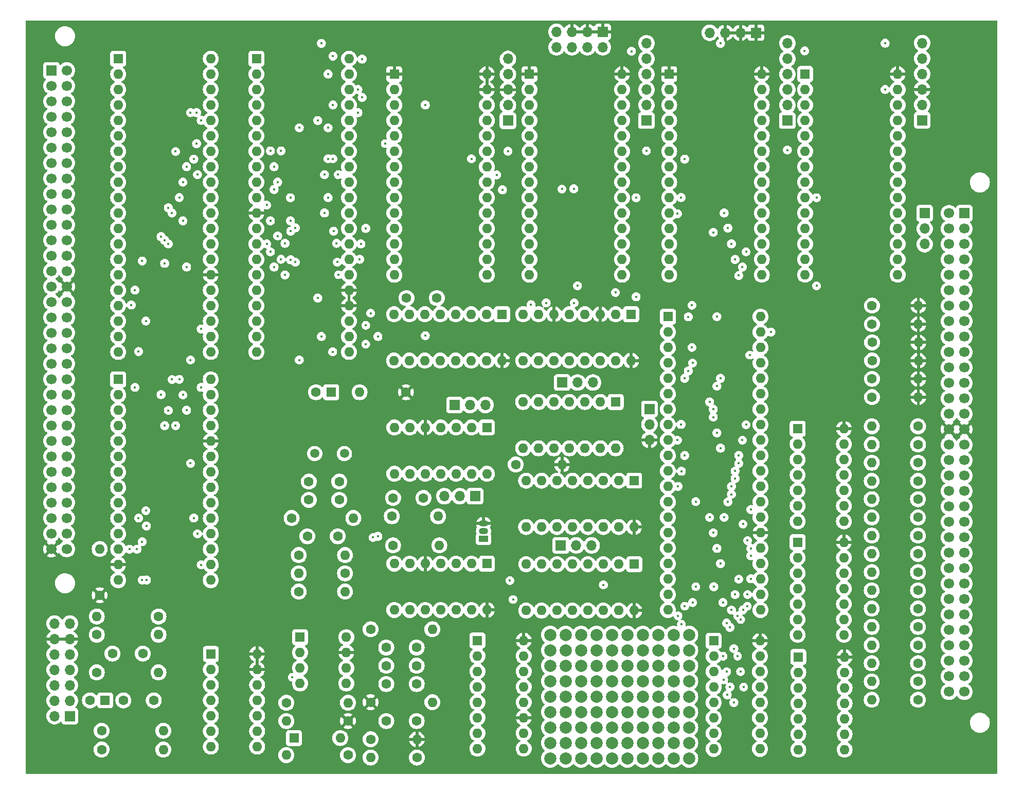
<source format=gbr>
G04 #@! TF.GenerationSoftware,KiCad,Pcbnew,7.0.7*
G04 #@! TF.CreationDate,2023-10-18T15:04:20+01:00*
G04 #@! TF.ProjectId,CA80,43413830-2e6b-4696-9361-645f70636258,V1.0*
G04 #@! TF.SameCoordinates,Original*
G04 #@! TF.FileFunction,Copper,L3,Inr*
G04 #@! TF.FilePolarity,Positive*
%FSLAX46Y46*%
G04 Gerber Fmt 4.6, Leading zero omitted, Abs format (unit mm)*
G04 Created by KiCad (PCBNEW 7.0.7) date 2023-10-18 15:04:20*
%MOMM*%
%LPD*%
G01*
G04 APERTURE LIST*
G04 #@! TA.AperFunction,ComponentPad*
%ADD10R,1.600000X1.600000*%
G04 #@! TD*
G04 #@! TA.AperFunction,ComponentPad*
%ADD11O,1.600000X1.600000*%
G04 #@! TD*
G04 #@! TA.AperFunction,ComponentPad*
%ADD12C,1.600000*%
G04 #@! TD*
G04 #@! TA.AperFunction,ComponentPad*
%ADD13C,1.500000*%
G04 #@! TD*
G04 #@! TA.AperFunction,ComponentPad*
%ADD14R,1.700000X1.700000*%
G04 #@! TD*
G04 #@! TA.AperFunction,ComponentPad*
%ADD15C,1.700000*%
G04 #@! TD*
G04 #@! TA.AperFunction,ComponentPad*
%ADD16R,1.500000X1.050000*%
G04 #@! TD*
G04 #@! TA.AperFunction,ComponentPad*
%ADD17O,1.500000X1.050000*%
G04 #@! TD*
G04 #@! TA.AperFunction,ComponentPad*
%ADD18O,1.700000X1.700000*%
G04 #@! TD*
G04 #@! TA.AperFunction,ViaPad*
%ADD19C,2.000000*%
G04 #@! TD*
G04 #@! TA.AperFunction,ViaPad*
%ADD20C,0.450000*%
G04 #@! TD*
G04 #@! TA.AperFunction,ViaPad*
%ADD21C,0.400000*%
G04 #@! TD*
G04 APERTURE END LIST*
D10*
X78440000Y75620000D03*
D11*
X75900000Y75620000D03*
X73360000Y75620000D03*
X70820000Y75620000D03*
X68280000Y75620000D03*
X65740000Y75620000D03*
X63200000Y75620000D03*
X60660000Y75620000D03*
X60660000Y68000000D03*
X63200000Y68000000D03*
X65740000Y68000000D03*
X68280000Y68000000D03*
X70820000Y68000000D03*
X73360000Y68000000D03*
X75900000Y68000000D03*
X78440000Y68000000D03*
D10*
X15250000Y117680000D03*
D11*
X15250000Y115140000D03*
X15250000Y112600000D03*
X15250000Y110060000D03*
X15250000Y107520000D03*
X15250000Y104980000D03*
X15250000Y102440000D03*
X15250000Y99900000D03*
X15250000Y97360000D03*
X15250000Y94820000D03*
X15250000Y92280000D03*
X15250000Y89740000D03*
X15250000Y87200000D03*
X15250000Y84660000D03*
X15250000Y82120000D03*
X15250000Y79580000D03*
X15250000Y77040000D03*
X15250000Y74500000D03*
X15250000Y71960000D03*
X15250000Y69420000D03*
X30490000Y69420000D03*
X30490000Y71960000D03*
X30490000Y74500000D03*
X30490000Y77040000D03*
X30490000Y79580000D03*
X30490000Y82120000D03*
X30490000Y84660000D03*
X30490000Y87200000D03*
X30490000Y89740000D03*
X30490000Y92280000D03*
X30490000Y94820000D03*
X30490000Y97360000D03*
X30490000Y99900000D03*
X30490000Y102440000D03*
X30490000Y104980000D03*
X30490000Y107520000D03*
X30490000Y110060000D03*
X30490000Y112600000D03*
X30490000Y115140000D03*
X30490000Y117680000D03*
D10*
X50305112Y62800000D03*
D12*
X47805112Y62800000D03*
D10*
X128325000Y115150000D03*
D11*
X128325000Y112610000D03*
X128325000Y110070000D03*
X128325000Y107530000D03*
X128325000Y104990000D03*
X128325000Y102450000D03*
X128325000Y99910000D03*
X128325000Y97370000D03*
X128325000Y94830000D03*
X128325000Y92290000D03*
X128325000Y89750000D03*
X128325000Y87210000D03*
X128325000Y84670000D03*
X128325000Y82130000D03*
X143565000Y82130000D03*
X143565000Y84670000D03*
X143565000Y87210000D03*
X143565000Y89750000D03*
X143565000Y92290000D03*
X143565000Y94830000D03*
X143565000Y97370000D03*
X143565000Y99910000D03*
X143565000Y102450000D03*
X143565000Y104990000D03*
X143565000Y107530000D03*
X143565000Y110070000D03*
X143565000Y112610000D03*
X143565000Y115150000D03*
D10*
X99690000Y75620000D03*
D11*
X97150000Y75620000D03*
X94610000Y75620000D03*
X92070000Y75620000D03*
X89530000Y75620000D03*
X86990000Y75620000D03*
X84450000Y75620000D03*
X81910000Y75620000D03*
X81910000Y68000000D03*
X84450000Y68000000D03*
X86990000Y68000000D03*
X89530000Y68000000D03*
X92070000Y68000000D03*
X94610000Y68000000D03*
X97150000Y68000000D03*
X99690000Y68000000D03*
D10*
X60700000Y115145000D03*
D11*
X60700000Y112605000D03*
X60700000Y110065000D03*
X60700000Y107525000D03*
X60700000Y104985000D03*
X60700000Y102445000D03*
X60700000Y99905000D03*
X60700000Y97365000D03*
X60700000Y94825000D03*
X60700000Y92285000D03*
X60700000Y89745000D03*
X60700000Y87205000D03*
X60700000Y84665000D03*
X60700000Y82125000D03*
X75940000Y82125000D03*
X75940000Y84665000D03*
X75940000Y87205000D03*
X75940000Y89745000D03*
X75940000Y92285000D03*
X75940000Y94825000D03*
X75940000Y97365000D03*
X75940000Y99905000D03*
X75940000Y102445000D03*
X75940000Y104985000D03*
X75940000Y107525000D03*
X75940000Y110065000D03*
X75940000Y112605000D03*
X75940000Y115145000D03*
D12*
X62610000Y62800000D03*
D11*
X54990000Y62800000D03*
D10*
X38000000Y117680000D03*
D11*
X38000000Y115140000D03*
X38000000Y112600000D03*
X38000000Y110060000D03*
X38000000Y107520000D03*
X38000000Y104980000D03*
X38000000Y102440000D03*
X38000000Y99900000D03*
X38000000Y97360000D03*
X38000000Y94820000D03*
X38000000Y92280000D03*
X38000000Y89740000D03*
X38000000Y87200000D03*
X38000000Y84660000D03*
X38000000Y82120000D03*
X38000000Y79580000D03*
X38000000Y77040000D03*
X38000000Y74500000D03*
X38000000Y71960000D03*
X38000000Y69420000D03*
X53240000Y69420000D03*
X53240000Y71960000D03*
X53240000Y74500000D03*
X53240000Y77040000D03*
X53240000Y79580000D03*
X53240000Y82120000D03*
X53240000Y84660000D03*
X53240000Y87200000D03*
X53240000Y89740000D03*
X53240000Y92280000D03*
X53240000Y94820000D03*
X53240000Y97360000D03*
X53240000Y99900000D03*
X53240000Y102440000D03*
X53240000Y104980000D03*
X53240000Y107520000D03*
X53240000Y110060000D03*
X53240000Y112600000D03*
X53240000Y115140000D03*
X53240000Y117680000D03*
D10*
X105750000Y75230000D03*
D11*
X105750000Y72690000D03*
X105750000Y70150000D03*
X105750000Y67610000D03*
X105750000Y65070000D03*
X105750000Y62530000D03*
X105750000Y59990000D03*
X105750000Y57450000D03*
X105750000Y54910000D03*
X105750000Y52370000D03*
X105750000Y49830000D03*
X105750000Y47290000D03*
X105750000Y44750000D03*
X105750000Y42210000D03*
X105750000Y39670000D03*
X105750000Y37130000D03*
X105750000Y34590000D03*
X105750000Y32050000D03*
X105750000Y29510000D03*
X105750000Y26970000D03*
X120990000Y26970000D03*
X120990000Y29510000D03*
X120990000Y32050000D03*
X120990000Y34590000D03*
X120990000Y37130000D03*
X120990000Y39670000D03*
X120990000Y42210000D03*
X120990000Y44750000D03*
X120990000Y47290000D03*
X120990000Y49830000D03*
X120990000Y52370000D03*
X120990000Y54910000D03*
X120990000Y57450000D03*
X120990000Y59990000D03*
X120990000Y62530000D03*
X120990000Y65070000D03*
X120990000Y67610000D03*
X120990000Y70150000D03*
X120990000Y72690000D03*
X120990000Y75230000D03*
D10*
X82950000Y115145000D03*
D11*
X82950000Y112605000D03*
X82950000Y110065000D03*
X82950000Y107525000D03*
X82950000Y104985000D03*
X82950000Y102445000D03*
X82950000Y99905000D03*
X82950000Y97365000D03*
X82950000Y94825000D03*
X82950000Y92285000D03*
X82950000Y89745000D03*
X82950000Y87205000D03*
X82950000Y84665000D03*
X82950000Y82125000D03*
X98190000Y82125000D03*
X98190000Y84665000D03*
X98190000Y87205000D03*
X98190000Y89745000D03*
X98190000Y92285000D03*
X98190000Y94825000D03*
X98190000Y97365000D03*
X98190000Y99905000D03*
X98190000Y102445000D03*
X98190000Y104985000D03*
X98190000Y107525000D03*
X98190000Y110065000D03*
X98190000Y112605000D03*
X98190000Y115145000D03*
D10*
X75940000Y57000000D03*
D11*
X73400000Y57000000D03*
X70860000Y57000000D03*
X68320000Y57000000D03*
X65780000Y57000000D03*
X63240000Y57000000D03*
X60700000Y57000000D03*
X60700000Y49380000D03*
X63240000Y49380000D03*
X65780000Y49380000D03*
X68320000Y49380000D03*
X70860000Y49380000D03*
X73400000Y49380000D03*
X75940000Y49380000D03*
D10*
X105950000Y115150000D03*
D11*
X105950000Y112610000D03*
X105950000Y110070000D03*
X105950000Y107530000D03*
X105950000Y104990000D03*
X105950000Y102450000D03*
X105950000Y99910000D03*
X105950000Y97370000D03*
X105950000Y94830000D03*
X105950000Y92290000D03*
X105950000Y89750000D03*
X105950000Y87210000D03*
X105950000Y84670000D03*
X105950000Y82130000D03*
X121190000Y82130000D03*
X121190000Y84670000D03*
X121190000Y87210000D03*
X121190000Y89750000D03*
X121190000Y92290000D03*
X121190000Y94830000D03*
X121190000Y97370000D03*
X121190000Y99910000D03*
X121190000Y102450000D03*
X121190000Y104990000D03*
X121190000Y107530000D03*
X121190000Y110070000D03*
X121190000Y112610000D03*
X121190000Y115150000D03*
D10*
X75940000Y34600000D03*
D11*
X73400000Y34600000D03*
X70860000Y34600000D03*
X68320000Y34600000D03*
X65780000Y34600000D03*
X63240000Y34600000D03*
X60700000Y34600000D03*
X60700000Y26980000D03*
X63240000Y26980000D03*
X65780000Y26980000D03*
X68320000Y26980000D03*
X70860000Y26980000D03*
X73400000Y26980000D03*
X75940000Y26980000D03*
D10*
X15250000Y64910000D03*
D11*
X15250000Y62370000D03*
X15250000Y59830000D03*
X15250000Y57290000D03*
X15250000Y54750000D03*
X15250000Y52210000D03*
X15250000Y49670000D03*
X15250000Y47130000D03*
X15250000Y44590000D03*
X15250000Y42050000D03*
X15250000Y39510000D03*
X15250000Y36970000D03*
X15250000Y34430000D03*
X15250000Y31890000D03*
X30490000Y31890000D03*
X30490000Y34430000D03*
X30490000Y36970000D03*
X30490000Y39510000D03*
X30490000Y42050000D03*
X30490000Y44590000D03*
X30490000Y47130000D03*
X30490000Y49670000D03*
X30490000Y52210000D03*
X30490000Y54750000D03*
X30490000Y57290000D03*
X30490000Y59830000D03*
X30490000Y62370000D03*
X30490000Y64910000D03*
D13*
X52480000Y52700000D03*
X47600000Y52700000D03*
D14*
X4250000Y115750000D03*
D15*
X4250000Y113210000D03*
X4250000Y110670000D03*
X4250000Y108130000D03*
X4250000Y105590000D03*
X4250000Y103050000D03*
X4250000Y100510000D03*
X4250000Y97970000D03*
X4250000Y95430000D03*
X4250000Y92890000D03*
X4250000Y90350000D03*
X4250000Y87810000D03*
X4250000Y85270000D03*
X4250000Y82730000D03*
X4250000Y80190000D03*
X4250000Y77650000D03*
X4250000Y75110000D03*
X4250000Y72570000D03*
X4250000Y70030000D03*
X4250000Y67490000D03*
X4250000Y64950000D03*
X4250000Y62410000D03*
X4250000Y59870000D03*
X4250000Y57330000D03*
X4250000Y54790000D03*
X4250000Y52250000D03*
X4250000Y49710000D03*
X4250000Y47170000D03*
X4250000Y44630000D03*
X4250000Y42090000D03*
X4250000Y39550000D03*
X4250000Y37010000D03*
X6790000Y115750000D03*
X6790000Y113210000D03*
X6790000Y110670000D03*
X6790000Y108130000D03*
X6790000Y105590000D03*
X6790000Y103050000D03*
X6790000Y100510000D03*
X6790000Y97970000D03*
X6790000Y95430000D03*
X6790000Y92890000D03*
X6790000Y90350000D03*
X6790000Y87810000D03*
X6790000Y85270000D03*
X6790000Y82730000D03*
X6790000Y80190000D03*
X6790000Y77650000D03*
X6790000Y75110000D03*
X6790000Y72570000D03*
X6790000Y70030000D03*
X6790000Y67490000D03*
X6790000Y64950000D03*
X6790000Y62410000D03*
X6790000Y59870000D03*
X6790000Y57330000D03*
X6790000Y54790000D03*
X6790000Y52250000D03*
X6790000Y49710000D03*
X6790000Y47170000D03*
X6790000Y44630000D03*
X6790000Y42090000D03*
X6790000Y39550000D03*
X6790000Y37010000D03*
D16*
X75400000Y38660000D03*
D17*
X75400000Y39930000D03*
X75400000Y41200000D03*
D12*
X60500000Y45400000D03*
X65500000Y45400000D03*
X67700000Y78300000D03*
X62700000Y78300000D03*
X60290000Y42400000D03*
D11*
X67910000Y42400000D03*
D12*
X60490000Y37600000D03*
D11*
X68110000Y37600000D03*
D12*
X56800000Y5700000D03*
D11*
X64420000Y5700000D03*
D12*
X64420000Y2700000D03*
D11*
X56800000Y2700000D03*
D10*
X74380000Y21950000D03*
D11*
X74380000Y19410000D03*
X74380000Y16870000D03*
X74380000Y14330000D03*
X74380000Y11790000D03*
X74380000Y9250000D03*
X74380000Y6710000D03*
X74380000Y4170000D03*
X82000000Y4170000D03*
X82000000Y6710000D03*
X82000000Y9250000D03*
X82000000Y11790000D03*
X82000000Y14330000D03*
X82000000Y16870000D03*
X82000000Y19410000D03*
X82000000Y21950000D03*
D10*
X97140000Y61200000D03*
D11*
X94600000Y61200000D03*
X92060000Y61200000D03*
X89520000Y61200000D03*
X86980000Y61200000D03*
X84440000Y61200000D03*
X81900000Y61200000D03*
X81900000Y53580000D03*
X84440000Y53580000D03*
X86980000Y53580000D03*
X89520000Y53580000D03*
X92060000Y53580000D03*
X94600000Y53580000D03*
X97140000Y53580000D03*
D10*
X100180000Y48250000D03*
D11*
X97640000Y48250000D03*
X95100000Y48250000D03*
X92560000Y48250000D03*
X90020000Y48250000D03*
X87480000Y48250000D03*
X84940000Y48250000D03*
X82400000Y48250000D03*
X82400000Y40630000D03*
X84940000Y40630000D03*
X87480000Y40630000D03*
X90020000Y40630000D03*
X92560000Y40630000D03*
X95100000Y40630000D03*
X97640000Y40630000D03*
X100180000Y40630000D03*
D10*
X100200000Y34500000D03*
D11*
X97660000Y34500000D03*
X95120000Y34500000D03*
X92580000Y34500000D03*
X90040000Y34500000D03*
X87500000Y34500000D03*
X84960000Y34500000D03*
X82420000Y34500000D03*
X82420000Y26880000D03*
X84960000Y26880000D03*
X87500000Y26880000D03*
X90040000Y26880000D03*
X92580000Y26880000D03*
X95120000Y26880000D03*
X97660000Y26880000D03*
X100200000Y26880000D03*
D10*
X45180000Y22500000D03*
D11*
X45180000Y19960000D03*
X45180000Y17420000D03*
X45180000Y14880000D03*
X52800000Y14880000D03*
X52800000Y17420000D03*
X52800000Y19960000D03*
X52800000Y22500000D03*
D12*
X44970000Y36000000D03*
D11*
X52590000Y36000000D03*
D12*
X52590000Y33000000D03*
D11*
X44970000Y33000000D03*
D12*
X44970000Y30000000D03*
D11*
X52590000Y30000000D03*
D12*
X80690000Y50900000D03*
D11*
X88310000Y50900000D03*
D14*
X74000000Y45700000D03*
D18*
X71460000Y45700000D03*
X68920000Y45700000D03*
D14*
X70620000Y60700000D03*
D18*
X73160000Y60700000D03*
X75700000Y60700000D03*
D14*
X88100000Y37600000D03*
D18*
X90640000Y37600000D03*
X93180000Y37600000D03*
D12*
X51630000Y48100000D03*
X46630000Y48100000D03*
X51380000Y39100000D03*
X46380000Y39100000D03*
D14*
X102200000Y107500000D03*
D18*
X102200000Y110040000D03*
X102200000Y112580000D03*
X102200000Y115120000D03*
X102200000Y117660000D03*
X102200000Y120200000D03*
D14*
X147600000Y107550000D03*
D18*
X147600000Y110090000D03*
X147600000Y112630000D03*
X147600000Y115170000D03*
X147600000Y117710000D03*
X147600000Y120250000D03*
D14*
X154550000Y92250000D03*
D15*
X154550000Y89710000D03*
X154550000Y87170000D03*
X154550000Y84630000D03*
X154550000Y82090000D03*
X154550000Y79550000D03*
X154550000Y77010000D03*
X154550000Y74470000D03*
X154550000Y71930000D03*
X154550000Y69390000D03*
X154550000Y66850000D03*
X154550000Y64310000D03*
X154550000Y61770000D03*
X154550000Y59230000D03*
X154550000Y56690000D03*
X154550000Y54150000D03*
X154550000Y51610000D03*
X154550000Y49070000D03*
X154550000Y46530000D03*
X154550000Y43990000D03*
X154550000Y41450000D03*
X154550000Y38910000D03*
X154550000Y36370000D03*
X154550000Y33830000D03*
X154550000Y31290000D03*
X154550000Y28750000D03*
X154550000Y26210000D03*
X154550000Y23670000D03*
X154550000Y21130000D03*
X154550000Y18590000D03*
X154550000Y16050000D03*
X154550000Y13510000D03*
X152010000Y92250000D03*
X152010000Y89710000D03*
X152010000Y87170000D03*
X152010000Y84630000D03*
X152010000Y82090000D03*
X152010000Y79550000D03*
X152010000Y77010000D03*
X152010000Y74470000D03*
X152010000Y71930000D03*
X152010000Y69390000D03*
X152010000Y66850000D03*
X152010000Y64310000D03*
X152010000Y61770000D03*
X152010000Y59230000D03*
X152010000Y56690000D03*
X152010000Y54150000D03*
X152010000Y51610000D03*
X152010000Y49070000D03*
X152010000Y46530000D03*
X152010000Y43990000D03*
X152010000Y41450000D03*
X152010000Y38910000D03*
X152010000Y36370000D03*
X152010000Y33830000D03*
X152010000Y31290000D03*
X152010000Y28750000D03*
X152010000Y26210000D03*
X152010000Y23670000D03*
X152010000Y21130000D03*
X152010000Y18590000D03*
X152010000Y16050000D03*
X152010000Y13510000D03*
D12*
X19300000Y19800000D03*
X14300000Y19800000D03*
X16100000Y12100000D03*
X21100000Y12100000D03*
X59380000Y14800000D03*
X64380000Y14800000D03*
X11720000Y22900000D03*
D11*
X21880000Y22900000D03*
D12*
X11720000Y16700000D03*
D11*
X21880000Y16700000D03*
D12*
X12520000Y7100000D03*
D11*
X22680000Y7100000D03*
D12*
X12520000Y4000000D03*
D11*
X22680000Y4000000D03*
D12*
X56800000Y11800000D03*
D11*
X66960000Y11800000D03*
D12*
X64380000Y20800000D03*
X59380000Y20800000D03*
D14*
X7290000Y9510000D03*
D18*
X4750000Y9510000D03*
X7290000Y12050000D03*
X4750000Y12050000D03*
X7290000Y14590000D03*
X4750000Y14590000D03*
X7290000Y17130000D03*
X4750000Y17130000D03*
X7290000Y19670000D03*
X4750000Y19670000D03*
X7290000Y22210000D03*
X4750000Y22210000D03*
X7290000Y24750000D03*
X4750000Y24750000D03*
D12*
X12200000Y29390000D03*
D11*
X12200000Y37010000D03*
D12*
X53080000Y8700000D03*
D11*
X42920000Y8700000D03*
D12*
X53080000Y3100000D03*
D11*
X42920000Y3100000D03*
D12*
X21880000Y25900000D03*
D11*
X11720000Y25900000D03*
D10*
X127200000Y19240000D03*
D11*
X127200000Y16700000D03*
X127200000Y14160000D03*
X127200000Y11620000D03*
X127200000Y9080000D03*
X127200000Y6540000D03*
X127200000Y4000000D03*
X134820000Y4000000D03*
X134820000Y6540000D03*
X134820000Y9080000D03*
X134820000Y11620000D03*
X134820000Y14160000D03*
X134820000Y16700000D03*
X134820000Y19240000D03*
D14*
X102700000Y60040000D03*
D18*
X102700000Y57500000D03*
X102700000Y54960000D03*
D12*
X139340000Y77050000D03*
D11*
X146960000Y77050000D03*
D12*
X139340000Y74000000D03*
D11*
X146960000Y74000000D03*
D12*
X139350000Y71000000D03*
D11*
X146970000Y71000000D03*
D12*
X139350000Y68000000D03*
D11*
X146970000Y68000000D03*
D12*
X139340000Y65000000D03*
D11*
X146960000Y65000000D03*
D12*
X146920000Y51200000D03*
D11*
X139300000Y51200000D03*
D12*
X146910000Y45200000D03*
D11*
X139290000Y45200000D03*
D12*
X146910000Y42200000D03*
D11*
X139290000Y42200000D03*
D12*
X146910000Y39200000D03*
D11*
X139290000Y39200000D03*
D12*
X146910000Y36200000D03*
D11*
X139290000Y36200000D03*
D12*
X146910000Y33200000D03*
D11*
X139290000Y33200000D03*
D12*
X146910000Y30200000D03*
D11*
X139290000Y30200000D03*
D12*
X146910000Y27200000D03*
D11*
X139290000Y27200000D03*
D12*
X146910000Y24200000D03*
D11*
X139290000Y24200000D03*
D12*
X146910000Y21200000D03*
D11*
X139290000Y21200000D03*
D12*
X146910000Y18200000D03*
D11*
X139290000Y18200000D03*
D12*
X146910000Y15200000D03*
D11*
X139290000Y15200000D03*
D12*
X146910000Y12200000D03*
D11*
X139290000Y12200000D03*
D10*
X44190000Y5900000D03*
D11*
X51810000Y5900000D03*
D12*
X42920000Y11700000D03*
D11*
X53080000Y11700000D03*
D12*
X56800000Y23800000D03*
D11*
X66960000Y23800000D03*
D12*
X139340000Y62000000D03*
D11*
X146960000Y62000000D03*
D10*
X30500000Y19725000D03*
D11*
X30500000Y17185000D03*
X30500000Y14645000D03*
X30500000Y12105000D03*
X30500000Y9565000D03*
X30500000Y7025000D03*
X30500000Y4485000D03*
X38120000Y4485000D03*
X38120000Y7025000D03*
X38120000Y9565000D03*
X38120000Y12105000D03*
X38120000Y14645000D03*
X38120000Y17185000D03*
X38120000Y19725000D03*
D14*
X88320000Y64400000D03*
D18*
X90860000Y64400000D03*
X93400000Y64400000D03*
D14*
X79400000Y107480000D03*
D18*
X79400000Y110020000D03*
X79400000Y112560000D03*
X79400000Y115100000D03*
X79400000Y117640000D03*
D10*
X127100000Y38125000D03*
D11*
X127100000Y35585000D03*
X127100000Y33045000D03*
X127100000Y30505000D03*
X127100000Y27965000D03*
X127100000Y25425000D03*
X127100000Y22885000D03*
X134720000Y22885000D03*
X134720000Y25425000D03*
X134720000Y27965000D03*
X134720000Y30505000D03*
X134720000Y33045000D03*
X134720000Y35585000D03*
X134720000Y38125000D03*
D10*
X127100000Y56800000D03*
D11*
X127100000Y54260000D03*
X127100000Y51720000D03*
X127100000Y49180000D03*
X127100000Y46640000D03*
X127100000Y44100000D03*
X127100000Y41560000D03*
X134720000Y41560000D03*
X134720000Y44100000D03*
X134720000Y46640000D03*
X134720000Y49180000D03*
X134720000Y51720000D03*
X134720000Y54260000D03*
X134720000Y56800000D03*
D12*
X146910000Y48200000D03*
D11*
X139290000Y48200000D03*
D12*
X146920000Y54200000D03*
D11*
X139300000Y54200000D03*
D12*
X146920000Y57200000D03*
D11*
X139300000Y57200000D03*
D10*
X113280000Y21900000D03*
D11*
X113280000Y19360000D03*
X113280000Y16820000D03*
X113280000Y14280000D03*
X113280000Y11740000D03*
X113280000Y9200000D03*
X113280000Y6660000D03*
X113280000Y4120000D03*
X120900000Y4120000D03*
X120900000Y6660000D03*
X120900000Y9200000D03*
X120900000Y11740000D03*
X120900000Y14280000D03*
X120900000Y16820000D03*
X120900000Y19360000D03*
X120900000Y21900000D03*
D14*
X120230000Y121950000D03*
D18*
X117690000Y121950000D03*
X115150000Y121950000D03*
X112610000Y121950000D03*
D14*
X125400000Y107500000D03*
D18*
X125400000Y110040000D03*
X125400000Y112580000D03*
X125400000Y115120000D03*
X125400000Y117660000D03*
X125400000Y120200000D03*
D12*
X59380000Y8700000D03*
X64380000Y8700000D03*
X43800000Y42100000D03*
D11*
X53960000Y42100000D03*
D14*
X95020000Y122100000D03*
D18*
X95020000Y119560000D03*
X92480000Y122100000D03*
X92480000Y119560000D03*
X89940000Y122100000D03*
X89940000Y119560000D03*
X87400000Y122100000D03*
X87400000Y119560000D03*
D14*
X148000000Y92240000D03*
D18*
X148000000Y89700000D03*
X148000000Y87160000D03*
D10*
X13100000Y12100000D03*
D12*
X10600000Y12100000D03*
X64380000Y17800000D03*
X59380000Y17800000D03*
X51630000Y45100000D03*
X46630000Y45100000D03*
D19*
X106680000Y17780000D03*
X93980000Y17780000D03*
X106680000Y7620000D03*
X104140000Y15240000D03*
X93980000Y10160000D03*
X86360000Y15240000D03*
X99060000Y22860000D03*
X101600000Y20320000D03*
X91440000Y12700000D03*
X109220000Y17780000D03*
X96520000Y7620000D03*
X101600000Y15240000D03*
X91440000Y10160000D03*
X99060000Y12700000D03*
X86360000Y10160000D03*
X88900000Y17780000D03*
X93980000Y22860000D03*
X91440000Y7620000D03*
X101600000Y2540000D03*
X88900000Y12700000D03*
X109220000Y10160000D03*
X88900000Y5080000D03*
X96520000Y10160000D03*
X99060000Y20320000D03*
X109220000Y5080000D03*
X93980000Y20320000D03*
X101600000Y7620000D03*
X91440000Y17780000D03*
X93980000Y12700000D03*
X88900000Y22860000D03*
X88900000Y10160000D03*
X91440000Y2540000D03*
X86360000Y20320000D03*
X88900000Y7620000D03*
X104140000Y22860000D03*
X86360000Y12700000D03*
X109220000Y7620000D03*
X101600000Y10160000D03*
X93980000Y15240000D03*
X104140000Y12700000D03*
X101600000Y17780000D03*
X96520000Y12700000D03*
X96520000Y15240000D03*
X106680000Y20320000D03*
X109220000Y22860000D03*
X99060000Y17780000D03*
X88900000Y15240000D03*
X88900000Y2540000D03*
X101600000Y5080000D03*
X109220000Y2540000D03*
X96520000Y17780000D03*
X104140000Y10160000D03*
X99060000Y15240000D03*
X106680000Y10160000D03*
X104140000Y2540000D03*
X106680000Y22860000D03*
X88900000Y20320000D03*
X104140000Y5080000D03*
X101600000Y22860000D03*
X96520000Y5080000D03*
X93980000Y5080000D03*
X109220000Y20320000D03*
X93980000Y2540000D03*
X104140000Y17780000D03*
X109220000Y12700000D03*
X106680000Y12700000D03*
X99060000Y7620000D03*
X91440000Y22860000D03*
X101600000Y12700000D03*
X99060000Y5080000D03*
X96520000Y22860000D03*
X109220000Y15240000D03*
X91440000Y5080000D03*
X104140000Y20320000D03*
X106680000Y5080000D03*
X96520000Y20320000D03*
X91440000Y15240000D03*
X96520000Y2540000D03*
X99060000Y2540000D03*
X86360000Y5080000D03*
X86360000Y22860000D03*
X106680000Y15240000D03*
X91440000Y20320000D03*
X104140000Y7620000D03*
X86360000Y2540000D03*
X106680000Y2540000D03*
X99060000Y10160000D03*
X93980000Y7620000D03*
X86360000Y7620000D03*
X86360000Y17780000D03*
D20*
X99740000Y118900000D03*
X50600000Y118100000D03*
X50600000Y110060000D03*
X128250000Y118950000D03*
X48100500Y107500000D03*
X97100000Y79200000D03*
X48100500Y78300000D03*
X24100000Y64900000D03*
X116800000Y49830000D03*
X24100000Y92280000D03*
X40300000Y85900000D03*
X40300000Y91000000D03*
X40300000Y102500000D03*
X116800000Y84650000D03*
X40900000Y96150000D03*
X40900000Y83400000D03*
X25300000Y64910000D03*
X117400000Y82005000D03*
X117400000Y52400000D03*
X40900000Y99900000D03*
X25300000Y94820000D03*
X22300000Y88400000D03*
X116200000Y47300000D03*
X22300000Y62400000D03*
X41500000Y88500000D03*
X116200000Y87210000D03*
X41500000Y97360000D03*
X23500000Y59800000D03*
X23500000Y87200000D03*
X115600000Y89800000D03*
X43600000Y91000000D03*
X115600000Y44750000D03*
X23500000Y93150000D03*
X43600000Y94800000D03*
X28300000Y98600000D03*
X49200000Y98600000D03*
X28300000Y39500000D03*
X49200000Y92300000D03*
X107300000Y92165000D03*
X107300000Y54900000D03*
X49800000Y101200000D03*
X27700000Y42100000D03*
X49800000Y94820000D03*
X107900000Y94830000D03*
X107900000Y57500000D03*
X27700000Y101150000D03*
X25900000Y97360000D03*
X55000000Y84665000D03*
X44400000Y84200000D03*
X25900000Y91000000D03*
X118000000Y54900000D03*
X25900000Y62350000D03*
X51300000Y84200000D03*
X118000000Y83400000D03*
X44400000Y89850000D03*
X78500000Y96100000D03*
X115000000Y42200000D03*
X22900000Y57300000D03*
X39700000Y93600000D03*
X22900000Y84000000D03*
X115000000Y92290000D03*
X39700000Y87200000D03*
X22900000Y87800000D03*
X77550000Y98550000D03*
X50700000Y89300000D03*
X113200000Y89100000D03*
X42050000Y102500000D03*
X24700000Y102400000D03*
X113200000Y60000000D03*
X43650000Y89300000D03*
X24700000Y57300000D03*
X43650000Y84600000D03*
X42050000Y84660000D03*
X56000000Y89745000D03*
X73400000Y101200000D03*
X118600000Y57450000D03*
X26500000Y59850000D03*
X118600000Y85900000D03*
X42700000Y87300000D03*
X26500000Y99900000D03*
X42700000Y82100000D03*
X26500000Y83400000D03*
X51200000Y87300000D03*
X55200000Y87200000D03*
X28150000Y108800000D03*
X28150000Y103700000D03*
X65800000Y110065000D03*
X54700000Y112600000D03*
X54700000Y108800000D03*
X49800000Y106300000D03*
X49800000Y115140000D03*
X51450000Y98600000D03*
X18000000Y63600000D03*
D21*
X51500000Y82120000D03*
D20*
X18000000Y79600000D03*
X18330000Y36970000D03*
X18600000Y42100000D03*
D21*
X56000000Y70700000D03*
D20*
X18600000Y69500000D03*
D21*
X56000000Y73800000D03*
D20*
X45050000Y68100000D03*
X45050000Y106300000D03*
X83200000Y77200000D03*
X100500000Y94800000D03*
X100500000Y78500000D03*
X85700000Y77500000D03*
X90310500Y77500000D03*
X90250000Y96275000D03*
X88300000Y96225000D03*
X90849500Y80300000D03*
X130200000Y94800000D03*
X130200000Y80300000D03*
X65800000Y72100000D03*
X17100000Y36970000D03*
X17400000Y77150000D03*
X19200000Y84400000D03*
X19200000Y38200000D03*
X19200000Y31900000D03*
X28900000Y34400000D03*
X28900000Y63600000D03*
X141500000Y120220000D03*
X48700000Y120200000D03*
X58000000Y71960000D03*
X28900000Y73200000D03*
X114400000Y120200000D03*
X114400000Y65100000D03*
X28900000Y107520000D03*
X141500000Y112600000D03*
X48700000Y71960000D03*
X58000000Y39100000D03*
X27150500Y68100000D03*
X108500000Y101150000D03*
X27150000Y108800000D03*
X50600000Y101200000D03*
X50550000Y69450000D03*
X108500000Y65100000D03*
X27150500Y51100000D03*
D21*
X59200000Y103700000D03*
D20*
X56800000Y75800000D03*
X57200000Y38900000D03*
X19800000Y43300000D03*
X95120000Y31100000D03*
X19800000Y74500000D03*
X19900000Y31900000D03*
X19900000Y40800000D03*
X79400000Y102450000D03*
X55400000Y111300000D03*
X55400000Y117600000D03*
D21*
X102200000Y102500000D03*
D20*
X125400000Y102650000D03*
X113800000Y75230000D03*
X113800000Y63800000D03*
D21*
X119200000Y68900000D03*
D20*
X122700000Y72700000D03*
D21*
X109700000Y77100000D03*
X109700000Y70150000D03*
D20*
X116200000Y26970000D03*
X116200000Y46000000D03*
X116800000Y48600000D03*
X116800000Y29500000D03*
X117400000Y32050000D03*
X117400000Y51100000D03*
X119400000Y37100000D03*
X119400000Y43500000D03*
X119400000Y32100000D03*
X119400000Y35900000D03*
X118850500Y29500000D03*
X118850500Y38400000D03*
X118100000Y27000000D03*
X118100000Y41100000D03*
X114400000Y34600000D03*
X114400000Y53600000D03*
X113800000Y37100000D03*
X113800000Y56100000D03*
X113200000Y39670000D03*
X113200000Y58700000D03*
X112600000Y61200000D03*
X112600000Y42200000D03*
X109100000Y75200000D03*
X109100000Y66300000D03*
X109800000Y28200000D03*
D21*
X80249000Y28700000D03*
D20*
X109800000Y67600000D03*
D21*
X110324500Y30800000D03*
X110324500Y44800000D03*
X79724500Y31800000D03*
X107400000Y26000000D03*
X117200000Y26000000D03*
X117200000Y19360000D03*
D20*
X107400000Y47300000D03*
D21*
X117700000Y16820000D03*
X107950000Y24600000D03*
D20*
X107950000Y49800000D03*
D21*
X117725000Y25400000D03*
X118200000Y14280000D03*
X118800000Y27600000D03*
D20*
X108500000Y52400000D03*
D21*
X108500000Y27600000D03*
X43900000Y15900000D03*
D20*
X115500000Y13000000D03*
X114900000Y15500000D03*
X116600000Y20600000D03*
X116600000Y11740000D03*
X115949500Y14300000D03*
X115949500Y24100000D03*
X115400000Y24800000D03*
X115400000Y16800000D03*
X114800000Y28200000D03*
X114800000Y19360000D03*
X113300000Y30800000D03*
G04 #@! TA.AperFunction,Conductor*
G36*
X38013398Y19336897D02*
G01*
X38088514Y19325000D01*
X38088519Y19325000D01*
X38151486Y19325000D01*
X38226602Y19336897D01*
X38295896Y19327942D01*
X38349348Y19282946D01*
X38369987Y19216194D01*
X38370000Y19214424D01*
X38370000Y17695575D01*
X38350315Y17628536D01*
X38297511Y17582781D01*
X38228353Y17572837D01*
X38226668Y17573091D01*
X38194300Y17578218D01*
X38151485Y17585000D01*
X38151481Y17585000D01*
X38088519Y17585000D01*
X38088515Y17585000D01*
X38045699Y17578218D01*
X38013397Y17573102D01*
X37944106Y17582056D01*
X37890653Y17627052D01*
X37870013Y17693803D01*
X37870000Y17695575D01*
X37870000Y19214424D01*
X37889685Y19281463D01*
X37942489Y19327218D01*
X38011647Y19337162D01*
X38013398Y19336897D01*
G37*
G04 #@! TD.AperFunction*
G04 #@! TA.AperFunction,Conductor*
G36*
X6743692Y22440315D02*
G01*
X6789447Y22387511D01*
X6799391Y22318353D01*
X6795631Y22301067D01*
X6791747Y22287837D01*
X6790000Y22281888D01*
X6790000Y22138111D01*
X6795631Y22118933D01*
X6795630Y22049064D01*
X6757855Y21990286D01*
X6694299Y21961262D01*
X6676653Y21960000D01*
X5363347Y21960000D01*
X5296308Y21979685D01*
X5250553Y22032489D01*
X5240609Y22101647D01*
X5244369Y22118933D01*
X5250000Y22138111D01*
X5250000Y22281888D01*
X5248253Y22287837D01*
X5244369Y22301067D01*
X5244370Y22370936D01*
X5282145Y22429714D01*
X5345701Y22458738D01*
X5363347Y22460000D01*
X6676653Y22460000D01*
X6743692Y22440315D01*
G37*
G04 #@! TD.AperFunction*
G04 #@! TA.AperFunction,Conductor*
G36*
X152612471Y56440634D02*
G01*
X152618949Y56434602D01*
X153124925Y55928625D01*
X153178424Y56005029D01*
X153233001Y56048654D01*
X153302499Y56055847D01*
X153364854Y56024325D01*
X153381574Y56005030D01*
X153435073Y55928626D01*
X153435073Y55928625D01*
X153941050Y56434603D01*
X154002373Y56468088D01*
X154072064Y56463104D01*
X154127998Y56421233D01*
X154133046Y56413962D01*
X154168238Y56359202D01*
X154283602Y56259241D01*
X154281297Y56256581D01*
X154316023Y56216464D01*
X154325931Y56147301D01*
X154296873Y56083760D01*
X154290883Y56077330D01*
X153788625Y55575073D01*
X153788626Y55575072D01*
X153859801Y55525236D01*
X153903426Y55470659D01*
X153910620Y55401161D01*
X153879097Y55338806D01*
X153847695Y55314606D01*
X153804424Y55291189D01*
X153700114Y55210000D01*
X153626761Y55152907D01*
X153626756Y55152902D01*
X153474284Y54987276D01*
X153474283Y54987273D01*
X153474278Y54987268D01*
X153383806Y54848790D01*
X153330662Y54803437D01*
X153261431Y54794013D01*
X153198095Y54823515D01*
X153176195Y54848787D01*
X153085722Y54987268D01*
X153074013Y54999987D01*
X153014858Y55064246D01*
X152933240Y55152906D01*
X152755576Y55291189D01*
X152712304Y55314606D01*
X152662714Y55363825D01*
X152647606Y55432042D01*
X152671776Y55497597D01*
X152700199Y55525236D01*
X152771373Y55575072D01*
X152771373Y55575073D01*
X152269116Y56077330D01*
X152235631Y56138653D01*
X152240615Y56208344D01*
X152277641Y56257806D01*
X152276398Y56259241D01*
X152304744Y56283802D01*
X152391761Y56359202D01*
X152426953Y56413961D01*
X152479757Y56459716D01*
X152548915Y56469659D01*
X152612471Y56440634D01*
G37*
G04 #@! TD.AperFunction*
G04 #@! TA.AperFunction,Conductor*
G36*
X153361905Y58556484D02*
G01*
X153383808Y58531206D01*
X153474276Y58392734D01*
X153474284Y58392723D01*
X153626756Y58227097D01*
X153626761Y58227092D01*
X153804422Y58088812D01*
X153804422Y58088811D01*
X153847697Y58065393D01*
X153897287Y58016173D01*
X153912395Y57947957D01*
X153888225Y57882401D01*
X153859802Y57854763D01*
X153788626Y57804925D01*
X153788625Y57804925D01*
X154290882Y57302669D01*
X154324367Y57241346D01*
X154319383Y57171654D01*
X154282357Y57122195D01*
X154283602Y57120759D01*
X154276900Y57114952D01*
X154168239Y57020798D01*
X154133045Y56966035D01*
X154080243Y56920282D01*
X154011085Y56910338D01*
X153947529Y56939362D01*
X153941050Y56945395D01*
X153435073Y57451373D01*
X153435072Y57451372D01*
X153381574Y57374969D01*
X153326997Y57331344D01*
X153257499Y57324151D01*
X153195144Y57355673D01*
X153178424Y57374969D01*
X153124925Y57451373D01*
X152618949Y56945396D01*
X152557626Y56911911D01*
X152487935Y56916895D01*
X152432001Y56958766D01*
X152426955Y56966033D01*
X152391761Y57020798D01*
X152283100Y57114952D01*
X152283099Y57114952D01*
X152276398Y57120759D01*
X152278718Y57123437D01*
X152244051Y57163371D01*
X152234043Y57232521D01*
X152263008Y57296103D01*
X152269116Y57302669D01*
X152771373Y57804925D01*
X152700198Y57854763D01*
X152656573Y57909340D01*
X152649379Y57978838D01*
X152680902Y58041193D01*
X152712303Y58065393D01*
X152755577Y58088811D01*
X152755577Y58088812D01*
X152772506Y58101988D01*
X152818162Y58137524D01*
X152933238Y58227092D01*
X152933243Y58227097D01*
X153085715Y58392723D01*
X153085723Y58392734D01*
X153176192Y58531206D01*
X153229338Y58576562D01*
X153298569Y58585986D01*
X153361905Y58556484D01*
G37*
G04 #@! TD.AperFunction*
G04 #@! TA.AperFunction,Conductor*
G36*
X5601905Y38876484D02*
G01*
X5623808Y38851206D01*
X5714276Y38712734D01*
X5714284Y38712723D01*
X5866756Y38547097D01*
X5866761Y38547092D01*
X6044422Y38408812D01*
X6044431Y38408806D01*
X6080930Y38389054D01*
X6130520Y38339835D01*
X6145628Y38271618D01*
X6121457Y38206063D01*
X6080930Y38170946D01*
X6044431Y38151193D01*
X6044424Y38151189D01*
X5952618Y38079733D01*
X5866761Y38012907D01*
X5866756Y38012902D01*
X5714284Y37847276D01*
X5714283Y37847273D01*
X5714278Y37847268D01*
X5620250Y37703347D01*
X5567105Y37657993D01*
X5497874Y37648569D01*
X5434538Y37678071D01*
X5414868Y37700048D01*
X5364925Y37771373D01*
X4858949Y37265396D01*
X4797626Y37231911D01*
X4727935Y37236895D01*
X4672001Y37278766D01*
X4666955Y37286033D01*
X4631761Y37340798D01*
X4523100Y37434952D01*
X4523099Y37434952D01*
X4516398Y37440759D01*
X4518718Y37443437D01*
X4484051Y37483371D01*
X4474043Y37552521D01*
X4503008Y37616103D01*
X4509116Y37622669D01*
X5011373Y38124925D01*
X4940198Y38174763D01*
X4896573Y38229340D01*
X4889379Y38298838D01*
X4920902Y38361193D01*
X4952303Y38385393D01*
X4995577Y38408811D01*
X4995577Y38408812D01*
X5032144Y38437273D01*
X5070831Y38467385D01*
X5173238Y38547092D01*
X5173243Y38547097D01*
X5325715Y38712723D01*
X5325723Y38712734D01*
X5330646Y38720268D01*
X5369908Y38780364D01*
X5416192Y38851206D01*
X5469338Y38896562D01*
X5538569Y38905986D01*
X5601905Y38876484D01*
G37*
G04 #@! TD.AperFunction*
G04 #@! TA.AperFunction,Conductor*
G36*
X6312064Y79963104D02*
G01*
X6367998Y79921233D01*
X6373046Y79913962D01*
X6408238Y79859202D01*
X6523602Y79759241D01*
X6521297Y79756581D01*
X6556023Y79716464D01*
X6565931Y79647301D01*
X6536873Y79583760D01*
X6530883Y79577330D01*
X6028625Y79075073D01*
X6028626Y79075072D01*
X6099801Y79025236D01*
X6143426Y78970659D01*
X6150620Y78901161D01*
X6119097Y78838806D01*
X6087695Y78814606D01*
X6044424Y78791189D01*
X5973133Y78735700D01*
X5866761Y78652907D01*
X5866756Y78652902D01*
X5714284Y78487276D01*
X5714283Y78487273D01*
X5714278Y78487268D01*
X5623806Y78348790D01*
X5570662Y78303437D01*
X5501431Y78294013D01*
X5438095Y78323515D01*
X5416195Y78348787D01*
X5325722Y78487268D01*
X5314001Y78500000D01*
X5246057Y78573806D01*
X5173240Y78652906D01*
X4995576Y78791189D01*
X4959069Y78810945D01*
X4909480Y78860161D01*
X4894370Y78928377D01*
X4918540Y78993933D01*
X4959068Y79029053D01*
X4995572Y79048808D01*
X4995577Y79048812D01*
X5031923Y79077101D01*
X5100864Y79130761D01*
X5173238Y79187092D01*
X5173243Y79187097D01*
X5325715Y79352723D01*
X5325716Y79352726D01*
X5325722Y79352732D01*
X5419749Y79496652D01*
X5472894Y79542006D01*
X5542125Y79551430D01*
X5605461Y79521928D01*
X5625131Y79499951D01*
X5675072Y79428626D01*
X5675073Y79428625D01*
X6181050Y79934603D01*
X6242373Y79968088D01*
X6312064Y79963104D01*
G37*
G04 #@! TD.AperFunction*
G04 #@! TA.AperFunction,Conductor*
G36*
X5601905Y82056484D02*
G01*
X5623808Y82031206D01*
X5714276Y81892734D01*
X5714284Y81892723D01*
X5866756Y81727097D01*
X5866761Y81727092D01*
X6044422Y81588812D01*
X6044422Y81588811D01*
X6087697Y81565393D01*
X6137287Y81516173D01*
X6152395Y81447957D01*
X6128225Y81382401D01*
X6099802Y81354763D01*
X6028626Y81304925D01*
X6028625Y81304925D01*
X6530882Y80802669D01*
X6564367Y80741346D01*
X6559383Y80671654D01*
X6522357Y80622195D01*
X6523602Y80620759D01*
X6516900Y80614952D01*
X6408239Y80520798D01*
X6373045Y80466035D01*
X6320243Y80420282D01*
X6251085Y80410338D01*
X6187529Y80439362D01*
X6181050Y80445395D01*
X5675074Y80951372D01*
X5625133Y80880048D01*
X5570556Y80836423D01*
X5501058Y80829229D01*
X5438703Y80860751D01*
X5419751Y80883344D01*
X5325722Y81027268D01*
X5173240Y81192906D01*
X4995576Y81331189D01*
X4959070Y81350945D01*
X4909479Y81400164D01*
X4894371Y81468381D01*
X4918541Y81533936D01*
X4959070Y81569055D01*
X4959174Y81569111D01*
X4995576Y81588811D01*
X5100864Y81670761D01*
X5173238Y81727092D01*
X5173243Y81727097D01*
X5325715Y81892723D01*
X5325723Y81892734D01*
X5328452Y81896910D01*
X5362614Y81949199D01*
X5416192Y82031206D01*
X5469338Y82076562D01*
X5538569Y82085986D01*
X5601905Y82056484D01*
G37*
G04 #@! TD.AperFunction*
G04 #@! TA.AperFunction,Conductor*
G36*
X53133398Y79191897D02*
G01*
X53208514Y79180000D01*
X53208519Y79180000D01*
X53271486Y79180000D01*
X53346602Y79191897D01*
X53415896Y79182942D01*
X53469348Y79137946D01*
X53489987Y79071194D01*
X53490000Y79069424D01*
X53490000Y78380000D01*
X53489999Y77550575D01*
X53470314Y77483535D01*
X53417510Y77437781D01*
X53348352Y77427837D01*
X53346689Y77428088D01*
X53308960Y77434064D01*
X53271485Y77440000D01*
X53271481Y77440000D01*
X53208519Y77440000D01*
X53208515Y77440000D01*
X53165699Y77433218D01*
X53133397Y77428102D01*
X53064106Y77437056D01*
X53010653Y77482052D01*
X52990013Y77548803D01*
X52990000Y77550575D01*
X52990000Y79069424D01*
X53009685Y79136463D01*
X53062489Y79182218D01*
X53131647Y79192162D01*
X53133398Y79191897D01*
G37*
G04 #@! TD.AperFunction*
G04 #@! TA.AperFunction,Conductor*
G36*
X75833398Y114756897D02*
G01*
X75908514Y114745000D01*
X75908519Y114745000D01*
X75971486Y114745000D01*
X76046602Y114756897D01*
X76115896Y114747942D01*
X76169348Y114702946D01*
X76189987Y114636194D01*
X76190000Y114634424D01*
X76190000Y113115575D01*
X76170315Y113048536D01*
X76117511Y113002781D01*
X76048353Y112992837D01*
X76046668Y112993091D01*
X76014300Y112998218D01*
X75971485Y113005000D01*
X75971481Y113005000D01*
X75908519Y113005000D01*
X75908515Y113005000D01*
X75865699Y112998218D01*
X75833397Y112993102D01*
X75764106Y113002056D01*
X75710653Y113047052D01*
X75690013Y113113803D01*
X75690000Y113115575D01*
X75690000Y114634424D01*
X75709685Y114701463D01*
X75762489Y114747218D01*
X75831647Y114757162D01*
X75833398Y114756897D01*
G37*
G04 #@! TD.AperFunction*
G04 #@! TA.AperFunction,Conductor*
G36*
X91933692Y122330315D02*
G01*
X91979447Y122277511D01*
X91989391Y122208353D01*
X91985631Y122191067D01*
X91980000Y122171888D01*
X91980000Y122028111D01*
X91985631Y122008933D01*
X91985630Y121939064D01*
X91947855Y121880286D01*
X91884299Y121851262D01*
X91866653Y121850000D01*
X90553347Y121850000D01*
X90486308Y121869685D01*
X90440553Y121922489D01*
X90430609Y121991647D01*
X90434369Y122008933D01*
X90440000Y122028111D01*
X90440000Y122171888D01*
X90434369Y122191067D01*
X90434370Y122260936D01*
X90472145Y122319714D01*
X90535701Y122348738D01*
X90553347Y122350000D01*
X91866653Y122350000D01*
X91933692Y122330315D01*
G37*
G04 #@! TD.AperFunction*
G04 #@! TA.AperFunction,Conductor*
G36*
X94473692Y122330315D02*
G01*
X94519447Y122277511D01*
X94529391Y122208353D01*
X94525631Y122191067D01*
X94520000Y122171888D01*
X94520000Y122028111D01*
X94525631Y122008933D01*
X94525630Y121939064D01*
X94487855Y121880286D01*
X94424299Y121851262D01*
X94406653Y121850000D01*
X93093347Y121850000D01*
X93026308Y121869685D01*
X92980553Y121922489D01*
X92970609Y121991647D01*
X92974369Y122008933D01*
X92980000Y122028111D01*
X92980000Y122171888D01*
X92974369Y122191067D01*
X92974370Y122260936D01*
X93012145Y122319714D01*
X93075701Y122348738D01*
X93093347Y122350000D01*
X94406653Y122350000D01*
X94473692Y122330315D01*
G37*
G04 #@! TD.AperFunction*
G04 #@! TA.AperFunction,Conductor*
G36*
X117143692Y122180315D02*
G01*
X117189447Y122127511D01*
X117199391Y122058353D01*
X117195631Y122041067D01*
X117190000Y122021888D01*
X117190000Y121878111D01*
X117195631Y121858933D01*
X117195630Y121789064D01*
X117157855Y121730286D01*
X117094299Y121701262D01*
X117076653Y121700000D01*
X115763347Y121700000D01*
X115696308Y121719685D01*
X115650553Y121772489D01*
X115640609Y121841647D01*
X115644369Y121858933D01*
X115650000Y121878111D01*
X115650000Y122021888D01*
X115644369Y122041067D01*
X115644370Y122110936D01*
X115682145Y122169714D01*
X115745701Y122198738D01*
X115763347Y122200000D01*
X117076653Y122200000D01*
X117143692Y122180315D01*
G37*
G04 #@! TD.AperFunction*
G04 #@! TA.AperFunction,Conductor*
G36*
X119683692Y122180315D02*
G01*
X119729447Y122127511D01*
X119739391Y122058353D01*
X119735631Y122041067D01*
X119730000Y122021888D01*
X119730000Y121878111D01*
X119735631Y121858933D01*
X119735630Y121789064D01*
X119697855Y121730286D01*
X119634299Y121701262D01*
X119616653Y121700000D01*
X118303347Y121700000D01*
X118236308Y121719685D01*
X118190553Y121772489D01*
X118180609Y121841647D01*
X118184369Y121858933D01*
X118190000Y121878111D01*
X118190000Y122021888D01*
X118184369Y122041067D01*
X118184370Y122110936D01*
X118222145Y122169714D01*
X118285701Y122198738D01*
X118303347Y122200000D01*
X119616653Y122200000D01*
X119683692Y122180315D01*
G37*
G04 #@! TD.AperFunction*
G04 #@! TA.AperFunction,Conductor*
G36*
X159917539Y123954815D02*
G01*
X159963294Y123902011D01*
X159974500Y123850500D01*
X159974500Y149500D01*
X159954815Y82461D01*
X159902011Y36706D01*
X159850500Y25500D01*
X149500Y25500D01*
X82461Y45185D01*
X36706Y97989D01*
X25500Y149500D01*
X25500Y3999998D01*
X11206502Y3999998D01*
X11226456Y3771918D01*
X11226457Y3771910D01*
X11285714Y3550761D01*
X11285718Y3550750D01*
X11382475Y3343254D01*
X11382476Y3343252D01*
X11393095Y3328087D01*
X11508126Y3163806D01*
X11513806Y3155695D01*
X11675695Y2993806D01*
X11675698Y2993803D01*
X11675700Y2993802D01*
X11769559Y2928081D01*
X11863252Y2862476D01*
X11863254Y2862475D01*
X12070750Y2765718D01*
X12070761Y2765714D01*
X12291910Y2706457D01*
X12291918Y2706456D01*
X12519998Y2686502D01*
X12520000Y2686502D01*
X12520002Y2686502D01*
X12748081Y2706456D01*
X12748089Y2706457D01*
X12969238Y2765714D01*
X12969249Y2765718D01*
X13176745Y2862475D01*
X13176747Y2862476D01*
X13176749Y2862477D01*
X13364300Y2993802D01*
X13526198Y3155700D01*
X13657523Y3343251D01*
X13754284Y3550757D01*
X13813543Y3771913D01*
X13828416Y3941913D01*
X13833498Y3999998D01*
X21366502Y3999998D01*
X21386456Y3771918D01*
X21386457Y3771910D01*
X21445714Y3550761D01*
X21445718Y3550750D01*
X21542475Y3343254D01*
X21542476Y3343252D01*
X21553095Y3328087D01*
X21668126Y3163806D01*
X21673806Y3155695D01*
X21835695Y2993806D01*
X21835698Y2993803D01*
X21835700Y2993802D01*
X21929559Y2928081D01*
X22023252Y2862476D01*
X22023254Y2862475D01*
X22230750Y2765718D01*
X22230761Y2765714D01*
X22451910Y2706457D01*
X22451918Y2706456D01*
X22679998Y2686502D01*
X22680000Y2686502D01*
X22680002Y2686502D01*
X22908081Y2706456D01*
X22908089Y2706457D01*
X23129238Y2765714D01*
X23129249Y2765718D01*
X23336745Y2862475D01*
X23336747Y2862476D01*
X23336749Y2862477D01*
X23524300Y2993802D01*
X23630496Y3099998D01*
X41606502Y3099998D01*
X41626456Y2871918D01*
X41626457Y2871910D01*
X41685714Y2650761D01*
X41685718Y2650750D01*
X41782475Y2443254D01*
X41782476Y2443252D01*
X41913806Y2255695D01*
X42075695Y2093806D01*
X42075698Y2093803D01*
X42075700Y2093802D01*
X42147890Y2043254D01*
X42263252Y1962476D01*
X42263254Y1962475D01*
X42470750Y1865718D01*
X42470761Y1865714D01*
X42691910Y1806457D01*
X42691918Y1806456D01*
X42919998Y1786502D01*
X42920000Y1786502D01*
X42920002Y1786502D01*
X43148081Y1806456D01*
X43148089Y1806457D01*
X43369238Y1865714D01*
X43369249Y1865718D01*
X43576745Y1962475D01*
X43576747Y1962476D01*
X43576749Y1962477D01*
X43764300Y2093802D01*
X43926198Y2255700D01*
X44057523Y2443251D01*
X44154284Y2650757D01*
X44213543Y2871913D01*
X44233498Y3099998D01*
X51766502Y3099998D01*
X51786456Y2871918D01*
X51786457Y2871910D01*
X51845714Y2650761D01*
X51845718Y2650750D01*
X51942475Y2443254D01*
X51942476Y2443252D01*
X52073806Y2255695D01*
X52235695Y2093806D01*
X52235698Y2093803D01*
X52235700Y2093802D01*
X52307890Y2043254D01*
X52423252Y1962476D01*
X52423254Y1962475D01*
X52630750Y1865718D01*
X52630761Y1865714D01*
X52851910Y1806457D01*
X52851918Y1806456D01*
X53079998Y1786502D01*
X53080000Y1786502D01*
X53080002Y1786502D01*
X53308081Y1806456D01*
X53308089Y1806457D01*
X53529238Y1865714D01*
X53529249Y1865718D01*
X53736745Y1962475D01*
X53736747Y1962476D01*
X53736749Y1962477D01*
X53924300Y2093802D01*
X54086198Y2255700D01*
X54217523Y2443251D01*
X54314284Y2650757D01*
X54327478Y2699998D01*
X55486502Y2699998D01*
X55506456Y2471918D01*
X55506457Y2471910D01*
X55565714Y2250761D01*
X55565718Y2250750D01*
X55662475Y2043254D01*
X55662476Y2043252D01*
X55662477Y2043251D01*
X55786790Y1865714D01*
X55793806Y1855695D01*
X55955695Y1693806D01*
X55955698Y1693803D01*
X55955700Y1693802D01*
X56017419Y1650586D01*
X56143252Y1562476D01*
X56143254Y1562475D01*
X56350750Y1465718D01*
X56350761Y1465714D01*
X56571910Y1406457D01*
X56571918Y1406456D01*
X56799998Y1386502D01*
X56800000Y1386502D01*
X56800002Y1386502D01*
X57028081Y1406456D01*
X57028089Y1406457D01*
X57249238Y1465714D01*
X57249249Y1465718D01*
X57456745Y1562475D01*
X57456747Y1562476D01*
X57456749Y1562477D01*
X57644300Y1693802D01*
X57806198Y1855700D01*
X57937523Y2043251D01*
X58034284Y2250757D01*
X58093543Y2471913D01*
X58113498Y2699998D01*
X63106502Y2699998D01*
X63126456Y2471918D01*
X63126457Y2471910D01*
X63185714Y2250761D01*
X63185718Y2250750D01*
X63282475Y2043254D01*
X63282476Y2043252D01*
X63282477Y2043251D01*
X63406790Y1865714D01*
X63413806Y1855695D01*
X63575695Y1693806D01*
X63575698Y1693803D01*
X63575700Y1693802D01*
X63637419Y1650586D01*
X63763252Y1562476D01*
X63763254Y1562475D01*
X63970750Y1465718D01*
X63970761Y1465714D01*
X64191910Y1406457D01*
X64191918Y1406456D01*
X64419998Y1386502D01*
X64420000Y1386502D01*
X64420002Y1386502D01*
X64648081Y1406456D01*
X64648089Y1406457D01*
X64869238Y1465714D01*
X64869249Y1465718D01*
X65076745Y1562475D01*
X65076747Y1562476D01*
X65076749Y1562477D01*
X65264300Y1693802D01*
X65426198Y1855700D01*
X65557523Y2043251D01*
X65654284Y2250757D01*
X65713543Y2471913D01*
X65719500Y2539999D01*
X84846835Y2539999D01*
X84865465Y2303285D01*
X84920895Y2072404D01*
X84920895Y2072402D01*
X85011757Y1853040D01*
X85011759Y1853037D01*
X85135820Y1650589D01*
X85135821Y1650586D01*
X85290031Y1470031D01*
X85470586Y1315821D01*
X85470589Y1315820D01*
X85673037Y1191759D01*
X85673040Y1191757D01*
X85892403Y1100895D01*
X86123285Y1045465D01*
X86360000Y1026835D01*
X86596714Y1045465D01*
X86827595Y1100895D01*
X86827597Y1100895D01*
X87046959Y1191757D01*
X87046962Y1191759D01*
X87249410Y1315820D01*
X87249413Y1315821D01*
X87429968Y1470030D01*
X87429969Y1470031D01*
X87535711Y1593839D01*
X87594215Y1632031D01*
X87664083Y1632530D01*
X87723130Y1595176D01*
X87724289Y1593838D01*
X87830031Y1470031D01*
X88010586Y1315821D01*
X88010589Y1315820D01*
X88213037Y1191759D01*
X88213040Y1191757D01*
X88432403Y1100895D01*
X88663285Y1045465D01*
X88900000Y1026835D01*
X89136714Y1045465D01*
X89367595Y1100895D01*
X89367597Y1100895D01*
X89586959Y1191757D01*
X89586962Y1191759D01*
X89789410Y1315820D01*
X89789413Y1315821D01*
X89895533Y1406457D01*
X89969969Y1470031D01*
X90075710Y1593838D01*
X90134217Y1632031D01*
X90204085Y1632529D01*
X90263131Y1595176D01*
X90264269Y1593861D01*
X90291076Y1562475D01*
X90370031Y1470031D01*
X90550586Y1315821D01*
X90550589Y1315820D01*
X90753037Y1191759D01*
X90753040Y1191757D01*
X90972403Y1100895D01*
X91203285Y1045465D01*
X91440000Y1026835D01*
X91676714Y1045465D01*
X91907595Y1100895D01*
X91907597Y1100895D01*
X92126959Y1191757D01*
X92126962Y1191759D01*
X92329410Y1315820D01*
X92329413Y1315821D01*
X92435533Y1406457D01*
X92509969Y1470031D01*
X92615710Y1593838D01*
X92674217Y1632031D01*
X92744085Y1632529D01*
X92803131Y1595176D01*
X92804269Y1593861D01*
X92831076Y1562475D01*
X92910031Y1470031D01*
X93090586Y1315821D01*
X93090589Y1315820D01*
X93293037Y1191759D01*
X93293040Y1191757D01*
X93512403Y1100895D01*
X93743285Y1045465D01*
X93980000Y1026835D01*
X94216714Y1045465D01*
X94447595Y1100895D01*
X94447597Y1100895D01*
X94666959Y1191757D01*
X94666962Y1191759D01*
X94869410Y1315820D01*
X94869413Y1315821D01*
X94975533Y1406457D01*
X95049969Y1470031D01*
X95155710Y1593838D01*
X95214217Y1632031D01*
X95284085Y1632529D01*
X95343131Y1595176D01*
X95344269Y1593861D01*
X95371076Y1562475D01*
X95450031Y1470031D01*
X95630586Y1315821D01*
X95630589Y1315820D01*
X95833037Y1191759D01*
X95833040Y1191757D01*
X96052403Y1100895D01*
X96283285Y1045465D01*
X96520000Y1026835D01*
X96756714Y1045465D01*
X96987595Y1100895D01*
X96987597Y1100895D01*
X97206959Y1191757D01*
X97206962Y1191759D01*
X97409410Y1315820D01*
X97409413Y1315821D01*
X97515533Y1406457D01*
X97589969Y1470031D01*
X97695710Y1593838D01*
X97754217Y1632031D01*
X97824085Y1632529D01*
X97883131Y1595176D01*
X97884269Y1593861D01*
X97911076Y1562475D01*
X97990031Y1470031D01*
X98170586Y1315821D01*
X98170589Y1315820D01*
X98373037Y1191759D01*
X98373040Y1191757D01*
X98592403Y1100895D01*
X98823285Y1045465D01*
X99060000Y1026835D01*
X99296714Y1045465D01*
X99527595Y1100895D01*
X99527597Y1100895D01*
X99746959Y1191757D01*
X99746962Y1191759D01*
X99949410Y1315820D01*
X99949413Y1315821D01*
X100055533Y1406457D01*
X100129969Y1470031D01*
X100235710Y1593838D01*
X100294217Y1632031D01*
X100364085Y1632529D01*
X100423131Y1595176D01*
X100424269Y1593861D01*
X100451076Y1562475D01*
X100530031Y1470031D01*
X100710586Y1315821D01*
X100710589Y1315820D01*
X100913037Y1191759D01*
X100913040Y1191757D01*
X101132403Y1100895D01*
X101363285Y1045465D01*
X101600000Y1026835D01*
X101836714Y1045465D01*
X102067595Y1100895D01*
X102067597Y1100895D01*
X102286959Y1191757D01*
X102286962Y1191759D01*
X102489410Y1315820D01*
X102489413Y1315821D01*
X102595533Y1406457D01*
X102669969Y1470031D01*
X102775710Y1593838D01*
X102834217Y1632031D01*
X102904085Y1632529D01*
X102963131Y1595176D01*
X102964269Y1593861D01*
X102991076Y1562475D01*
X103070031Y1470031D01*
X103250586Y1315821D01*
X103250589Y1315820D01*
X103453037Y1191759D01*
X103453040Y1191757D01*
X103672403Y1100895D01*
X103903285Y1045465D01*
X104140000Y1026835D01*
X104376714Y1045465D01*
X104607595Y1100895D01*
X104607597Y1100895D01*
X104826959Y1191757D01*
X104826962Y1191759D01*
X105029410Y1315820D01*
X105029413Y1315821D01*
X105135533Y1406457D01*
X105209969Y1470031D01*
X105315710Y1593838D01*
X105374217Y1632031D01*
X105444085Y1632529D01*
X105503131Y1595176D01*
X105504269Y1593861D01*
X105531076Y1562475D01*
X105610031Y1470031D01*
X105790586Y1315821D01*
X105790589Y1315820D01*
X105993037Y1191759D01*
X105993040Y1191757D01*
X106212403Y1100895D01*
X106443285Y1045465D01*
X106680000Y1026835D01*
X106916714Y1045465D01*
X107147595Y1100895D01*
X107147597Y1100895D01*
X107366959Y1191757D01*
X107366962Y1191759D01*
X107569410Y1315820D01*
X107569413Y1315821D01*
X107675533Y1406457D01*
X107749969Y1470031D01*
X107855710Y1593838D01*
X107914217Y1632031D01*
X107984085Y1632529D01*
X108043131Y1595176D01*
X108044269Y1593861D01*
X108071076Y1562475D01*
X108150031Y1470031D01*
X108330586Y1315821D01*
X108330589Y1315820D01*
X108533037Y1191759D01*
X108533040Y1191757D01*
X108752403Y1100895D01*
X108983285Y1045465D01*
X109220000Y1026835D01*
X109456714Y1045465D01*
X109687595Y1100895D01*
X109687597Y1100895D01*
X109906959Y1191757D01*
X109906962Y1191759D01*
X110109410Y1315820D01*
X110109413Y1315821D01*
X110215533Y1406457D01*
X110289969Y1470031D01*
X110428756Y1632529D01*
X110444178Y1650586D01*
X110444179Y1650589D01*
X110568240Y1853037D01*
X110568242Y1853040D01*
X110659104Y2072402D01*
X110659104Y2072404D01*
X110659105Y2072406D01*
X110714535Y2303289D01*
X110733165Y2540000D01*
X110714535Y2776711D01*
X110659105Y3007594D01*
X110648798Y3032477D01*
X110568242Y3226959D01*
X110568240Y3226962D01*
X110568240Y3226963D01*
X110444176Y3429416D01*
X110289969Y3609969D01*
X110166160Y3715711D01*
X110127968Y3774216D01*
X110127469Y3844084D01*
X110164823Y3903131D01*
X110166057Y3904200D01*
X110289969Y4010031D01*
X110372099Y4106193D01*
X110383890Y4119998D01*
X111966502Y4119998D01*
X111986456Y3891918D01*
X111986457Y3891910D01*
X112045714Y3670761D01*
X112045718Y3670750D01*
X112142475Y3463254D01*
X112142476Y3463252D01*
X112166171Y3429413D01*
X112237124Y3328081D01*
X112273806Y3275695D01*
X112435695Y3113806D01*
X112435698Y3113803D01*
X112435700Y3113802D01*
X112551844Y3032477D01*
X112623252Y2982476D01*
X112623254Y2982475D01*
X112830750Y2885718D01*
X112830761Y2885714D01*
X113051910Y2826457D01*
X113051918Y2826456D01*
X113279998Y2806502D01*
X113280000Y2806502D01*
X113280002Y2806502D01*
X113508081Y2826456D01*
X113508089Y2826457D01*
X113729238Y2885714D01*
X113729249Y2885718D01*
X113936745Y2982475D01*
X113936747Y2982476D01*
X113936749Y2982477D01*
X114124300Y3113802D01*
X114286198Y3275700D01*
X114417523Y3463251D01*
X114514284Y3670757D01*
X114573543Y3891913D01*
X114592290Y4106193D01*
X114593498Y4119998D01*
X119586502Y4119998D01*
X119606456Y3891918D01*
X119606457Y3891910D01*
X119665714Y3670761D01*
X119665718Y3670750D01*
X119762475Y3463254D01*
X119762476Y3463252D01*
X119786171Y3429413D01*
X119857124Y3328081D01*
X119893806Y3275695D01*
X120055695Y3113806D01*
X120055698Y3113803D01*
X120055700Y3113802D01*
X120171844Y3032477D01*
X120243252Y2982476D01*
X120243254Y2982475D01*
X120450750Y2885718D01*
X120450761Y2885714D01*
X120671910Y2826457D01*
X120671918Y2826456D01*
X120899998Y2806502D01*
X120900000Y2806502D01*
X120900002Y2806502D01*
X121128081Y2826456D01*
X121128089Y2826457D01*
X121349238Y2885714D01*
X121349249Y2885718D01*
X121556745Y2982475D01*
X121556747Y2982476D01*
X121556749Y2982477D01*
X121744300Y3113802D01*
X121906198Y3275700D01*
X122037523Y3463251D01*
X122134284Y3670757D01*
X122193543Y3891913D01*
X122202999Y3999998D01*
X125886502Y3999998D01*
X125906456Y3771918D01*
X125906457Y3771910D01*
X125965714Y3550761D01*
X125965718Y3550750D01*
X126062475Y3343254D01*
X126062476Y3343252D01*
X126073095Y3328087D01*
X126188126Y3163806D01*
X126193806Y3155695D01*
X126355695Y2993806D01*
X126355698Y2993803D01*
X126355700Y2993802D01*
X126449559Y2928081D01*
X126543252Y2862476D01*
X126543254Y2862475D01*
X126750750Y2765718D01*
X126750761Y2765714D01*
X126971910Y2706457D01*
X126971918Y2706456D01*
X127199998Y2686502D01*
X127200000Y2686502D01*
X127200002Y2686502D01*
X127428081Y2706456D01*
X127428089Y2706457D01*
X127649238Y2765714D01*
X127649249Y2765718D01*
X127856745Y2862475D01*
X127856747Y2862476D01*
X127856749Y2862477D01*
X128044300Y2993802D01*
X128206198Y3155700D01*
X128337523Y3343251D01*
X128434284Y3550757D01*
X128493543Y3771913D01*
X128508416Y3941913D01*
X128513498Y3999998D01*
X133506502Y3999998D01*
X133526456Y3771918D01*
X133526457Y3771910D01*
X133585714Y3550761D01*
X133585718Y3550750D01*
X133682475Y3343254D01*
X133682476Y3343252D01*
X133693095Y3328087D01*
X133808126Y3163806D01*
X133813806Y3155695D01*
X133975695Y2993806D01*
X133975698Y2993803D01*
X133975700Y2993802D01*
X134069559Y2928081D01*
X134163252Y2862476D01*
X134163254Y2862475D01*
X134370750Y2765718D01*
X134370761Y2765714D01*
X134591910Y2706457D01*
X134591918Y2706456D01*
X134819998Y2686502D01*
X134820000Y2686502D01*
X134820002Y2686502D01*
X135048081Y2706456D01*
X135048089Y2706457D01*
X135269238Y2765714D01*
X135269249Y2765718D01*
X135476745Y2862475D01*
X135476747Y2862476D01*
X135476749Y2862477D01*
X135664300Y2993802D01*
X135826198Y3155700D01*
X135957523Y3343251D01*
X136054284Y3550757D01*
X136113543Y3771913D01*
X136128416Y3941913D01*
X136133498Y3999998D01*
X136133498Y4000001D01*
X136124207Y4106198D01*
X136113543Y4228087D01*
X136054284Y4449243D01*
X135957523Y4656749D01*
X135826198Y4844300D01*
X135664300Y5006198D01*
X135476749Y5137523D01*
X135433655Y5157618D01*
X135381215Y5203790D01*
X135362063Y5270983D01*
X135382278Y5337864D01*
X135433655Y5382382D01*
X135476745Y5402475D01*
X135476747Y5402476D01*
X135476749Y5402477D01*
X135664300Y5533802D01*
X135826198Y5695700D01*
X135957523Y5883251D01*
X136036796Y6053254D01*
X136054281Y6090750D01*
X136054285Y6090761D01*
X136064287Y6128089D01*
X136113543Y6311913D01*
X136128416Y6481913D01*
X136133498Y6539998D01*
X136133498Y6540001D01*
X136130369Y6575761D01*
X136113543Y6768087D01*
X136054284Y6989243D01*
X135957523Y7196749D01*
X135826198Y7384300D01*
X135664300Y7546198D01*
X135476749Y7677523D01*
X135433655Y7697618D01*
X135381215Y7743790D01*
X135362063Y7810983D01*
X135382278Y7877864D01*
X135433655Y7922382D01*
X135476745Y7942475D01*
X135476747Y7942476D01*
X135476749Y7942477D01*
X135664300Y8073802D01*
X135826198Y8235700D01*
X135957523Y8423251D01*
X135960670Y8429999D01*
X155434396Y8429999D01*
X155454778Y8171009D01*
X155515427Y7918389D01*
X155614843Y7678376D01*
X155750588Y7456859D01*
X155919311Y7259311D01*
X156116859Y7090588D01*
X156338376Y6954843D01*
X156578390Y6855427D01*
X156578388Y6855427D01*
X156831010Y6794778D01*
X156831008Y6794778D01*
X157025145Y6779500D01*
X157025147Y6779500D01*
X157154855Y6779500D01*
X157348990Y6794778D01*
X157601610Y6855427D01*
X157841623Y6954843D01*
X157956110Y7025000D01*
X158063140Y7090588D01*
X158260689Y7259311D01*
X158429412Y7456860D01*
X158565154Y7678372D01*
X158571546Y7693802D01*
X158614508Y7797523D01*
X158664573Y7918390D01*
X158725221Y8171006D01*
X158745604Y8430000D01*
X158725221Y8688994D01*
X158664573Y8941610D01*
X158565154Y9181628D01*
X158429412Y9403140D01*
X158260689Y9600689D01*
X158063140Y9769412D01*
X157841628Y9905154D01*
X157601610Y10004573D01*
X157348994Y10065221D01*
X157232509Y10074388D01*
X157154855Y10080500D01*
X157154853Y10080500D01*
X157025147Y10080500D01*
X157025145Y10080500D01*
X156947490Y10074388D01*
X156831006Y10065221D01*
X156578390Y10004573D01*
X156452955Y9952616D01*
X156338376Y9905156D01*
X156338374Y9905154D01*
X156338372Y9905154D01*
X156116860Y9769412D01*
X155919311Y9600689D01*
X155769661Y9425472D01*
X155750588Y9403140D01*
X155614843Y9181623D01*
X155515427Y8941610D01*
X155454778Y8688990D01*
X155434396Y8429999D01*
X135960670Y8429999D01*
X136045240Y8611362D01*
X136054281Y8630750D01*
X136054285Y8630761D01*
X136065532Y8672734D01*
X136113543Y8851913D01*
X136128416Y9021913D01*
X136133498Y9079998D01*
X136133498Y9080001D01*
X136127440Y9149243D01*
X136113543Y9308087D01*
X136054284Y9529243D01*
X135957523Y9736749D01*
X135826198Y9924300D01*
X135664300Y10086198D01*
X135476749Y10217523D01*
X135433655Y10237618D01*
X135381215Y10283790D01*
X135362063Y10350983D01*
X135382278Y10417864D01*
X135433655Y10462382D01*
X135476745Y10482475D01*
X135476747Y10482476D01*
X135476749Y10482477D01*
X135664300Y10613802D01*
X135826198Y10775700D01*
X135957523Y10963251D01*
X136043447Y11147516D01*
X136054281Y11170750D01*
X136054285Y11170761D01*
X136070150Y11229969D01*
X136113543Y11391913D01*
X136128416Y11561913D01*
X136133498Y11619998D01*
X136133498Y11620001D01*
X136126499Y11700001D01*
X136113543Y11848087D01*
X136054284Y12069243D01*
X135993312Y12199998D01*
X137976502Y12199998D01*
X137996456Y11971918D01*
X137996457Y11971910D01*
X138055714Y11750761D01*
X138055718Y11750750D01*
X138152475Y11543254D01*
X138152476Y11543252D01*
X138174420Y11511913D01*
X138258447Y11391910D01*
X138283806Y11355695D01*
X138445695Y11193806D01*
X138445698Y11193803D01*
X138445700Y11193802D01*
X138511809Y11147512D01*
X138633252Y11062476D01*
X138633254Y11062475D01*
X138840750Y10965718D01*
X138840761Y10965714D01*
X139061910Y10906457D01*
X139061918Y10906456D01*
X139289998Y10886502D01*
X139290000Y10886502D01*
X139290002Y10886502D01*
X139518081Y10906456D01*
X139518089Y10906457D01*
X139739238Y10965714D01*
X139739249Y10965718D01*
X139946745Y11062475D01*
X139946747Y11062476D01*
X139946749Y11062477D01*
X140134300Y11193802D01*
X140296198Y11355700D01*
X140427523Y11543251D01*
X140519268Y11740000D01*
X140524281Y11750750D01*
X140524285Y11750761D01*
X140583543Y11971913D01*
X140602497Y12188556D01*
X140603498Y12199998D01*
X145596502Y12199998D01*
X145616456Y11971918D01*
X145616457Y11971910D01*
X145675714Y11750761D01*
X145675718Y11750750D01*
X145772475Y11543254D01*
X145772476Y11543252D01*
X145794420Y11511913D01*
X145878447Y11391910D01*
X145903806Y11355695D01*
X146065695Y11193806D01*
X146065698Y11193803D01*
X146065700Y11193802D01*
X146131809Y11147512D01*
X146253252Y11062476D01*
X146253254Y11062475D01*
X146460750Y10965718D01*
X146460761Y10965714D01*
X146681910Y10906457D01*
X146681918Y10906456D01*
X146909998Y10886502D01*
X146910000Y10886502D01*
X146910002Y10886502D01*
X147138081Y10906456D01*
X147138089Y10906457D01*
X147359238Y10965714D01*
X147359249Y10965718D01*
X147566745Y11062475D01*
X147566747Y11062476D01*
X147566749Y11062477D01*
X147754300Y11193802D01*
X147916198Y11355700D01*
X148047523Y11543251D01*
X148139268Y11740000D01*
X148144281Y11750750D01*
X148144285Y11750761D01*
X148203543Y11971913D01*
X148222497Y12188556D01*
X148223498Y12199998D01*
X148223498Y12200001D01*
X148216784Y12276745D01*
X148203543Y12428087D01*
X148144284Y12649243D01*
X148047523Y12856749D01*
X147916198Y13044300D01*
X147754300Y13206198D01*
X147566749Y13337523D01*
X147359243Y13434284D01*
X147138087Y13493543D01*
X146967021Y13508509D01*
X146950049Y13509994D01*
X150646844Y13509994D01*
X150665434Y13285640D01*
X150665436Y13285628D01*
X150720703Y13067385D01*
X150811140Y12861207D01*
X150934276Y12672734D01*
X150934284Y12672723D01*
X151086756Y12507097D01*
X151086761Y12507092D01*
X151264422Y12368812D01*
X151264427Y12368808D01*
X151462419Y12261661D01*
X151462430Y12261656D01*
X151675362Y12188556D01*
X151897431Y12151500D01*
X152122569Y12151500D01*
X152344637Y12188556D01*
X152557569Y12261656D01*
X152557571Y12261657D01*
X152557574Y12261658D01*
X152557580Y12261661D01*
X152755572Y12368808D01*
X152755577Y12368812D01*
X152765843Y12376802D01*
X152831736Y12428089D01*
X152933238Y12507092D01*
X152933243Y12507097D01*
X153085715Y12672723D01*
X153085723Y12672734D01*
X153090295Y12679731D01*
X153118900Y12723515D01*
X153176192Y12811206D01*
X153229338Y12856562D01*
X153298569Y12865986D01*
X153361905Y12836484D01*
X153383808Y12811206D01*
X153474276Y12672734D01*
X153474284Y12672723D01*
X153626756Y12507097D01*
X153626761Y12507092D01*
X153804422Y12368812D01*
X153804427Y12368808D01*
X154002419Y12261661D01*
X154002430Y12261656D01*
X154215362Y12188556D01*
X154437431Y12151500D01*
X154662569Y12151500D01*
X154884637Y12188556D01*
X155097569Y12261656D01*
X155097571Y12261657D01*
X155097574Y12261658D01*
X155097580Y12261661D01*
X155295572Y12368808D01*
X155295577Y12368812D01*
X155305843Y12376802D01*
X155371736Y12428089D01*
X155473238Y12507092D01*
X155473243Y12507097D01*
X155625715Y12672723D01*
X155625723Y12672734D01*
X155630295Y12679731D01*
X155712920Y12806198D01*
X155748859Y12861207D01*
X155760290Y12887268D01*
X155839296Y13067384D01*
X155894564Y13285632D01*
X155894565Y13285640D01*
X155913156Y13509994D01*
X155913156Y13510005D01*
X155894565Y13734359D01*
X155894564Y13734362D01*
X155894564Y13734368D01*
X155839296Y13952616D01*
X155748860Y14158791D01*
X155625722Y14347268D01*
X155622669Y14350584D01*
X155553832Y14425361D01*
X155473240Y14512906D01*
X155295576Y14651189D01*
X155259070Y14670945D01*
X155209479Y14720164D01*
X155194371Y14788381D01*
X155218541Y14853936D01*
X155259070Y14889055D01*
X155295572Y14908809D01*
X155295576Y14908811D01*
X155367482Y14964778D01*
X155473238Y15047092D01*
X155473243Y15047097D01*
X155625715Y15212723D01*
X155625723Y15212734D01*
X155639626Y15234013D01*
X155687291Y15306970D01*
X155748859Y15401207D01*
X155750955Y15405986D01*
X155839296Y15607384D01*
X155894564Y15825632D01*
X155894565Y15825640D01*
X155913156Y16049994D01*
X155913156Y16050005D01*
X155894565Y16274359D01*
X155894564Y16274362D01*
X155894564Y16274368D01*
X155839296Y16492616D01*
X155748860Y16698791D01*
X155625722Y16887268D01*
X155622669Y16890584D01*
X155554858Y16964246D01*
X155473240Y17052906D01*
X155295576Y17191189D01*
X155259070Y17210945D01*
X155209479Y17260164D01*
X155194371Y17328381D01*
X155218541Y17393936D01*
X155259070Y17429055D01*
X155270055Y17435000D01*
X155295576Y17448811D01*
X155377584Y17512641D01*
X155473238Y17587092D01*
X155473243Y17587097D01*
X155625715Y17752723D01*
X155625723Y17752734D01*
X155639626Y17774013D01*
X155706386Y17876198D01*
X155748859Y17941207D01*
X155760290Y17967268D01*
X155839296Y18147384D01*
X155894564Y18365632D01*
X155894565Y18365640D01*
X155913156Y18589994D01*
X155913156Y18590005D01*
X155894565Y18814359D01*
X155894564Y18814362D01*
X155894564Y18814368D01*
X155839296Y19032616D01*
X155748860Y19238791D01*
X155625722Y19427268D01*
X155622669Y19430584D01*
X155553832Y19505361D01*
X155473240Y19592906D01*
X155295576Y19731189D01*
X155259070Y19750945D01*
X155209479Y19800164D01*
X155194371Y19868381D01*
X155218541Y19933936D01*
X155259070Y19969055D01*
X155270055Y19975000D01*
X155295576Y19988811D01*
X155377584Y20052641D01*
X155473238Y20127092D01*
X155473243Y20127097D01*
X155625715Y20292723D01*
X155625723Y20292734D01*
X155639626Y20314013D01*
X155712881Y20426139D01*
X155748859Y20481207D01*
X155750955Y20485986D01*
X155839296Y20687384D01*
X155894564Y20905632D01*
X155894565Y20905640D01*
X155913156Y21129994D01*
X155913156Y21130005D01*
X155894565Y21354359D01*
X155894564Y21354362D01*
X155894564Y21354368D01*
X155839296Y21572616D01*
X155748860Y21778791D01*
X155625722Y21967268D01*
X155622669Y21970584D01*
X155550423Y22049064D01*
X155473240Y22132906D01*
X155295576Y22271189D01*
X155259070Y22290945D01*
X155209479Y22340164D01*
X155194371Y22408381D01*
X155218541Y22473936D01*
X155259070Y22509055D01*
X155267280Y22513498D01*
X155295576Y22528811D01*
X155354797Y22574905D01*
X155473238Y22667092D01*
X155473243Y22667097D01*
X155625715Y22832723D01*
X155625723Y22832734D01*
X155633182Y22844150D01*
X155712606Y22965718D01*
X155748859Y23021207D01*
X155766961Y23062476D01*
X155839296Y23227384D01*
X155894564Y23445632D01*
X155899207Y23501658D01*
X155913156Y23669994D01*
X155913156Y23670005D01*
X155894565Y23894359D01*
X155894564Y23894362D01*
X155894564Y23894368D01*
X155839296Y24112616D01*
X155748860Y24318791D01*
X155625722Y24507268D01*
X155608820Y24525628D01*
X155534411Y24606457D01*
X155473240Y24672906D01*
X155295576Y24811189D01*
X155259070Y24830945D01*
X155209479Y24880164D01*
X155194371Y24948381D01*
X155218541Y25013936D01*
X155259070Y25049055D01*
X155294678Y25068325D01*
X155295576Y25068811D01*
X155399698Y25149853D01*
X155473238Y25207092D01*
X155473243Y25207097D01*
X155625715Y25372723D01*
X155625723Y25372734D01*
X155631117Y25380989D01*
X155704652Y25493543D01*
X155748859Y25561207D01*
X155760290Y25587268D01*
X155839296Y25767384D01*
X155894564Y25985632D01*
X155895617Y25998338D01*
X155913156Y26209994D01*
X155913156Y26210005D01*
X155894565Y26434359D01*
X155894564Y26434362D01*
X155894564Y26434368D01*
X155839296Y26652616D01*
X155748860Y26858791D01*
X155625722Y27047268D01*
X155617779Y27055896D01*
X155568573Y27109348D01*
X155473240Y27212906D01*
X155295576Y27351189D01*
X155259070Y27370945D01*
X155209479Y27420164D01*
X155194371Y27488381D01*
X155218541Y27553936D01*
X155259070Y27589055D01*
X155279293Y27599999D01*
X155295576Y27608811D01*
X155354797Y27654905D01*
X155473238Y27747092D01*
X155473243Y27747097D01*
X155625715Y27912723D01*
X155625723Y27912734D01*
X155748859Y28101207D01*
X155748860Y28101209D01*
X155839296Y28307384D01*
X155894564Y28525632D01*
X155894565Y28525640D01*
X155913156Y28749994D01*
X155913156Y28750005D01*
X155894565Y28974359D01*
X155894564Y28974362D01*
X155894564Y28974368D01*
X155839296Y29192616D01*
X155748860Y29398791D01*
X155625722Y29587268D01*
X155609166Y29605252D01*
X155554858Y29664246D01*
X155473240Y29752906D01*
X155295576Y29891189D01*
X155259070Y29910945D01*
X155209479Y29960164D01*
X155194371Y30028381D01*
X155218541Y30093936D01*
X155259070Y30129055D01*
X155269978Y30134958D01*
X155295576Y30148811D01*
X155377575Y30212634D01*
X155473238Y30287092D01*
X155473243Y30287097D01*
X155625715Y30452723D01*
X155625723Y30452734D01*
X155636367Y30469025D01*
X155706585Y30576502D01*
X155748859Y30641207D01*
X155750955Y30645986D01*
X155839296Y30847384D01*
X155894564Y31065632D01*
X155897412Y31100003D01*
X155913156Y31289994D01*
X155913156Y31290005D01*
X155894565Y31514359D01*
X155894564Y31514362D01*
X155894564Y31514368D01*
X155839296Y31732616D01*
X155748860Y31938791D01*
X155625722Y32127268D01*
X155621708Y32131628D01*
X155572614Y32184957D01*
X155473240Y32292906D01*
X155295576Y32431189D01*
X155259070Y32450945D01*
X155209479Y32500164D01*
X155194371Y32568381D01*
X155218541Y32633936D01*
X155259070Y32669055D01*
X155273938Y32677101D01*
X155295576Y32688811D01*
X155375163Y32750757D01*
X155473238Y32827092D01*
X155473243Y32827097D01*
X155625715Y32992723D01*
X155625723Y32992734D01*
X155748859Y33181207D01*
X155751182Y33186502D01*
X155839296Y33387384D01*
X155894564Y33605632D01*
X155894565Y33605640D01*
X155913156Y33829994D01*
X155913156Y33830005D01*
X155894565Y34054359D01*
X155894564Y34054362D01*
X155894564Y34054368D01*
X155839296Y34272616D01*
X155748860Y34478791D01*
X155625722Y34667268D01*
X155614013Y34679987D01*
X155542527Y34757641D01*
X155473240Y34832906D01*
X155295576Y34971189D01*
X155259070Y34990945D01*
X155209479Y35040164D01*
X155194371Y35108381D01*
X155218541Y35173936D01*
X155259070Y35209055D01*
X155267570Y35213655D01*
X155295576Y35228811D01*
X155412264Y35319634D01*
X155473238Y35367092D01*
X155473243Y35367097D01*
X155625715Y35532723D01*
X155625723Y35532734D01*
X155634524Y35546204D01*
X155711669Y35664284D01*
X155748859Y35721207D01*
X155750955Y35725986D01*
X155839296Y35927384D01*
X155894564Y36145632D01*
X155894565Y36145640D01*
X155913156Y36369994D01*
X155913156Y36370005D01*
X155894565Y36594359D01*
X155894564Y36594362D01*
X155894564Y36594368D01*
X155839296Y36812616D01*
X155748860Y37018791D01*
X155625722Y37207268D01*
X155617872Y37215795D01*
X155572211Y37265396D01*
X155473240Y37372906D01*
X155295576Y37511189D01*
X155259070Y37530945D01*
X155209479Y37580164D01*
X155194371Y37648381D01*
X155218541Y37713936D01*
X155259070Y37749055D01*
X155285165Y37763177D01*
X155295576Y37768811D01*
X155396373Y37847265D01*
X155473238Y37907092D01*
X155473243Y37907097D01*
X155625715Y38072723D01*
X155625723Y38072734D01*
X155630295Y38079731D01*
X155704821Y38193802D01*
X155748859Y38261207D01*
X155750955Y38265986D01*
X155839296Y38467384D01*
X155894564Y38685632D01*
X155895440Y38696204D01*
X155913156Y38909994D01*
X155913156Y38910005D01*
X155894565Y39134359D01*
X155894564Y39134362D01*
X155894564Y39134368D01*
X155839296Y39352616D01*
X155748860Y39558791D01*
X155625722Y39747268D01*
X155600774Y39774368D01*
X155545647Y39834252D01*
X155473240Y39912906D01*
X155295576Y40051189D01*
X155259070Y40070945D01*
X155209479Y40120164D01*
X155194371Y40188381D01*
X155218541Y40253936D01*
X155259070Y40289055D01*
X155283654Y40302359D01*
X155295576Y40308811D01*
X155396373Y40387265D01*
X155473238Y40447092D01*
X155473243Y40447097D01*
X155625715Y40612723D01*
X155625723Y40612734D01*
X155637004Y40630000D01*
X155712831Y40746063D01*
X155748859Y40801207D01*
X155750955Y40805986D01*
X155839296Y41007384D01*
X155894564Y41225632D01*
X155895225Y41233599D01*
X155913156Y41450000D01*
X155913156Y41450005D01*
X155894565Y41674359D01*
X155894564Y41674362D01*
X155894564Y41674368D01*
X155839296Y41892616D01*
X155748860Y42098791D01*
X155625722Y42287268D01*
X155600774Y42314368D01*
X155554858Y42364246D01*
X155473240Y42452906D01*
X155295576Y42591189D01*
X155259070Y42610945D01*
X155209479Y42660164D01*
X155194371Y42728381D01*
X155218541Y42793936D01*
X155259070Y42829055D01*
X155269978Y42834958D01*
X155295576Y42848811D01*
X155358599Y42897864D01*
X155473238Y42987092D01*
X155473243Y42987097D01*
X155625715Y43152723D01*
X155625723Y43152734D01*
X155643363Y43179733D01*
X155712831Y43286063D01*
X155748859Y43341207D01*
X155750955Y43345986D01*
X155839296Y43547384D01*
X155894564Y43765632D01*
X155894565Y43765640D01*
X155913156Y43989994D01*
X155913156Y43990005D01*
X155894565Y44214359D01*
X155894564Y44214362D01*
X155894564Y44214368D01*
X155839296Y44432616D01*
X155748860Y44638791D01*
X155625722Y44827268D01*
X155600774Y44854368D01*
X155517985Y44944300D01*
X155473240Y44992906D01*
X155295576Y45131189D01*
X155259070Y45150945D01*
X155209479Y45200164D01*
X155194371Y45268381D01*
X155218541Y45333936D01*
X155259070Y45369055D01*
X155292904Y45387365D01*
X155295576Y45388811D01*
X155396373Y45467265D01*
X155473238Y45527092D01*
X155473243Y45527097D01*
X155625715Y45692723D01*
X155625723Y45692734D01*
X155630474Y45700005D01*
X155712831Y45826063D01*
X155748859Y45881207D01*
X155750955Y45885986D01*
X155839296Y46087384D01*
X155894564Y46305632D01*
X155896938Y46334281D01*
X155913156Y46529994D01*
X155913156Y46530005D01*
X155894565Y46754359D01*
X155894564Y46754362D01*
X155894564Y46754368D01*
X155839296Y46972616D01*
X155748860Y47178791D01*
X155625722Y47367268D01*
X155620967Y47372433D01*
X155555771Y47443254D01*
X155473240Y47532906D01*
X155295576Y47671189D01*
X155259070Y47690945D01*
X155209479Y47740164D01*
X155194371Y47808381D01*
X155218541Y47873936D01*
X155259070Y47909055D01*
X155278079Y47919342D01*
X155295576Y47928811D01*
X155396373Y48007265D01*
X155473238Y48067092D01*
X155473243Y48067097D01*
X155625715Y48232723D01*
X155625723Y48232734D01*
X155632089Y48242477D01*
X155712831Y48366063D01*
X155748859Y48421207D01*
X155750955Y48425986D01*
X155839296Y48627384D01*
X155894564Y48845632D01*
X155895485Y48856747D01*
X155913156Y49069994D01*
X155913156Y49070005D01*
X155894565Y49294359D01*
X155894564Y49294362D01*
X155894564Y49294368D01*
X155839296Y49512616D01*
X155748860Y49718791D01*
X155625722Y49907268D01*
X155600774Y49934368D01*
X155517985Y50024300D01*
X155473240Y50072906D01*
X155295576Y50211189D01*
X155259070Y50230945D01*
X155209479Y50280164D01*
X155194371Y50348381D01*
X155218541Y50413936D01*
X155259070Y50449055D01*
X155275499Y50457946D01*
X155295576Y50468811D01*
X155384650Y50538141D01*
X155473238Y50607092D01*
X155473243Y50607097D01*
X155625715Y50772723D01*
X155625723Y50772734D01*
X155630295Y50779731D01*
X155712831Y50906063D01*
X155748859Y50961207D01*
X155750955Y50965986D01*
X155839296Y51167384D01*
X155894564Y51385632D01*
X155897434Y51420268D01*
X155913156Y51609994D01*
X155913156Y51610005D01*
X155894565Y51834359D01*
X155894564Y51834362D01*
X155894564Y51834368D01*
X155839296Y52052616D01*
X155748860Y52258791D01*
X155625722Y52447268D01*
X155600774Y52474368D01*
X155518035Y52564246D01*
X155473240Y52612906D01*
X155295576Y52751189D01*
X155259070Y52770945D01*
X155209479Y52820164D01*
X155194371Y52888381D01*
X155218541Y52953936D01*
X155259070Y52989055D01*
X155295572Y53008809D01*
X155295576Y53008811D01*
X155364525Y53062477D01*
X155473238Y53147092D01*
X155473243Y53147097D01*
X155625715Y53312723D01*
X155625723Y53312734D01*
X155638084Y53331653D01*
X155712832Y53446064D01*
X155748859Y53501207D01*
X155750955Y53505986D01*
X155839296Y53707384D01*
X155894564Y53925632D01*
X155894565Y53925640D01*
X155913156Y54149994D01*
X155913156Y54150005D01*
X155894565Y54374359D01*
X155894564Y54374362D01*
X155894564Y54374368D01*
X155839296Y54592616D01*
X155748860Y54798791D01*
X155625722Y54987268D01*
X155614013Y54999987D01*
X155554858Y55064246D01*
X155473240Y55152906D01*
X155295576Y55291189D01*
X155252304Y55314606D01*
X155202714Y55363825D01*
X155187606Y55432042D01*
X155211776Y55497597D01*
X155240199Y55525236D01*
X155311373Y55575072D01*
X155311373Y55575073D01*
X154809116Y56077330D01*
X154775631Y56138653D01*
X154780615Y56208344D01*
X154817641Y56257806D01*
X154816398Y56259241D01*
X154844744Y56283802D01*
X154931761Y56359202D01*
X154966953Y56413961D01*
X155019757Y56459716D01*
X155088915Y56469659D01*
X155152471Y56440634D01*
X155158949Y56434602D01*
X155664925Y55928625D01*
X155723599Y56012421D01*
X155823429Y56226507D01*
X155823433Y56226516D01*
X155884567Y56454673D01*
X155884569Y56454684D01*
X155905157Y56689998D01*
X155905157Y56690001D01*
X155884569Y56925315D01*
X155884567Y56925326D01*
X155823433Y57153483D01*
X155823429Y57153492D01*
X155723601Y57367575D01*
X155664925Y57451373D01*
X155158949Y56945396D01*
X155097626Y56911911D01*
X155027935Y56916895D01*
X154972001Y56958766D01*
X154966955Y56966033D01*
X154931761Y57020798D01*
X154823100Y57114952D01*
X154823099Y57114952D01*
X154816398Y57120759D01*
X154818718Y57123437D01*
X154784051Y57163371D01*
X154774043Y57232521D01*
X154803008Y57296103D01*
X154809116Y57302669D01*
X155311373Y57804925D01*
X155240198Y57854763D01*
X155196573Y57909340D01*
X155189379Y57978838D01*
X155220902Y58041193D01*
X155252303Y58065393D01*
X155295577Y58088811D01*
X155295577Y58088812D01*
X155312506Y58101988D01*
X155358162Y58137524D01*
X155473238Y58227092D01*
X155473243Y58227097D01*
X155625715Y58392723D01*
X155625723Y58392734D01*
X155748859Y58581207D01*
X155750955Y58585986D01*
X155839296Y58787384D01*
X155894564Y59005632D01*
X155896810Y59032734D01*
X155913156Y59229994D01*
X155913156Y59230005D01*
X155894565Y59454359D01*
X155894564Y59454362D01*
X155894564Y59454368D01*
X155839296Y59672616D01*
X155748860Y59878791D01*
X155625722Y60067268D01*
X155600774Y60094368D01*
X155572614Y60124957D01*
X155473240Y60232906D01*
X155295576Y60371189D01*
X155259070Y60390945D01*
X155209479Y60440164D01*
X155194371Y60508381D01*
X155218541Y60573936D01*
X155259070Y60609055D01*
X155259174Y60609111D01*
X155295576Y60628811D01*
X155395333Y60706456D01*
X155473238Y60767092D01*
X155473243Y60767097D01*
X155625715Y60932723D01*
X155625723Y60932734D01*
X155629581Y60938638D01*
X155712831Y61066063D01*
X155748859Y61121207D01*
X155750955Y61125986D01*
X155839296Y61327384D01*
X155894564Y61545632D01*
X155894565Y61545640D01*
X155913156Y61769994D01*
X155913156Y61770005D01*
X155894565Y61994359D01*
X155894564Y61994362D01*
X155894564Y61994368D01*
X155839296Y62212616D01*
X155748860Y62418791D01*
X155625722Y62607268D01*
X155600774Y62634368D01*
X155509063Y62733992D01*
X155473240Y62772906D01*
X155295576Y62911189D01*
X155259070Y62930945D01*
X155209479Y62980164D01*
X155194371Y63048381D01*
X155218541Y63113936D01*
X155259070Y63149055D01*
X155263885Y63151661D01*
X155295576Y63168811D01*
X155396373Y63247265D01*
X155473238Y63307092D01*
X155473243Y63307097D01*
X155625715Y63472723D01*
X155625723Y63472734D01*
X155630295Y63479731D01*
X155709850Y63601500D01*
X155748859Y63661207D01*
X155750955Y63665986D01*
X155839296Y63867384D01*
X155894564Y64085632D01*
X155894565Y64085640D01*
X155913156Y64309994D01*
X155913156Y64310005D01*
X155894565Y64534359D01*
X155894564Y64534362D01*
X155894564Y64534368D01*
X155839296Y64752616D01*
X155748860Y64958791D01*
X155625722Y65147268D01*
X155600774Y65174368D01*
X155542155Y65238045D01*
X155473240Y65312906D01*
X155295576Y65451189D01*
X155259070Y65470945D01*
X155209479Y65520164D01*
X155194371Y65588381D01*
X155218541Y65653936D01*
X155259070Y65689055D01*
X155259174Y65689111D01*
X155295576Y65708811D01*
X155359614Y65758654D01*
X155473238Y65847092D01*
X155473243Y65847097D01*
X155625715Y66012723D01*
X155625723Y66012734D01*
X155665268Y66073261D01*
X155689888Y66110945D01*
X155748859Y66201207D01*
X155750955Y66205986D01*
X155839296Y66407384D01*
X155894564Y66625632D01*
X155899608Y66686502D01*
X155913156Y66849994D01*
X155913156Y66850005D01*
X155894565Y67074359D01*
X155894564Y67074362D01*
X155894564Y67074368D01*
X155839296Y67292616D01*
X155748860Y67498791D01*
X155625722Y67687268D01*
X155600774Y67714368D01*
X155554858Y67764246D01*
X155473240Y67852906D01*
X155295576Y67991189D01*
X155259070Y68010945D01*
X155209479Y68060164D01*
X155194371Y68128381D01*
X155218541Y68193936D01*
X155259070Y68229055D01*
X155275682Y68238045D01*
X155295576Y68248811D01*
X155381835Y68315950D01*
X155473238Y68387092D01*
X155473243Y68387097D01*
X155625715Y68552723D01*
X155625723Y68552734D01*
X155631959Y68562278D01*
X155712831Y68686063D01*
X155748859Y68741207D01*
X155750955Y68745986D01*
X155839296Y68947384D01*
X155894564Y69165632D01*
X155894565Y69165640D01*
X155913156Y69389994D01*
X155913156Y69390005D01*
X155894565Y69614359D01*
X155894564Y69614362D01*
X155894564Y69614368D01*
X155839296Y69832616D01*
X155748860Y70038791D01*
X155625722Y70227268D01*
X155600774Y70254368D01*
X155515024Y70347517D01*
X155473240Y70392906D01*
X155295576Y70531189D01*
X155259070Y70550945D01*
X155209479Y70600164D01*
X155194371Y70668381D01*
X155218541Y70733936D01*
X155259070Y70769055D01*
X155264360Y70771918D01*
X155295576Y70788811D01*
X155354797Y70834905D01*
X155473238Y70927092D01*
X155473243Y70927097D01*
X155625715Y71092723D01*
X155625723Y71092734D01*
X155635928Y71108353D01*
X155715609Y71230315D01*
X155748859Y71281207D01*
X155751561Y71287367D01*
X155839296Y71487384D01*
X155894564Y71705632D01*
X155894565Y71705640D01*
X155913156Y71929994D01*
X155913156Y71930005D01*
X155894565Y72154359D01*
X155894564Y72154362D01*
X155894564Y72154368D01*
X155839296Y72372616D01*
X155748860Y72578791D01*
X155625722Y72767268D01*
X155600774Y72794368D01*
X155538075Y72862477D01*
X155473240Y72932906D01*
X155295576Y73071189D01*
X155259070Y73090945D01*
X155209479Y73140164D01*
X155194371Y73208381D01*
X155218541Y73273936D01*
X155259070Y73309055D01*
X155291725Y73326727D01*
X155295576Y73328811D01*
X155396373Y73407265D01*
X155473238Y73467092D01*
X155473243Y73467097D01*
X155625715Y73632723D01*
X155625723Y73632734D01*
X155640728Y73655700D01*
X155710085Y73761859D01*
X155748859Y73821207D01*
X155750955Y73825986D01*
X155839296Y74027384D01*
X155894564Y74245632D01*
X155894926Y74250000D01*
X155913156Y74469994D01*
X155913156Y74470005D01*
X155894565Y74694359D01*
X155894564Y74694362D01*
X155894564Y74694368D01*
X155839296Y74912616D01*
X155748860Y75118791D01*
X155625722Y75307268D01*
X155600774Y75334368D01*
X155545647Y75394252D01*
X155473240Y75472906D01*
X155295576Y75611189D01*
X155259070Y75630945D01*
X155209479Y75680164D01*
X155194371Y75748381D01*
X155218541Y75813936D01*
X155259070Y75849055D01*
X155275682Y75858045D01*
X155295576Y75868811D01*
X155396373Y75947265D01*
X155473238Y76007092D01*
X155473243Y76007097D01*
X155625715Y76172723D01*
X155625723Y76172734D01*
X155631959Y76182278D01*
X155690891Y76272481D01*
X155748859Y76361207D01*
X155750955Y76365986D01*
X155839296Y76567384D01*
X155894564Y76785632D01*
X155894565Y76785640D01*
X155913156Y77009994D01*
X155913156Y77010005D01*
X155894565Y77234359D01*
X155894564Y77234362D01*
X155894564Y77234368D01*
X155839296Y77452616D01*
X155748860Y77658791D01*
X155625722Y77847268D01*
X155622506Y77850761D01*
X155556099Y77922898D01*
X155473240Y78012906D01*
X155295576Y78151189D01*
X155259070Y78170945D01*
X155209479Y78220164D01*
X155194371Y78288381D01*
X155218541Y78353936D01*
X155259070Y78389055D01*
X155259174Y78389111D01*
X155295576Y78408811D01*
X155396373Y78487265D01*
X155473238Y78547092D01*
X155473243Y78547097D01*
X155625715Y78712723D01*
X155625723Y78712734D01*
X155640728Y78735700D01*
X155712831Y78846063D01*
X155748859Y78901207D01*
X155762384Y78932042D01*
X155839296Y79107384D01*
X155894564Y79325632D01*
X155896557Y79349685D01*
X155913156Y79549994D01*
X155913156Y79550005D01*
X155894565Y79774359D01*
X155894564Y79774362D01*
X155894564Y79774368D01*
X155839296Y79992616D01*
X155748860Y80198791D01*
X155625722Y80387268D01*
X155604484Y80410338D01*
X155554858Y80464246D01*
X155473240Y80552906D01*
X155295576Y80691189D01*
X155259070Y80710945D01*
X155209479Y80760164D01*
X155194371Y80828381D01*
X155218541Y80893936D01*
X155259070Y80929055D01*
X155259174Y80929111D01*
X155295576Y80948811D01*
X155354797Y80994905D01*
X155473238Y81087092D01*
X155473243Y81087097D01*
X155625715Y81252723D01*
X155625723Y81252734D01*
X155634952Y81266859D01*
X155712831Y81386063D01*
X155748859Y81441207D01*
X155753426Y81451618D01*
X155839296Y81647384D01*
X155894564Y81865632D01*
X155896557Y81889685D01*
X155913156Y82089994D01*
X155913156Y82090005D01*
X155894565Y82314359D01*
X155894564Y82314362D01*
X155894564Y82314368D01*
X155839296Y82532616D01*
X155748860Y82738791D01*
X155625722Y82927268D01*
X155619634Y82933881D01*
X155572614Y82984957D01*
X155473240Y83092906D01*
X155295576Y83231189D01*
X155259070Y83250945D01*
X155209479Y83300164D01*
X155194371Y83368381D01*
X155218541Y83433936D01*
X155259070Y83469055D01*
X155279971Y83480366D01*
X155295576Y83488811D01*
X155396373Y83567265D01*
X155473238Y83627092D01*
X155473243Y83627097D01*
X155625715Y83792723D01*
X155625723Y83792734D01*
X155640728Y83815700D01*
X155693050Y83895785D01*
X155748859Y83981207D01*
X155753426Y83991618D01*
X155839296Y84187384D01*
X155894564Y84405632D01*
X155895565Y84417709D01*
X155913156Y84629994D01*
X155913156Y84630005D01*
X155894565Y84854359D01*
X155894564Y84854362D01*
X155894564Y84854368D01*
X155839296Y85072616D01*
X155748860Y85278791D01*
X155625722Y85467268D01*
X155600774Y85494368D01*
X155572614Y85524957D01*
X155473240Y85632906D01*
X155295576Y85771189D01*
X155259070Y85790945D01*
X155209479Y85840164D01*
X155194371Y85908381D01*
X155218541Y85973936D01*
X155259070Y86009055D01*
X155277092Y86018808D01*
X155295576Y86028811D01*
X155396373Y86107265D01*
X155473238Y86167092D01*
X155473243Y86167097D01*
X155625715Y86332723D01*
X155625723Y86332734D01*
X155640728Y86355700D01*
X155712831Y86466063D01*
X155748859Y86521207D01*
X155759277Y86544958D01*
X155839296Y86727384D01*
X155894564Y86945632D01*
X155894565Y86945640D01*
X155913156Y87169994D01*
X155913156Y87170005D01*
X155894565Y87394359D01*
X155894564Y87394362D01*
X155894564Y87394368D01*
X155839296Y87612616D01*
X155748860Y87818791D01*
X155625722Y88007268D01*
X155614337Y88019635D01*
X155482449Y88162902D01*
X155473240Y88172906D01*
X155295576Y88311189D01*
X155259070Y88330945D01*
X155209479Y88380164D01*
X155194371Y88448381D01*
X155218541Y88513936D01*
X155259070Y88549055D01*
X155277094Y88558809D01*
X155295576Y88568811D01*
X155396373Y88647265D01*
X155473238Y88707092D01*
X155473243Y88707097D01*
X155625715Y88872723D01*
X155625723Y88872734D01*
X155640728Y88895700D01*
X155712831Y89006063D01*
X155748859Y89061207D01*
X155758530Y89083254D01*
X155839296Y89267384D01*
X155894564Y89485632D01*
X155894565Y89485640D01*
X155913156Y89709994D01*
X155913156Y89710005D01*
X155894565Y89934359D01*
X155894564Y89934362D01*
X155894564Y89934368D01*
X155839296Y90152616D01*
X155748860Y90358791D01*
X155625722Y90547268D01*
X155480508Y90705010D01*
X155449587Y90767661D01*
X155457447Y90837088D01*
X155501593Y90891244D01*
X155528404Y90905172D01*
X155646204Y90949111D01*
X155658535Y90958342D01*
X155763261Y91036739D01*
X155850889Y91153796D01*
X155885689Y91247097D01*
X155901988Y91290795D01*
X155901988Y91290797D01*
X155901989Y91290799D01*
X155905157Y91320270D01*
X155908499Y91351345D01*
X155908500Y91351362D01*
X155908500Y93148637D01*
X155908499Y93148654D01*
X155904672Y93184241D01*
X155901989Y93209201D01*
X155850889Y93346204D01*
X155763261Y93463261D01*
X155646204Y93550889D01*
X155509201Y93601989D01*
X155477623Y93605383D01*
X155448654Y93608499D01*
X155448638Y93608500D01*
X153651362Y93608500D01*
X153651345Y93608499D01*
X153620270Y93605157D01*
X153590799Y93601989D01*
X153590796Y93601988D01*
X153590795Y93601988D01*
X153530564Y93579522D01*
X153453796Y93550889D01*
X153336739Y93463261D01*
X153282785Y93391187D01*
X153249111Y93346204D01*
X153203861Y93224888D01*
X153161989Y93168955D01*
X153096525Y93144539D01*
X153028252Y93159392D01*
X152996454Y93184237D01*
X152933240Y93252906D01*
X152755576Y93391189D01*
X152557574Y93498342D01*
X152344635Y93571444D01*
X152122569Y93608500D01*
X151897431Y93608500D01*
X151675365Y93571444D01*
X151462426Y93498342D01*
X151441717Y93487135D01*
X151264427Y93391191D01*
X151264425Y93391189D01*
X151264424Y93391189D01*
X151165569Y93314246D01*
X151086761Y93252907D01*
X151086756Y93252902D01*
X150934284Y93087276D01*
X150934276Y93087265D01*
X150811140Y92898792D01*
X150720703Y92692614D01*
X150665436Y92474371D01*
X150665434Y92474359D01*
X150646844Y92250005D01*
X150646844Y92249994D01*
X150665434Y92025640D01*
X150665436Y92025628D01*
X150720703Y91807385D01*
X150811140Y91601207D01*
X150934276Y91412734D01*
X150934284Y91412723D01*
X151086756Y91247097D01*
X151086761Y91247092D01*
X151264422Y91108812D01*
X151264431Y91108806D01*
X151300930Y91089054D01*
X151350520Y91039835D01*
X151365628Y90971618D01*
X151341457Y90906063D01*
X151300930Y90870946D01*
X151264431Y90851193D01*
X151264424Y90851189D01*
X151195876Y90797835D01*
X151086761Y90712907D01*
X151086756Y90712902D01*
X150934284Y90547276D01*
X150934276Y90547265D01*
X150811140Y90358792D01*
X150720703Y90152614D01*
X150665436Y89934371D01*
X150665434Y89934359D01*
X150646844Y89710005D01*
X150646844Y89709994D01*
X150665434Y89485640D01*
X150665435Y89485632D01*
X150665436Y89485632D01*
X150670850Y89464252D01*
X150720703Y89267385D01*
X150811140Y89061207D01*
X150934276Y88872734D01*
X150934284Y88872723D01*
X151086756Y88707097D01*
X151086761Y88707092D01*
X151264422Y88568812D01*
X151264431Y88568806D01*
X151300930Y88549054D01*
X151350520Y88499835D01*
X151365628Y88431618D01*
X151341457Y88366063D01*
X151300930Y88330946D01*
X151264431Y88311193D01*
X151264424Y88311189D01*
X151145981Y88219000D01*
X151086761Y88172907D01*
X151086756Y88172902D01*
X150934284Y88007276D01*
X150934276Y88007265D01*
X150811140Y87818792D01*
X150720703Y87612614D01*
X150665436Y87394371D01*
X150665434Y87394359D01*
X150646844Y87170005D01*
X150646844Y87169994D01*
X150665434Y86945640D01*
X150665436Y86945628D01*
X150720703Y86727385D01*
X150811140Y86521207D01*
X150934276Y86332734D01*
X150934284Y86332723D01*
X151086756Y86167097D01*
X151086761Y86167092D01*
X151264422Y86028812D01*
X151264431Y86028806D01*
X151300930Y86009054D01*
X151350520Y85959835D01*
X151365628Y85891618D01*
X151341457Y85826063D01*
X151300930Y85790946D01*
X151264431Y85771193D01*
X151264424Y85771189D01*
X151218890Y85735748D01*
X151086761Y85632907D01*
X151086756Y85632902D01*
X150934284Y85467276D01*
X150934276Y85467265D01*
X150811140Y85278792D01*
X150720703Y85072614D01*
X150665436Y84854371D01*
X150665434Y84854359D01*
X150646844Y84630005D01*
X150646844Y84629994D01*
X150665434Y84405640D01*
X150665436Y84405628D01*
X150720703Y84187385D01*
X150811140Y83981207D01*
X150934276Y83792734D01*
X150934284Y83792723D01*
X151086756Y83627097D01*
X151086761Y83627092D01*
X151264422Y83488812D01*
X151264431Y83488806D01*
X151300930Y83469054D01*
X151350520Y83419835D01*
X151365628Y83351618D01*
X151341457Y83286063D01*
X151300930Y83250946D01*
X151272848Y83235748D01*
X151264424Y83231189D01*
X151245688Y83216606D01*
X151086761Y83092907D01*
X151086756Y83092902D01*
X150934284Y82927276D01*
X150934276Y82927265D01*
X150811140Y82738792D01*
X150720703Y82532614D01*
X150665436Y82314371D01*
X150665434Y82314359D01*
X150646844Y82090005D01*
X150646844Y82089994D01*
X150665434Y81865640D01*
X150665436Y81865628D01*
X150720703Y81647385D01*
X150811140Y81441207D01*
X150934276Y81252734D01*
X150934284Y81252723D01*
X151086756Y81087097D01*
X151086761Y81087092D01*
X151264422Y80948812D01*
X151264431Y80948806D01*
X151300930Y80929054D01*
X151350520Y80879835D01*
X151365628Y80811618D01*
X151341457Y80746063D01*
X151300930Y80710946D01*
X151264431Y80691193D01*
X151264424Y80691189D01*
X151166476Y80614952D01*
X151086761Y80552907D01*
X151086756Y80552902D01*
X150934284Y80387276D01*
X150934276Y80387265D01*
X150811140Y80198792D01*
X150720703Y79992614D01*
X150665436Y79774371D01*
X150665434Y79774359D01*
X150646844Y79550005D01*
X150646844Y79549994D01*
X150665434Y79325640D01*
X150665436Y79325628D01*
X150720703Y79107385D01*
X150811140Y78901207D01*
X150934276Y78712734D01*
X150934284Y78712723D01*
X151086756Y78547097D01*
X151086761Y78547092D01*
X151264422Y78408812D01*
X151264431Y78408806D01*
X151300930Y78389054D01*
X151350520Y78339835D01*
X151365628Y78271618D01*
X151341457Y78206063D01*
X151300930Y78170946D01*
X151264431Y78151193D01*
X151264424Y78151189D01*
X151145981Y78059000D01*
X151086761Y78012907D01*
X151086756Y78012902D01*
X150934284Y77847276D01*
X150934276Y77847265D01*
X150811140Y77658792D01*
X150720703Y77452614D01*
X150665436Y77234371D01*
X150665434Y77234359D01*
X150646844Y77010005D01*
X150646844Y77009994D01*
X150665434Y76785640D01*
X150665436Y76785628D01*
X150720703Y76567385D01*
X150811140Y76361207D01*
X150934276Y76172734D01*
X150934284Y76172723D01*
X151086756Y76007097D01*
X151086761Y76007092D01*
X151264422Y75868812D01*
X151264431Y75868806D01*
X151300930Y75849054D01*
X151350520Y75799835D01*
X151365628Y75731618D01*
X151341457Y75666063D01*
X151300930Y75630946D01*
X151264431Y75611193D01*
X151264424Y75611189D01*
X151245688Y75596606D01*
X151086761Y75472907D01*
X151086756Y75472902D01*
X150934284Y75307276D01*
X150934276Y75307265D01*
X150811140Y75118792D01*
X150720703Y74912614D01*
X150665436Y74694371D01*
X150665434Y74694359D01*
X150646844Y74470005D01*
X150646844Y74469994D01*
X150665434Y74245640D01*
X150665436Y74245628D01*
X150720703Y74027385D01*
X150811140Y73821207D01*
X150934276Y73632734D01*
X150934284Y73632723D01*
X151086756Y73467097D01*
X151086761Y73467092D01*
X151264422Y73328812D01*
X151264431Y73328806D01*
X151300930Y73309054D01*
X151350520Y73259835D01*
X151365628Y73191618D01*
X151341457Y73126063D01*
X151300930Y73090946D01*
X151264431Y73071193D01*
X151264424Y73071189D01*
X151164998Y72993802D01*
X151086761Y72932907D01*
X151086756Y72932902D01*
X150934284Y72767276D01*
X150934276Y72767265D01*
X150811140Y72578792D01*
X150720703Y72372614D01*
X150665436Y72154371D01*
X150665434Y72154359D01*
X150646844Y71930005D01*
X150646844Y71929994D01*
X150665434Y71705640D01*
X150665436Y71705628D01*
X150720703Y71487385D01*
X150811140Y71281207D01*
X150934276Y71092734D01*
X150934284Y71092723D01*
X151086756Y70927097D01*
X151086761Y70927092D01*
X151264422Y70788812D01*
X151264431Y70788806D01*
X151300930Y70769054D01*
X151350520Y70719835D01*
X151365628Y70651618D01*
X151341457Y70586063D01*
X151300930Y70550946D01*
X151264431Y70531193D01*
X151264424Y70531189D01*
X151245688Y70516606D01*
X151086761Y70392907D01*
X151086756Y70392902D01*
X150934284Y70227276D01*
X150934276Y70227265D01*
X150811140Y70038792D01*
X150720703Y69832614D01*
X150665436Y69614371D01*
X150665434Y69614359D01*
X150646844Y69390005D01*
X150646844Y69389994D01*
X150665434Y69165640D01*
X150665436Y69165628D01*
X150720703Y68947385D01*
X150811140Y68741207D01*
X150934276Y68552734D01*
X150934284Y68552723D01*
X151086756Y68387097D01*
X151086761Y68387092D01*
X151264422Y68248812D01*
X151264431Y68248806D01*
X151300930Y68229054D01*
X151350520Y68179835D01*
X151365628Y68111618D01*
X151341457Y68046063D01*
X151300930Y68010946D01*
X151264431Y67991193D01*
X151264424Y67991189D01*
X151145981Y67899000D01*
X151086761Y67852907D01*
X151086756Y67852902D01*
X150934284Y67687276D01*
X150934276Y67687265D01*
X150811140Y67498792D01*
X150720703Y67292614D01*
X150665436Y67074371D01*
X150665434Y67074359D01*
X150646844Y66850005D01*
X150646844Y66849994D01*
X150665434Y66625640D01*
X150665436Y66625628D01*
X150720703Y66407385D01*
X150811140Y66201207D01*
X150934276Y66012734D01*
X150934284Y66012723D01*
X151086756Y65847097D01*
X151086761Y65847092D01*
X151264422Y65708812D01*
X151264427Y65708809D01*
X151300930Y65689055D01*
X151350521Y65639836D01*
X151365629Y65571619D01*
X151341459Y65506064D01*
X151300930Y65470945D01*
X151264424Y65451189D01*
X151189170Y65392616D01*
X151086761Y65312907D01*
X151086756Y65312902D01*
X150934284Y65147276D01*
X150934276Y65147265D01*
X150811140Y64958792D01*
X150720703Y64752614D01*
X150665436Y64534371D01*
X150665434Y64534359D01*
X150646844Y64310005D01*
X150646844Y64309994D01*
X150665434Y64085640D01*
X150665436Y64085628D01*
X150720703Y63867385D01*
X150811140Y63661207D01*
X150934276Y63472734D01*
X150934284Y63472723D01*
X151086756Y63307097D01*
X151086761Y63307092D01*
X151264422Y63168812D01*
X151264431Y63168806D01*
X151300930Y63149054D01*
X151350520Y63099835D01*
X151365628Y63031618D01*
X151341457Y62966063D01*
X151300930Y62930946D01*
X151264431Y62911193D01*
X151264424Y62911189D01*
X151201046Y62861859D01*
X151086761Y62772907D01*
X151086756Y62772902D01*
X150934284Y62607276D01*
X150934276Y62607265D01*
X150811140Y62418792D01*
X150720703Y62212614D01*
X150665436Y61994371D01*
X150665434Y61994359D01*
X150646844Y61770005D01*
X150646844Y61769994D01*
X150665434Y61545640D01*
X150665436Y61545628D01*
X150720703Y61327385D01*
X150811140Y61121207D01*
X150934276Y60932734D01*
X150934284Y60932723D01*
X151086756Y60767097D01*
X151086761Y60767092D01*
X151264422Y60628812D01*
X151264431Y60628806D01*
X151300930Y60609054D01*
X151350520Y60559835D01*
X151365628Y60491618D01*
X151341457Y60426063D01*
X151300930Y60390946D01*
X151275348Y60377101D01*
X151264424Y60371189D01*
X151199000Y60320267D01*
X151086761Y60232907D01*
X151086756Y60232902D01*
X150934284Y60067276D01*
X150934276Y60067265D01*
X150811140Y59878792D01*
X150720703Y59672614D01*
X150665436Y59454371D01*
X150665434Y59454359D01*
X150646844Y59230005D01*
X150646844Y59229994D01*
X150665434Y59005640D01*
X150665436Y59005628D01*
X150720703Y58787385D01*
X150811140Y58581207D01*
X150934276Y58392734D01*
X150934284Y58392723D01*
X151086756Y58227097D01*
X151086761Y58227092D01*
X151264422Y58088812D01*
X151264422Y58088811D01*
X151307697Y58065393D01*
X151357287Y58016173D01*
X151372395Y57947957D01*
X151348225Y57882401D01*
X151319802Y57854763D01*
X151248626Y57804925D01*
X151248625Y57804925D01*
X151750882Y57302669D01*
X151784367Y57241346D01*
X151779383Y57171654D01*
X151742357Y57122195D01*
X151743602Y57120759D01*
X151736900Y57114952D01*
X151628239Y57020798D01*
X151593045Y56966035D01*
X151540243Y56920282D01*
X151471085Y56910338D01*
X151407529Y56939362D01*
X151401050Y56945395D01*
X150895073Y57451373D01*
X150895073Y57451372D01*
X150836400Y57367578D01*
X150836399Y57367576D01*
X150736570Y57153492D01*
X150736566Y57153483D01*
X150675432Y56925326D01*
X150675430Y56925315D01*
X150654843Y56690001D01*
X150654843Y56689998D01*
X150675430Y56454684D01*
X150675432Y56454673D01*
X150736566Y56226516D01*
X150736570Y56226507D01*
X150836402Y56012417D01*
X150895072Y55928626D01*
X150895073Y55928625D01*
X151401050Y56434603D01*
X151462373Y56468088D01*
X151532064Y56463104D01*
X151587998Y56421233D01*
X151593046Y56413962D01*
X151628238Y56359202D01*
X151743602Y56259241D01*
X151741297Y56256581D01*
X151776023Y56216464D01*
X151785931Y56147301D01*
X151756873Y56083760D01*
X151750883Y56077330D01*
X151248625Y55575073D01*
X151248626Y55575072D01*
X151319801Y55525236D01*
X151363426Y55470659D01*
X151370620Y55401161D01*
X151339097Y55338806D01*
X151307695Y55314606D01*
X151264424Y55291189D01*
X151160114Y55210000D01*
X151086761Y55152907D01*
X151086756Y55152902D01*
X150934284Y54987276D01*
X150934276Y54987265D01*
X150811140Y54798792D01*
X150720703Y54592614D01*
X150665436Y54374371D01*
X150665434Y54374359D01*
X150646844Y54150005D01*
X150646844Y54149994D01*
X150665434Y53925640D01*
X150665436Y53925628D01*
X150720703Y53707385D01*
X150811140Y53501207D01*
X150934276Y53312734D01*
X150934284Y53312723D01*
X151086756Y53147097D01*
X151086761Y53147092D01*
X151264422Y53008812D01*
X151264427Y53008809D01*
X151300930Y52989055D01*
X151350521Y52939836D01*
X151365629Y52871619D01*
X151341459Y52806064D01*
X151300930Y52770945D01*
X151264424Y52751189D01*
X151189170Y52692616D01*
X151086761Y52612907D01*
X151086756Y52612902D01*
X150934284Y52447276D01*
X150934276Y52447265D01*
X150811140Y52258792D01*
X150720703Y52052614D01*
X150665436Y51834371D01*
X150665434Y51834359D01*
X150646844Y51610005D01*
X150646844Y51609994D01*
X150665434Y51385640D01*
X150665436Y51385628D01*
X150720703Y51167385D01*
X150811140Y50961207D01*
X150934276Y50772734D01*
X150934284Y50772723D01*
X151086756Y50607097D01*
X151086761Y50607092D01*
X151264422Y50468812D01*
X151264431Y50468806D01*
X151300930Y50449054D01*
X151350520Y50399835D01*
X151365628Y50331618D01*
X151341457Y50266063D01*
X151300930Y50230946D01*
X151264431Y50211193D01*
X151264424Y50211189D01*
X151186154Y50150268D01*
X151086761Y50072907D01*
X151086756Y50072902D01*
X150934284Y49907276D01*
X150934276Y49907265D01*
X150811140Y49718792D01*
X150720703Y49512614D01*
X150665436Y49294371D01*
X150665434Y49294359D01*
X150646844Y49070005D01*
X150646844Y49069994D01*
X150665434Y48845640D01*
X150665436Y48845628D01*
X150720703Y48627385D01*
X150811140Y48421207D01*
X150934276Y48232734D01*
X150934284Y48232723D01*
X151086756Y48067097D01*
X151086761Y48067092D01*
X151264422Y47928812D01*
X151264431Y47928806D01*
X151300930Y47909054D01*
X151350520Y47859835D01*
X151365628Y47791618D01*
X151341457Y47726063D01*
X151300930Y47690946D01*
X151264431Y47671193D01*
X151264424Y47671189D01*
X151199000Y47620267D01*
X151086761Y47532907D01*
X151086756Y47532902D01*
X150934284Y47367276D01*
X150934276Y47367265D01*
X150811140Y47178792D01*
X150720703Y46972614D01*
X150665436Y46754371D01*
X150665434Y46754359D01*
X150646844Y46530005D01*
X150646844Y46529994D01*
X150665434Y46305640D01*
X150665436Y46305628D01*
X150720703Y46087385D01*
X150811140Y45881207D01*
X150934276Y45692734D01*
X150934284Y45692723D01*
X151086756Y45527097D01*
X151086761Y45527092D01*
X151264422Y45388812D01*
X151264427Y45388809D01*
X151300930Y45369055D01*
X151350521Y45319836D01*
X151365629Y45251619D01*
X151341459Y45186064D01*
X151300930Y45150945D01*
X151264424Y45131189D01*
X151146301Y45039249D01*
X151086761Y44992907D01*
X151086756Y44992902D01*
X150934284Y44827276D01*
X150934276Y44827265D01*
X150811140Y44638792D01*
X150720703Y44432614D01*
X150665436Y44214371D01*
X150665434Y44214359D01*
X150646844Y43990005D01*
X150646844Y43989994D01*
X150665434Y43765640D01*
X150665436Y43765628D01*
X150720703Y43547385D01*
X150811140Y43341207D01*
X150934276Y43152734D01*
X150934284Y43152723D01*
X151086756Y42987097D01*
X151086761Y42987092D01*
X151264422Y42848812D01*
X151264431Y42848806D01*
X151300930Y42829054D01*
X151350520Y42779835D01*
X151365628Y42711618D01*
X151341457Y42646063D01*
X151300930Y42610946D01*
X151264431Y42591193D01*
X151264424Y42591189D01*
X151146301Y42499249D01*
X151086761Y42452907D01*
X151086756Y42452902D01*
X150934284Y42287276D01*
X150934276Y42287265D01*
X150811140Y42098792D01*
X150720703Y41892614D01*
X150665436Y41674371D01*
X150665434Y41674359D01*
X150646844Y41450005D01*
X150646844Y41450000D01*
X150665434Y41225640D01*
X150665436Y41225628D01*
X150720703Y41007385D01*
X150811140Y40801207D01*
X150934276Y40612734D01*
X150934284Y40612723D01*
X151086756Y40447097D01*
X151086761Y40447092D01*
X151264422Y40308812D01*
X151264431Y40308806D01*
X151300930Y40289054D01*
X151350520Y40239835D01*
X151365628Y40171618D01*
X151341457Y40106063D01*
X151300930Y40070946D01*
X151264431Y40051193D01*
X151264424Y40051189D01*
X151189170Y39992616D01*
X151086761Y39912907D01*
X151086756Y39912902D01*
X150934284Y39747276D01*
X150934276Y39747265D01*
X150811140Y39558792D01*
X150720703Y39352614D01*
X150665436Y39134371D01*
X150665434Y39134359D01*
X150646844Y38910005D01*
X150646844Y38909994D01*
X150665434Y38685640D01*
X150665436Y38685628D01*
X150720703Y38467385D01*
X150811140Y38261207D01*
X150934276Y38072734D01*
X150934284Y38072723D01*
X151086756Y37907097D01*
X151086761Y37907092D01*
X151264422Y37768812D01*
X151264431Y37768806D01*
X151300930Y37749054D01*
X151350520Y37699835D01*
X151365628Y37631618D01*
X151341457Y37566063D01*
X151300930Y37530946D01*
X151264431Y37511193D01*
X151264424Y37511189D01*
X151177377Y37443437D01*
X151086761Y37372907D01*
X151086756Y37372902D01*
X150934284Y37207276D01*
X150934276Y37207265D01*
X150811140Y37018792D01*
X150720703Y36812614D01*
X150665436Y36594371D01*
X150665434Y36594359D01*
X150646844Y36370005D01*
X150646844Y36369994D01*
X150665434Y36145640D01*
X150665436Y36145628D01*
X150720703Y35927385D01*
X150811140Y35721207D01*
X150934276Y35532734D01*
X150934284Y35532723D01*
X151086756Y35367097D01*
X151086761Y35367092D01*
X151264422Y35228812D01*
X151264431Y35228806D01*
X151300930Y35209054D01*
X151350520Y35159835D01*
X151365628Y35091618D01*
X151341457Y35026063D01*
X151300930Y34990946D01*
X151275348Y34977101D01*
X151264424Y34971189D01*
X151199000Y34920267D01*
X151086761Y34832907D01*
X151086756Y34832902D01*
X150934284Y34667276D01*
X150934276Y34667265D01*
X150811140Y34478792D01*
X150720703Y34272614D01*
X150665436Y34054371D01*
X150665434Y34054359D01*
X150646844Y33830005D01*
X150646844Y33829994D01*
X150665434Y33605640D01*
X150665436Y33605628D01*
X150720703Y33387385D01*
X150811140Y33181207D01*
X150934276Y32992734D01*
X150934284Y32992723D01*
X151086756Y32827097D01*
X151086761Y32827092D01*
X151264422Y32688812D01*
X151264431Y32688806D01*
X151300930Y32669054D01*
X151350520Y32619835D01*
X151365628Y32551618D01*
X151341457Y32486063D01*
X151300930Y32450946D01*
X151264431Y32431193D01*
X151264424Y32431189D01*
X151164148Y32353140D01*
X151086761Y32292907D01*
X151086756Y32292902D01*
X150934284Y32127276D01*
X150934276Y32127265D01*
X150811140Y31938792D01*
X150720703Y31732614D01*
X150665436Y31514371D01*
X150665434Y31514359D01*
X150646844Y31290005D01*
X150646844Y31289994D01*
X150665434Y31065640D01*
X150665436Y31065628D01*
X150720703Y30847385D01*
X150811140Y30641207D01*
X150934276Y30452734D01*
X150934284Y30452723D01*
X151086756Y30287097D01*
X151086761Y30287092D01*
X151264422Y30148812D01*
X151264431Y30148806D01*
X151300930Y30129054D01*
X151350520Y30079835D01*
X151365628Y30011618D01*
X151341457Y29946063D01*
X151300930Y29910946D01*
X151264431Y29891193D01*
X151264424Y29891189D01*
X151158465Y29808717D01*
X151086761Y29752907D01*
X151086756Y29752902D01*
X150934284Y29587276D01*
X150934276Y29587265D01*
X150811140Y29398792D01*
X150720703Y29192614D01*
X150665436Y28974371D01*
X150665434Y28974359D01*
X150646844Y28750005D01*
X150646844Y28749994D01*
X150665434Y28525640D01*
X150665436Y28525628D01*
X150720703Y28307385D01*
X150811140Y28101207D01*
X150934276Y27912734D01*
X150934284Y27912723D01*
X151086756Y27747097D01*
X151086761Y27747092D01*
X151264422Y27608812D01*
X151264427Y27608809D01*
X151300930Y27589055D01*
X151350521Y27539836D01*
X151365629Y27471619D01*
X151341459Y27406064D01*
X151300930Y27370945D01*
X151264424Y27351189D01*
X151169179Y27277056D01*
X151086761Y27212907D01*
X151086756Y27212902D01*
X150934284Y27047276D01*
X150934276Y27047265D01*
X150811140Y26858792D01*
X150720703Y26652614D01*
X150665436Y26434371D01*
X150665434Y26434359D01*
X150646844Y26210005D01*
X150646844Y26209994D01*
X150665434Y25985640D01*
X150665436Y25985628D01*
X150720703Y25767385D01*
X150811140Y25561207D01*
X150934276Y25372734D01*
X150934284Y25372723D01*
X151086756Y25207097D01*
X151086761Y25207092D01*
X151264422Y25068812D01*
X151264431Y25068806D01*
X151300930Y25049054D01*
X151350520Y24999835D01*
X151365628Y24931618D01*
X151341457Y24866063D01*
X151300930Y24830946D01*
X151267094Y24812634D01*
X151264424Y24811189D01*
X151201837Y24762475D01*
X151086761Y24672907D01*
X151086756Y24672902D01*
X150934284Y24507276D01*
X150934276Y24507265D01*
X150811140Y24318792D01*
X150720703Y24112614D01*
X150665436Y23894371D01*
X150665434Y23894359D01*
X150646844Y23670005D01*
X150646844Y23669994D01*
X150665434Y23445640D01*
X150665436Y23445628D01*
X150720703Y23227385D01*
X150811140Y23021207D01*
X150934276Y22832734D01*
X150934284Y22832723D01*
X151086756Y22667097D01*
X151086761Y22667092D01*
X151264422Y22528812D01*
X151264431Y22528806D01*
X151300930Y22509054D01*
X151350520Y22459835D01*
X151365628Y22391618D01*
X151341457Y22326063D01*
X151300930Y22290946D01*
X151265756Y22271910D01*
X151264424Y22271189D01*
X151172945Y22199987D01*
X151086761Y22132907D01*
X151086756Y22132902D01*
X150934284Y21967276D01*
X150934276Y21967265D01*
X150811140Y21778792D01*
X150720703Y21572614D01*
X150665436Y21354371D01*
X150665434Y21354359D01*
X150646844Y21130005D01*
X150646844Y21129994D01*
X150665434Y20905640D01*
X150665436Y20905628D01*
X150720703Y20687385D01*
X150811140Y20481207D01*
X150934276Y20292734D01*
X150934284Y20292723D01*
X151086756Y20127097D01*
X151086761Y20127092D01*
X151264422Y19988812D01*
X151264431Y19988806D01*
X151300930Y19969054D01*
X151350520Y19919835D01*
X151365628Y19851618D01*
X151341457Y19786063D01*
X151300930Y19750946D01*
X151265756Y19731910D01*
X151264424Y19731189D01*
X151199000Y19680267D01*
X151086761Y19592907D01*
X151086756Y19592902D01*
X150934284Y19427276D01*
X150934276Y19427265D01*
X150811140Y19238792D01*
X150720703Y19032614D01*
X150665436Y18814371D01*
X150665434Y18814359D01*
X150646844Y18590005D01*
X150646844Y18589994D01*
X150665434Y18365640D01*
X150665436Y18365628D01*
X150720703Y18147385D01*
X150811140Y17941207D01*
X150934276Y17752734D01*
X150934284Y17752723D01*
X151086756Y17587097D01*
X151086761Y17587092D01*
X151264422Y17448812D01*
X151264431Y17448806D01*
X151300930Y17429054D01*
X151350520Y17379835D01*
X151365628Y17311618D01*
X151341457Y17246063D01*
X151300930Y17210946D01*
X151265756Y17191910D01*
X151264424Y17191189D01*
X151163909Y17112954D01*
X151086761Y17052907D01*
X151086756Y17052902D01*
X150934284Y16887276D01*
X150934276Y16887265D01*
X150811140Y16698792D01*
X150720703Y16492614D01*
X150665436Y16274371D01*
X150665434Y16274359D01*
X150646844Y16050005D01*
X150646844Y16049994D01*
X150665434Y15825640D01*
X150665436Y15825628D01*
X150720703Y15607385D01*
X150811140Y15401207D01*
X150934276Y15212734D01*
X150934284Y15212723D01*
X151086756Y15047097D01*
X151086761Y15047092D01*
X151264422Y14908812D01*
X151264427Y14908809D01*
X151300930Y14889055D01*
X151350521Y14839836D01*
X151365629Y14771619D01*
X151341459Y14706064D01*
X151300930Y14670945D01*
X151264424Y14651189D01*
X151145981Y14559000D01*
X151086761Y14512907D01*
X151086756Y14512902D01*
X150934284Y14347276D01*
X150934276Y14347265D01*
X150811140Y14158792D01*
X150720703Y13952614D01*
X150665436Y13734371D01*
X150665434Y13734359D01*
X150646844Y13510005D01*
X150646844Y13509994D01*
X146950049Y13509994D01*
X146910002Y13513498D01*
X146909998Y13513498D01*
X146844832Y13507796D01*
X146681913Y13493543D01*
X146460757Y13434284D01*
X146460752Y13434281D01*
X146460750Y13434281D01*
X146378091Y13395736D01*
X146253251Y13337523D01*
X146065700Y13206198D01*
X145903802Y13044300D01*
X145778945Y12865986D01*
X145772476Y12856747D01*
X145772475Y12856745D01*
X145675718Y12649249D01*
X145675714Y12649238D01*
X145616457Y12428089D01*
X145616456Y12428081D01*
X145596502Y12200001D01*
X145596502Y12199998D01*
X140603498Y12199998D01*
X140603498Y12200001D01*
X140596784Y12276745D01*
X140583543Y12428087D01*
X140524284Y12649243D01*
X140427523Y12856749D01*
X140296198Y13044300D01*
X140134300Y13206198D01*
X139946749Y13337523D01*
X139739243Y13434284D01*
X139518087Y13493543D01*
X139347021Y13508509D01*
X139290002Y13513498D01*
X139289998Y13513498D01*
X139224832Y13507796D01*
X139061913Y13493543D01*
X138840757Y13434284D01*
X138840752Y13434281D01*
X138840750Y13434281D01*
X138758091Y13395736D01*
X138633251Y13337523D01*
X138445700Y13206198D01*
X138283802Y13044300D01*
X138158945Y12865986D01*
X138152476Y12856747D01*
X138152475Y12856745D01*
X138055718Y12649249D01*
X138055714Y12649238D01*
X137996457Y12428089D01*
X137996456Y12428081D01*
X137976502Y12200001D01*
X137976502Y12199998D01*
X135993312Y12199998D01*
X135957523Y12276749D01*
X135826198Y12464300D01*
X135664300Y12626198D01*
X135476749Y12757523D01*
X135433655Y12777618D01*
X135381215Y12823790D01*
X135362063Y12890983D01*
X135382278Y12957864D01*
X135433655Y13002382D01*
X135476745Y13022475D01*
X135476747Y13022476D01*
X135476749Y13022477D01*
X135664300Y13153802D01*
X135826198Y13315700D01*
X135957523Y13503251D01*
X136031771Y13662477D01*
X136054281Y13710750D01*
X136054285Y13710761D01*
X136101375Y13886502D01*
X136113543Y13931913D01*
X136128416Y14101915D01*
X136133498Y14159998D01*
X136133498Y14160001D01*
X136127964Y14223254D01*
X136113543Y14388087D01*
X136054284Y14609243D01*
X135957523Y14816749D01*
X135826198Y15004300D01*
X135664300Y15166198D01*
X135616029Y15199998D01*
X137976502Y15199998D01*
X137996456Y14971918D01*
X137996457Y14971910D01*
X138055714Y14750761D01*
X138055718Y14750750D01*
X138152475Y14543254D01*
X138152476Y14543252D01*
X138177098Y14508089D01*
X138276850Y14365628D01*
X138283806Y14355695D01*
X138445695Y14193806D01*
X138445698Y14193803D01*
X138445700Y14193802D01*
X138562856Y14111767D01*
X138633252Y14062476D01*
X138633254Y14062475D01*
X138840750Y13965718D01*
X138840761Y13965714D01*
X139061910Y13906457D01*
X139061918Y13906456D01*
X139289998Y13886502D01*
X139290000Y13886502D01*
X139290002Y13886502D01*
X139518081Y13906456D01*
X139518089Y13906457D01*
X139739238Y13965714D01*
X139739249Y13965718D01*
X139946745Y14062475D01*
X139946747Y14062476D01*
X139946749Y14062477D01*
X140134300Y14193802D01*
X140296198Y14355700D01*
X140427523Y14543251D01*
X140487067Y14670945D01*
X140524281Y14750750D01*
X140524285Y14750761D01*
X140531060Y14776047D01*
X140583543Y14971913D01*
X140601250Y15174304D01*
X140603498Y15199998D01*
X145596502Y15199998D01*
X145616456Y14971918D01*
X145616457Y14971910D01*
X145675714Y14750761D01*
X145675718Y14750750D01*
X145772475Y14543254D01*
X145772476Y14543252D01*
X145797098Y14508089D01*
X145896850Y14365628D01*
X145903806Y14355695D01*
X146065695Y14193806D01*
X146065698Y14193803D01*
X146065700Y14193802D01*
X146182856Y14111767D01*
X146253252Y14062476D01*
X146253254Y14062475D01*
X146460750Y13965718D01*
X146460761Y13965714D01*
X146681910Y13906457D01*
X146681918Y13906456D01*
X146909998Y13886502D01*
X146910000Y13886502D01*
X146910002Y13886502D01*
X147138081Y13906456D01*
X147138089Y13906457D01*
X147359238Y13965714D01*
X147359249Y13965718D01*
X147566745Y14062475D01*
X147566747Y14062476D01*
X147566749Y14062477D01*
X147754300Y14193802D01*
X147916198Y14355700D01*
X148047523Y14543251D01*
X148107067Y14670945D01*
X148144281Y14750750D01*
X148144285Y14750761D01*
X148151060Y14776047D01*
X148203543Y14971913D01*
X148221250Y15174304D01*
X148223498Y15199998D01*
X148223498Y15200001D01*
X148215957Y15286198D01*
X148203543Y15428087D01*
X148144284Y15649243D01*
X148047523Y15856749D01*
X147916198Y16044300D01*
X147754300Y16206198D01*
X147566749Y16337523D01*
X147359243Y16434284D01*
X147138087Y16493543D01*
X146967021Y16508509D01*
X146910002Y16513498D01*
X146909998Y16513498D01*
X146844832Y16507796D01*
X146681913Y16493543D01*
X146460757Y16434284D01*
X146460752Y16434281D01*
X146460750Y16434281D01*
X146416841Y16413806D01*
X146253251Y16337523D01*
X146065700Y16206198D01*
X145903802Y16044300D01*
X145772477Y15856749D01*
X145772476Y15856747D01*
X145772475Y15856745D01*
X145675718Y15649249D01*
X145675714Y15649238D01*
X145616457Y15428089D01*
X145616456Y15428081D01*
X145596502Y15200001D01*
X145596502Y15199998D01*
X140603498Y15199998D01*
X140603498Y15200001D01*
X140595957Y15286198D01*
X140583543Y15428087D01*
X140524284Y15649243D01*
X140427523Y15856749D01*
X140296198Y16044300D01*
X140134300Y16206198D01*
X139946749Y16337523D01*
X139739243Y16434284D01*
X139518087Y16493543D01*
X139347021Y16508509D01*
X139290002Y16513498D01*
X139289998Y16513498D01*
X139224832Y16507796D01*
X139061913Y16493543D01*
X138840757Y16434284D01*
X138840752Y16434281D01*
X138840750Y16434281D01*
X138796841Y16413806D01*
X138633251Y16337523D01*
X138445700Y16206198D01*
X138283802Y16044300D01*
X138152477Y15856749D01*
X138152476Y15856747D01*
X138152475Y15856745D01*
X138055718Y15649249D01*
X138055714Y15649238D01*
X137996457Y15428089D01*
X137996456Y15428081D01*
X137976502Y15200001D01*
X137976502Y15199998D01*
X135616029Y15199998D01*
X135476749Y15297523D01*
X135433655Y15317618D01*
X135381215Y15363790D01*
X135362063Y15430983D01*
X135382278Y15497864D01*
X135433655Y15542382D01*
X135476745Y15562475D01*
X135476747Y15562476D01*
X135476749Y15562477D01*
X135664300Y15693802D01*
X135826198Y15855700D01*
X135957523Y16043251D01*
X136054284Y16250757D01*
X136113543Y16471913D01*
X136128416Y16641915D01*
X136133498Y16699998D01*
X136133498Y16700001D01*
X136125291Y16793806D01*
X136113543Y16928087D01*
X136054284Y17149243D01*
X135957523Y17356749D01*
X135826198Y17544300D01*
X135664300Y17706198D01*
X135476749Y17837523D01*
X135423598Y17862307D01*
X135371159Y17908479D01*
X135352007Y17975672D01*
X135372222Y18042553D01*
X135423599Y18087071D01*
X135472479Y18109864D01*
X135472481Y18109865D01*
X135601203Y18199998D01*
X137976502Y18199998D01*
X137996456Y17971918D01*
X137996457Y17971910D01*
X138055714Y17750761D01*
X138055718Y17750750D01*
X138152475Y17543254D01*
X138152476Y17543252D01*
X138169013Y17519635D01*
X138283070Y17356745D01*
X138283806Y17355695D01*
X138445695Y17193806D01*
X138445698Y17193803D01*
X138445700Y17193802D01*
X138536827Y17129994D01*
X138633252Y17062476D01*
X138633254Y17062475D01*
X138840750Y16965718D01*
X138840761Y16965714D01*
X139061910Y16906457D01*
X139061918Y16906456D01*
X139289998Y16886502D01*
X139290000Y16886502D01*
X139290002Y16886502D01*
X139518081Y16906456D01*
X139518089Y16906457D01*
X139739238Y16965714D01*
X139739249Y16965718D01*
X139946745Y17062475D01*
X139946747Y17062476D01*
X139946749Y17062477D01*
X140134300Y17193802D01*
X140296198Y17355700D01*
X140427523Y17543251D01*
X140524284Y17750757D01*
X140583543Y17971913D01*
X140599812Y18157864D01*
X140603498Y18199998D01*
X145596502Y18199998D01*
X145616456Y17971918D01*
X145616457Y17971910D01*
X145675714Y17750761D01*
X145675718Y17750750D01*
X145772475Y17543254D01*
X145772476Y17543252D01*
X145789013Y17519635D01*
X145903070Y17356745D01*
X145903806Y17355695D01*
X146065695Y17193806D01*
X146065698Y17193803D01*
X146065700Y17193802D01*
X146156827Y17129994D01*
X146253252Y17062476D01*
X146253254Y17062475D01*
X146460750Y16965718D01*
X146460761Y16965714D01*
X146681910Y16906457D01*
X146681918Y16906456D01*
X146909998Y16886502D01*
X146910000Y16886502D01*
X146910002Y16886502D01*
X147138081Y16906456D01*
X147138089Y16906457D01*
X147359238Y16965714D01*
X147359249Y16965718D01*
X147566745Y17062475D01*
X147566747Y17062476D01*
X147566749Y17062477D01*
X147754300Y17193802D01*
X147916198Y17355700D01*
X148047523Y17543251D01*
X148144284Y17750757D01*
X148203543Y17971913D01*
X148219812Y18157864D01*
X148223498Y18199998D01*
X148223498Y18200001D01*
X148213425Y18315135D01*
X148203543Y18428087D01*
X148144284Y18649243D01*
X148047523Y18856749D01*
X147916198Y19044300D01*
X147754300Y19206198D01*
X147566749Y19337523D01*
X147359243Y19434284D01*
X147138087Y19493543D01*
X146967021Y19508509D01*
X146910002Y19513498D01*
X146909998Y19513498D01*
X146844832Y19507796D01*
X146681913Y19493543D01*
X146460757Y19434284D01*
X146460752Y19434281D01*
X146460750Y19434281D01*
X146408679Y19410000D01*
X146253251Y19337523D01*
X146065700Y19206198D01*
X145903802Y19044300D01*
X145772477Y18856749D01*
X145772476Y18856747D01*
X145772475Y18856745D01*
X145675718Y18649249D01*
X145675714Y18649238D01*
X145616457Y18428089D01*
X145616456Y18428081D01*
X145596502Y18200001D01*
X145596502Y18199998D01*
X140603498Y18199998D01*
X140603498Y18200001D01*
X140593425Y18315135D01*
X140583543Y18428087D01*
X140524284Y18649243D01*
X140427523Y18856749D01*
X140296198Y19044300D01*
X140134300Y19206198D01*
X139946749Y19337523D01*
X139739243Y19434284D01*
X139518087Y19493543D01*
X139347021Y19508509D01*
X139290002Y19513498D01*
X139289998Y19513498D01*
X139224832Y19507796D01*
X139061913Y19493543D01*
X138840757Y19434284D01*
X138840752Y19434281D01*
X138840750Y19434281D01*
X138788679Y19410000D01*
X138633251Y19337523D01*
X138445700Y19206198D01*
X138283802Y19044300D01*
X138152477Y18856749D01*
X138152476Y18856747D01*
X138152475Y18856745D01*
X138055718Y18649249D01*
X138055714Y18649238D01*
X137996457Y18428089D01*
X137996456Y18428081D01*
X137976502Y18200001D01*
X137976502Y18199998D01*
X135601203Y18199998D01*
X135658820Y18240342D01*
X135819657Y18401179D01*
X135950134Y18587517D01*
X136046265Y18793673D01*
X136046269Y18793682D01*
X136098872Y18990000D01*
X135330576Y18990000D01*
X135263537Y19009685D01*
X135217782Y19062489D01*
X135207838Y19131647D01*
X135208103Y19133397D01*
X135224986Y19239996D01*
X135224986Y19240003D01*
X135208103Y19346603D01*
X135217058Y19415896D01*
X135262054Y19469348D01*
X135328806Y19489987D01*
X135330576Y19490000D01*
X136098872Y19490000D01*
X136046269Y19686317D01*
X136046265Y19686326D01*
X135950134Y19892482D01*
X135819657Y20078820D01*
X135658820Y20239657D01*
X135472482Y20370134D01*
X135266326Y20466265D01*
X135266317Y20466269D01*
X135070000Y20518872D01*
X135070000Y19750575D01*
X135050315Y19683536D01*
X134997511Y19637781D01*
X134928353Y19627837D01*
X134926668Y19628091D01*
X134894300Y19633218D01*
X134851485Y19640000D01*
X134851481Y19640000D01*
X134788519Y19640000D01*
X134788515Y19640000D01*
X134745699Y19633218D01*
X134713397Y19628102D01*
X134644106Y19637056D01*
X134590653Y19682052D01*
X134570013Y19748803D01*
X134570000Y19750575D01*
X134570000Y20518871D01*
X134569999Y20518872D01*
X134373682Y20466269D01*
X134373673Y20466265D01*
X134167517Y20370134D01*
X133981179Y20239657D01*
X133820342Y20078820D01*
X133689865Y19892482D01*
X133593734Y19686326D01*
X133593730Y19686317D01*
X133541127Y19490000D01*
X134309424Y19490000D01*
X134376463Y19470315D01*
X134422218Y19417511D01*
X134432162Y19348353D01*
X134431897Y19346603D01*
X134415014Y19240003D01*
X134415014Y19239996D01*
X134431897Y19133397D01*
X134422942Y19064104D01*
X134377946Y19010652D01*
X134311194Y18990013D01*
X134309424Y18990000D01*
X133541128Y18990000D01*
X133593730Y18793682D01*
X133593734Y18793673D01*
X133689865Y18587517D01*
X133820342Y18401179D01*
X133981179Y18240342D01*
X134167517Y18109865D01*
X134216401Y18087071D01*
X134268840Y18040898D01*
X134287992Y17973705D01*
X134267776Y17906824D01*
X134216401Y17862307D01*
X134163251Y17837523D01*
X133975700Y17706198D01*
X133813802Y17544300D01*
X133696728Y17377101D01*
X133682476Y17356747D01*
X133682475Y17356745D01*
X133585718Y17149249D01*
X133585714Y17149238D01*
X133526457Y16928089D01*
X133526456Y16928081D01*
X133506502Y16700001D01*
X133506502Y16699998D01*
X133526456Y16471918D01*
X133526457Y16471910D01*
X133585714Y16250761D01*
X133585718Y16250750D01*
X133682475Y16043254D01*
X133682476Y16043252D01*
X133694766Y16025700D01*
X133813070Y15856745D01*
X133813806Y15855695D01*
X133975695Y15693806D01*
X133975698Y15693803D01*
X133975700Y15693802D01*
X134046396Y15644300D01*
X134163252Y15562476D01*
X134163254Y15562475D01*
X134206345Y15542382D01*
X134258785Y15496210D01*
X134277937Y15429017D01*
X134257722Y15362136D01*
X134206345Y15317618D01*
X134163251Y15297523D01*
X133975700Y15166198D01*
X133813802Y15004300D01*
X133682477Y14816749D01*
X133682476Y14816747D01*
X133682475Y14816745D01*
X133585718Y14609249D01*
X133585714Y14609238D01*
X133526457Y14388089D01*
X133526456Y14388081D01*
X133506502Y14160001D01*
X133506502Y14159998D01*
X133526456Y13931918D01*
X133526457Y13931910D01*
X133585714Y13710761D01*
X133585718Y13710750D01*
X133682475Y13503254D01*
X133682476Y13503252D01*
X133720596Y13448812D01*
X133810791Y13320000D01*
X133813806Y13315695D01*
X133975695Y13153806D01*
X133975698Y13153803D01*
X133975700Y13153802D01*
X134043693Y13106193D01*
X134163252Y13022476D01*
X134163254Y13022475D01*
X134206345Y13002382D01*
X134258785Y12956210D01*
X134277937Y12889017D01*
X134257722Y12822136D01*
X134206345Y12777618D01*
X134163251Y12757523D01*
X133975700Y12626198D01*
X133813802Y12464300D01*
X133682477Y12276749D01*
X133682476Y12276747D01*
X133682475Y12276745D01*
X133585718Y12069249D01*
X133585714Y12069238D01*
X133526457Y11848089D01*
X133526456Y11848081D01*
X133506502Y11620001D01*
X133506502Y11619998D01*
X133526456Y11391918D01*
X133526457Y11391910D01*
X133585714Y11170761D01*
X133585718Y11170750D01*
X133682475Y10963254D01*
X133682476Y10963252D01*
X133694766Y10945700D01*
X133810791Y10780000D01*
X133813806Y10775695D01*
X133975695Y10613806D01*
X133975698Y10613803D01*
X133975700Y10613802D01*
X133991877Y10602475D01*
X134163251Y10482476D01*
X134206345Y10462382D01*
X134258784Y10416209D01*
X134277936Y10349016D01*
X134257720Y10282135D01*
X134206345Y10237618D01*
X134163251Y10217523D01*
X133975700Y10086198D01*
X133813802Y9924300D01*
X133682477Y9736749D01*
X133682476Y9736747D01*
X133682475Y9736745D01*
X133585718Y9529249D01*
X133585714Y9529238D01*
X133526457Y9308089D01*
X133526456Y9308081D01*
X133506502Y9080001D01*
X133506502Y9079998D01*
X133526456Y8851918D01*
X133526457Y8851910D01*
X133585714Y8630761D01*
X133585718Y8630750D01*
X133682475Y8423254D01*
X133682476Y8423252D01*
X133724761Y8362864D01*
X133808126Y8243806D01*
X133813806Y8235695D01*
X133975695Y8073806D01*
X133975698Y8073803D01*
X133975700Y8073802D01*
X134058655Y8015716D01*
X134163252Y7942476D01*
X134163254Y7942475D01*
X134206345Y7922382D01*
X134258785Y7876210D01*
X134277937Y7809017D01*
X134257722Y7742136D01*
X134206345Y7697618D01*
X134163251Y7677523D01*
X133975700Y7546198D01*
X133813802Y7384300D01*
X133682477Y7196749D01*
X133682476Y7196747D01*
X133682475Y7196745D01*
X133585718Y6989249D01*
X133585714Y6989238D01*
X133526457Y6768089D01*
X133526456Y6768081D01*
X133506502Y6540001D01*
X133506502Y6539998D01*
X133526456Y6311918D01*
X133526457Y6311910D01*
X133585714Y6090761D01*
X133585718Y6090750D01*
X133682475Y5883254D01*
X133682476Y5883252D01*
X133694766Y5865700D01*
X133810792Y5699998D01*
X133813806Y5695695D01*
X133975695Y5533806D01*
X133975698Y5533803D01*
X133975700Y5533802D01*
X134064091Y5471910D01*
X134163252Y5402476D01*
X134163254Y5402475D01*
X134206345Y5382382D01*
X134258785Y5336210D01*
X134277937Y5269017D01*
X134257722Y5202136D01*
X134206345Y5157618D01*
X134163251Y5137523D01*
X133975700Y5006198D01*
X133813802Y4844300D01*
X133682477Y4656749D01*
X133682476Y4656747D01*
X133682475Y4656745D01*
X133585718Y4449249D01*
X133585714Y4449238D01*
X133526457Y4228089D01*
X133526456Y4228081D01*
X133506502Y4000001D01*
X133506502Y3999998D01*
X128513498Y3999998D01*
X128513498Y4000001D01*
X128504207Y4106198D01*
X128493543Y4228087D01*
X128434284Y4449243D01*
X128337523Y4656749D01*
X128206198Y4844300D01*
X128044300Y5006198D01*
X127856749Y5137523D01*
X127813655Y5157618D01*
X127761215Y5203790D01*
X127742063Y5270983D01*
X127762278Y5337864D01*
X127813655Y5382382D01*
X127856745Y5402475D01*
X127856747Y5402476D01*
X127856749Y5402477D01*
X128044300Y5533802D01*
X128206198Y5695700D01*
X128337523Y5883251D01*
X128416796Y6053254D01*
X128434281Y6090750D01*
X128434285Y6090761D01*
X128444287Y6128089D01*
X128493543Y6311913D01*
X128508416Y6481913D01*
X128513498Y6539998D01*
X128513498Y6540001D01*
X128510369Y6575761D01*
X128493543Y6768087D01*
X128434284Y6989243D01*
X128337523Y7196749D01*
X128206198Y7384300D01*
X128044300Y7546198D01*
X127856749Y7677523D01*
X127813655Y7697618D01*
X127761215Y7743790D01*
X127742063Y7810983D01*
X127762278Y7877864D01*
X127813655Y7922382D01*
X127856745Y7942475D01*
X127856747Y7942476D01*
X127856749Y7942477D01*
X128044300Y8073802D01*
X128206198Y8235700D01*
X128337523Y8423251D01*
X128425240Y8611362D01*
X128434281Y8630750D01*
X128434285Y8630761D01*
X128445532Y8672734D01*
X128493543Y8851913D01*
X128508416Y9021913D01*
X128513498Y9079998D01*
X128513498Y9080001D01*
X128507440Y9149243D01*
X128493543Y9308087D01*
X128434284Y9529243D01*
X128337523Y9736749D01*
X128206198Y9924300D01*
X128044300Y10086198D01*
X127856749Y10217523D01*
X127813655Y10237618D01*
X127761215Y10283790D01*
X127742063Y10350983D01*
X127762278Y10417864D01*
X127813655Y10462382D01*
X127856745Y10482475D01*
X127856747Y10482476D01*
X127856749Y10482477D01*
X128044300Y10613802D01*
X128206198Y10775700D01*
X128337523Y10963251D01*
X128423447Y11147516D01*
X128434281Y11170750D01*
X128434285Y11170761D01*
X128450150Y11229969D01*
X128493543Y11391913D01*
X128508416Y11561913D01*
X128513498Y11619998D01*
X128513498Y11620001D01*
X128506499Y11700001D01*
X128493543Y11848087D01*
X128434284Y12069243D01*
X128337523Y12276749D01*
X128206198Y12464300D01*
X128044300Y12626198D01*
X127856749Y12757523D01*
X127813655Y12777618D01*
X127761215Y12823790D01*
X127742063Y12890983D01*
X127762278Y12957864D01*
X127813655Y13002382D01*
X127856745Y13022475D01*
X127856747Y13022476D01*
X127856749Y13022477D01*
X128044300Y13153802D01*
X128206198Y13315700D01*
X128337523Y13503251D01*
X128411771Y13662477D01*
X128434281Y13710750D01*
X128434285Y13710761D01*
X128481375Y13886502D01*
X128493543Y13931913D01*
X128508416Y14101915D01*
X128513498Y14159998D01*
X128513498Y14160001D01*
X128507964Y14223254D01*
X128493543Y14388087D01*
X128434284Y14609243D01*
X128337523Y14816749D01*
X128206198Y15004300D01*
X128044300Y15166198D01*
X127856749Y15297523D01*
X127813655Y15317618D01*
X127761215Y15363790D01*
X127742063Y15430983D01*
X127762278Y15497864D01*
X127813655Y15542382D01*
X127856745Y15562475D01*
X127856747Y15562476D01*
X127856749Y15562477D01*
X128044300Y15693802D01*
X128206198Y15855700D01*
X128337523Y16043251D01*
X128434284Y16250757D01*
X128493543Y16471913D01*
X128508416Y16641915D01*
X128513498Y16699998D01*
X128513498Y16700001D01*
X128505291Y16793806D01*
X128493543Y16928087D01*
X128434284Y17149243D01*
X128337523Y17356749D01*
X128206198Y17544300D01*
X128044300Y17706198D01*
X128036632Y17711566D01*
X127993008Y17766139D01*
X127985813Y17835637D01*
X128017333Y17897993D01*
X128077562Y17933409D01*
X128094498Y17936430D01*
X128109202Y17938011D01*
X128109204Y17938011D01*
X128246204Y17989111D01*
X128283077Y18016714D01*
X128363261Y18076739D01*
X128450889Y18193796D01*
X128487124Y18290945D01*
X128501988Y18330795D01*
X128501988Y18330797D01*
X128501989Y18330799D01*
X128505157Y18360270D01*
X128508499Y18391345D01*
X128508499Y18391352D01*
X128508500Y18391362D01*
X128508500Y20088638D01*
X128508499Y20088647D01*
X128508499Y20088654D01*
X128504366Y20127092D01*
X128501989Y20149201D01*
X128498851Y20157613D01*
X128486654Y20190315D01*
X128450889Y20286204D01*
X128363261Y20403261D01*
X128246204Y20490889D01*
X128109201Y20541989D01*
X128075269Y20545637D01*
X128048654Y20548499D01*
X128048638Y20548500D01*
X126351362Y20548500D01*
X126351345Y20548499D01*
X126320270Y20545157D01*
X126290799Y20541989D01*
X126290796Y20541988D01*
X126290795Y20541988D01*
X126238030Y20522307D01*
X126153796Y20490889D01*
X126036739Y20403261D01*
X125969929Y20314013D01*
X125949111Y20286204D01*
X125898011Y20149204D01*
X125898011Y20149202D01*
X125891500Y20088654D01*
X125891500Y18391345D01*
X125898011Y18330797D01*
X125898011Y18330795D01*
X125949111Y18193795D01*
X126036739Y18076739D01*
X126153795Y17989111D01*
X126290796Y17938011D01*
X126305501Y17936430D01*
X126370052Y17909691D01*
X126409899Y17852298D01*
X126412392Y17782473D01*
X126376738Y17722384D01*
X126363379Y17711574D01*
X126355700Y17706198D01*
X126193802Y17544300D01*
X126076728Y17377101D01*
X126062476Y17356747D01*
X126062475Y17356745D01*
X125965718Y17149249D01*
X125965714Y17149238D01*
X125906457Y16928089D01*
X125906456Y16928081D01*
X125886502Y16700001D01*
X125886502Y16699998D01*
X125906456Y16471918D01*
X125906457Y16471910D01*
X125965714Y16250761D01*
X125965718Y16250750D01*
X126062475Y16043254D01*
X126062476Y16043252D01*
X126074766Y16025700D01*
X126193070Y15856745D01*
X126193806Y15855695D01*
X126355695Y15693806D01*
X126355698Y15693803D01*
X126355700Y15693802D01*
X126371877Y15682475D01*
X126543251Y15562476D01*
X126586345Y15542382D01*
X126638784Y15496209D01*
X126657936Y15429016D01*
X126637720Y15362135D01*
X126586345Y15317618D01*
X126543251Y15297523D01*
X126355700Y15166198D01*
X126193802Y15004300D01*
X126062477Y14816749D01*
X126062476Y14816747D01*
X126062475Y14816745D01*
X125965718Y14609249D01*
X125965714Y14609238D01*
X125906457Y14388089D01*
X125906456Y14388081D01*
X125886502Y14160001D01*
X125886502Y14159998D01*
X125906456Y13931918D01*
X125906457Y13931910D01*
X125965714Y13710761D01*
X125965718Y13710750D01*
X126062475Y13503254D01*
X126062476Y13503252D01*
X126100596Y13448812D01*
X126190791Y13320000D01*
X126193806Y13315695D01*
X126355695Y13153806D01*
X126355698Y13153803D01*
X126355700Y13153802D01*
X126371877Y13142475D01*
X126543251Y13022476D01*
X126586345Y13002382D01*
X126638784Y12956209D01*
X126657936Y12889016D01*
X126637720Y12822135D01*
X126586345Y12777618D01*
X126543251Y12757523D01*
X126355700Y12626198D01*
X126193802Y12464300D01*
X126062477Y12276749D01*
X126062476Y12276747D01*
X126062475Y12276745D01*
X125965718Y12069249D01*
X125965714Y12069238D01*
X125906457Y11848089D01*
X125906456Y11848081D01*
X125886502Y11620001D01*
X125886502Y11619998D01*
X125906456Y11391918D01*
X125906457Y11391910D01*
X125965714Y11170761D01*
X125965718Y11170750D01*
X126062475Y10963254D01*
X126062476Y10963252D01*
X126074766Y10945700D01*
X126190791Y10780000D01*
X126193806Y10775695D01*
X126355695Y10613806D01*
X126355698Y10613803D01*
X126355700Y10613802D01*
X126371877Y10602475D01*
X126543251Y10482476D01*
X126586345Y10462382D01*
X126638784Y10416209D01*
X126657936Y10349016D01*
X126637720Y10282135D01*
X126586345Y10237618D01*
X126543251Y10217523D01*
X126355700Y10086198D01*
X126193802Y9924300D01*
X126062477Y9736749D01*
X126062476Y9736747D01*
X126062475Y9736745D01*
X125965718Y9529249D01*
X125965714Y9529238D01*
X125906457Y9308089D01*
X125906456Y9308081D01*
X125886502Y9080001D01*
X125886502Y9079998D01*
X125906456Y8851918D01*
X125906457Y8851910D01*
X125965714Y8630761D01*
X125965718Y8630750D01*
X126062475Y8423254D01*
X126062476Y8423252D01*
X126104761Y8362864D01*
X126188126Y8243806D01*
X126193806Y8235695D01*
X126355695Y8073806D01*
X126355698Y8073803D01*
X126355700Y8073802D01*
X126438655Y8015716D01*
X126543252Y7942476D01*
X126543254Y7942475D01*
X126586345Y7922382D01*
X126638785Y7876210D01*
X126657937Y7809017D01*
X126637722Y7742136D01*
X126586345Y7697618D01*
X126543251Y7677523D01*
X126355700Y7546198D01*
X126193802Y7384300D01*
X126062477Y7196749D01*
X126062476Y7196747D01*
X126062475Y7196745D01*
X125965718Y6989249D01*
X125965714Y6989238D01*
X125906457Y6768089D01*
X125906456Y6768081D01*
X125886502Y6540001D01*
X125886502Y6539998D01*
X125906456Y6311918D01*
X125906457Y6311910D01*
X125965714Y6090761D01*
X125965718Y6090750D01*
X126062475Y5883254D01*
X126062476Y5883252D01*
X126074766Y5865700D01*
X126190792Y5699998D01*
X126193806Y5695695D01*
X126355695Y5533806D01*
X126355698Y5533803D01*
X126355700Y5533802D01*
X126444091Y5471910D01*
X126543252Y5402476D01*
X126543254Y5402475D01*
X126586345Y5382382D01*
X126638785Y5336210D01*
X126657937Y5269017D01*
X126637722Y5202136D01*
X126586345Y5157618D01*
X126543251Y5137523D01*
X126355700Y5006198D01*
X126193802Y4844300D01*
X126062477Y4656749D01*
X126062476Y4656747D01*
X126062475Y4656745D01*
X125965718Y4449249D01*
X125965714Y4449238D01*
X125906457Y4228089D01*
X125906456Y4228081D01*
X125886502Y4000001D01*
X125886502Y3999998D01*
X122202999Y3999998D01*
X122212290Y4106193D01*
X122213498Y4119998D01*
X122213498Y4120001D01*
X122207323Y4190584D01*
X122193543Y4348087D01*
X122134284Y4569243D01*
X122037523Y4776749D01*
X121906198Y4964300D01*
X121744300Y5126198D01*
X121556749Y5257523D01*
X121513655Y5277618D01*
X121461215Y5323790D01*
X121442063Y5390983D01*
X121462278Y5457864D01*
X121513655Y5502382D01*
X121556745Y5522475D01*
X121556747Y5522476D01*
X121556749Y5522477D01*
X121744300Y5653802D01*
X121906198Y5815700D01*
X122037523Y6003251D01*
X122134284Y6210757D01*
X122193543Y6431913D01*
X122213498Y6660000D01*
X122193543Y6888087D01*
X122134284Y7109243D01*
X122037523Y7316749D01*
X121906198Y7504300D01*
X121744300Y7666198D01*
X121556749Y7797523D01*
X121513655Y7817618D01*
X121461215Y7863790D01*
X121442063Y7930983D01*
X121462278Y7997864D01*
X121513655Y8042382D01*
X121556745Y8062475D01*
X121556747Y8062476D01*
X121556749Y8062477D01*
X121744300Y8193802D01*
X121906198Y8355700D01*
X122037523Y8543251D01*
X122134284Y8750757D01*
X122193543Y8971913D01*
X122213498Y9200000D01*
X122193543Y9428087D01*
X122134284Y9649243D01*
X122037523Y9856749D01*
X121906198Y10044300D01*
X121744300Y10206198D01*
X121556749Y10337523D01*
X121513655Y10357618D01*
X121461215Y10403790D01*
X121442063Y10470983D01*
X121462278Y10537864D01*
X121513655Y10582382D01*
X121556745Y10602475D01*
X121556747Y10602476D01*
X121556749Y10602477D01*
X121744300Y10733802D01*
X121906198Y10895700D01*
X122037523Y11083251D01*
X122115914Y11251362D01*
X122134281Y11290750D01*
X122134285Y11290761D01*
X122193543Y11511913D01*
X122209998Y11699998D01*
X122213498Y11739998D01*
X122213498Y11740001D01*
X122208249Y11800001D01*
X122193543Y11968087D01*
X122134284Y12189243D01*
X122037523Y12396749D01*
X121906198Y12584300D01*
X121744300Y12746198D01*
X121556749Y12877523D01*
X121513655Y12897618D01*
X121461215Y12943790D01*
X121442063Y13010983D01*
X121462278Y13077864D01*
X121513655Y13122382D01*
X121556745Y13142475D01*
X121556747Y13142476D01*
X121556749Y13142477D01*
X121744300Y13273802D01*
X121906198Y13435700D01*
X122037523Y13623251D01*
X122120268Y13800700D01*
X122134281Y13830750D01*
X122134285Y13830761D01*
X122147680Y13880750D01*
X122193543Y14051913D01*
X122213498Y14280000D01*
X122193543Y14508087D01*
X122134284Y14729243D01*
X122037523Y14936749D01*
X121906198Y15124300D01*
X121744300Y15286198D01*
X121556749Y15417523D01*
X121513655Y15437618D01*
X121461215Y15483790D01*
X121442063Y15550983D01*
X121462278Y15617864D01*
X121513655Y15662382D01*
X121556745Y15682475D01*
X121556747Y15682476D01*
X121556749Y15682477D01*
X121744300Y15813802D01*
X121906198Y15975700D01*
X122037523Y16163251D01*
X122118787Y16337524D01*
X122134281Y16370750D01*
X122134285Y16370761D01*
X122147680Y16420750D01*
X122193543Y16591913D01*
X122211748Y16800000D01*
X122213498Y16819998D01*
X122213498Y16820001D01*
X122207323Y16890584D01*
X122193543Y17048087D01*
X122134284Y17269243D01*
X122037523Y17476749D01*
X121906198Y17664300D01*
X121744300Y17826198D01*
X121556749Y17957523D01*
X121513655Y17977618D01*
X121461215Y18023790D01*
X121442063Y18090983D01*
X121462278Y18157864D01*
X121513655Y18202382D01*
X121556745Y18222475D01*
X121556747Y18222476D01*
X121556749Y18222477D01*
X121744300Y18353802D01*
X121906198Y18515700D01*
X122037523Y18703251D01*
X122118238Y18876345D01*
X122134281Y18910750D01*
X122134285Y18910761D01*
X122146325Y18955695D01*
X122193543Y19131913D01*
X122213498Y19360000D01*
X122193543Y19588087D01*
X122134284Y19809243D01*
X122037523Y20016749D01*
X121906198Y20204300D01*
X121744300Y20366198D01*
X121556749Y20497523D01*
X121503598Y20522307D01*
X121451159Y20568479D01*
X121432007Y20635672D01*
X121452222Y20702553D01*
X121503599Y20747071D01*
X121552479Y20769864D01*
X121552481Y20769865D01*
X121738820Y20900342D01*
X121899657Y21061179D01*
X121996860Y21199998D01*
X137976502Y21199998D01*
X137996456Y20971918D01*
X137996457Y20971910D01*
X138055714Y20750761D01*
X138055718Y20750750D01*
X138152475Y20543254D01*
X138152476Y20543252D01*
X138177675Y20507265D01*
X138280791Y20360000D01*
X138283806Y20355695D01*
X138445695Y20193806D01*
X138445698Y20193803D01*
X138445700Y20193802D01*
X138543959Y20125000D01*
X138633252Y20062476D01*
X138633254Y20062475D01*
X138840750Y19965718D01*
X138840761Y19965714D01*
X139061910Y19906457D01*
X139061918Y19906456D01*
X139289998Y19886502D01*
X139290000Y19886502D01*
X139290002Y19886502D01*
X139518081Y19906456D01*
X139518089Y19906457D01*
X139739238Y19965714D01*
X139739249Y19965718D01*
X139946745Y20062475D01*
X139946747Y20062476D01*
X139946749Y20062477D01*
X140134300Y20193802D01*
X140296198Y20355700D01*
X140427523Y20543251D01*
X140511573Y20723498D01*
X140524281Y20750750D01*
X140524285Y20750761D01*
X140533925Y20786739D01*
X140583543Y20971913D01*
X140602754Y21191500D01*
X140603498Y21199998D01*
X145596502Y21199998D01*
X145616456Y20971918D01*
X145616457Y20971910D01*
X145675714Y20750761D01*
X145675718Y20750750D01*
X145772475Y20543254D01*
X145772476Y20543252D01*
X145797675Y20507265D01*
X145900791Y20360000D01*
X145903806Y20355695D01*
X146065695Y20193806D01*
X146065698Y20193803D01*
X146065700Y20193802D01*
X146163959Y20125000D01*
X146253252Y20062476D01*
X146253254Y20062475D01*
X146460750Y19965718D01*
X146460761Y19965714D01*
X146681910Y19906457D01*
X146681918Y19906456D01*
X146909998Y19886502D01*
X146910000Y19886502D01*
X146910002Y19886502D01*
X147138081Y19906456D01*
X147138089Y19906457D01*
X147359238Y19965714D01*
X147359249Y19965718D01*
X147566745Y20062475D01*
X147566747Y20062476D01*
X147566749Y20062477D01*
X147754300Y20193802D01*
X147916198Y20355700D01*
X148047523Y20543251D01*
X148131573Y20723498D01*
X148144281Y20750750D01*
X148144285Y20750761D01*
X148153925Y20786739D01*
X148203543Y20971913D01*
X148222754Y21191500D01*
X148223498Y21199998D01*
X148223498Y21200001D01*
X148217808Y21265041D01*
X148203543Y21428087D01*
X148144284Y21649243D01*
X148047523Y21856749D01*
X147916198Y22044300D01*
X147754300Y22206198D01*
X147566749Y22337523D01*
X147359243Y22434284D01*
X147138087Y22493543D01*
X146960784Y22509055D01*
X146910002Y22513498D01*
X146909998Y22513498D01*
X146844832Y22507796D01*
X146681913Y22493543D01*
X146460757Y22434284D01*
X146460752Y22434281D01*
X146460750Y22434281D01*
X146406112Y22408803D01*
X146253251Y22337523D01*
X146065700Y22206198D01*
X145903802Y22044300D01*
X145798425Y21893806D01*
X145772476Y21856747D01*
X145772475Y21856745D01*
X145675718Y21649249D01*
X145675714Y21649238D01*
X145616457Y21428089D01*
X145616456Y21428081D01*
X145596502Y21200001D01*
X145596502Y21199998D01*
X140603498Y21199998D01*
X140603498Y21200001D01*
X140597808Y21265041D01*
X140583543Y21428087D01*
X140524284Y21649243D01*
X140427523Y21856749D01*
X140296198Y22044300D01*
X140134300Y22206198D01*
X139946749Y22337523D01*
X139739243Y22434284D01*
X139518087Y22493543D01*
X139340784Y22509055D01*
X139290002Y22513498D01*
X139289998Y22513498D01*
X139224832Y22507796D01*
X139061913Y22493543D01*
X138840757Y22434284D01*
X138840752Y22434281D01*
X138840750Y22434281D01*
X138786112Y22408803D01*
X138633251Y22337523D01*
X138445700Y22206198D01*
X138283802Y22044300D01*
X138178425Y21893806D01*
X138152476Y21856747D01*
X138152475Y21856745D01*
X138055718Y21649249D01*
X138055714Y21649238D01*
X137996457Y21428089D01*
X137996456Y21428081D01*
X137976502Y21200001D01*
X137976502Y21199998D01*
X121996860Y21199998D01*
X122030134Y21247517D01*
X122126265Y21453673D01*
X122126269Y21453682D01*
X122178872Y21650000D01*
X121410576Y21650000D01*
X121343537Y21669685D01*
X121297782Y21722489D01*
X121287838Y21791647D01*
X121288103Y21793397D01*
X121304986Y21899996D01*
X121304986Y21900003D01*
X121288103Y22006603D01*
X121297058Y22075896D01*
X121342054Y22129348D01*
X121408806Y22149987D01*
X121410576Y22150000D01*
X122178872Y22150000D01*
X122126269Y22346317D01*
X122126265Y22346326D01*
X122030134Y22552482D01*
X121899657Y22738820D01*
X121753479Y22884998D01*
X125786502Y22884998D01*
X125806456Y22656918D01*
X125806457Y22656910D01*
X125865714Y22435761D01*
X125865718Y22435750D01*
X125962475Y22228254D01*
X125962476Y22228252D01*
X125996042Y22180315D01*
X126091281Y22044300D01*
X126093806Y22040695D01*
X126255695Y21878806D01*
X126255698Y21878803D01*
X126255700Y21878802D01*
X126359389Y21806198D01*
X126443252Y21747476D01*
X126443254Y21747475D01*
X126650750Y21650718D01*
X126650761Y21650714D01*
X126871910Y21591457D01*
X126871918Y21591456D01*
X127099998Y21571502D01*
X127100000Y21571502D01*
X127100002Y21571502D01*
X127328081Y21591456D01*
X127328089Y21591457D01*
X127549238Y21650714D01*
X127549249Y21650718D01*
X127756745Y21747475D01*
X127756747Y21747476D01*
X127756749Y21747477D01*
X127944300Y21878802D01*
X128106198Y22040700D01*
X128237523Y22228251D01*
X128317610Y22400000D01*
X128334281Y22435750D01*
X128334285Y22435761D01*
X128347881Y22486502D01*
X128393543Y22656913D01*
X128409924Y22844150D01*
X128413498Y22884998D01*
X133406502Y22884998D01*
X133426456Y22656918D01*
X133426457Y22656910D01*
X133485714Y22435761D01*
X133485718Y22435750D01*
X133582475Y22228254D01*
X133582476Y22228252D01*
X133616042Y22180315D01*
X133711281Y22044300D01*
X133713806Y22040695D01*
X133875695Y21878806D01*
X133875698Y21878803D01*
X133875700Y21878802D01*
X133979389Y21806198D01*
X134063252Y21747476D01*
X134063254Y21747475D01*
X134270750Y21650718D01*
X134270761Y21650714D01*
X134491910Y21591457D01*
X134491918Y21591456D01*
X134719998Y21571502D01*
X134720000Y21571502D01*
X134720002Y21571502D01*
X134948081Y21591456D01*
X134948089Y21591457D01*
X135169238Y21650714D01*
X135169249Y21650718D01*
X135376745Y21747475D01*
X135376747Y21747476D01*
X135376749Y21747477D01*
X135564300Y21878802D01*
X135726198Y22040700D01*
X135857523Y22228251D01*
X135937610Y22400000D01*
X135954281Y22435750D01*
X135954285Y22435761D01*
X135967881Y22486502D01*
X136013543Y22656913D01*
X136029924Y22844150D01*
X136033498Y22884998D01*
X136033498Y22885001D01*
X136027313Y22955695D01*
X136013543Y23113087D01*
X135954284Y23334243D01*
X135857523Y23541749D01*
X135726198Y23729300D01*
X135564300Y23891198D01*
X135376749Y24022523D01*
X135333655Y24042618D01*
X135281215Y24088790D01*
X135262063Y24155983D01*
X135275367Y24199998D01*
X137976502Y24199998D01*
X137996456Y23971918D01*
X137996457Y23971910D01*
X138055714Y23750761D01*
X138055718Y23750750D01*
X138152475Y23543254D01*
X138152476Y23543252D01*
X138157434Y23536172D01*
X138279489Y23361859D01*
X138283806Y23355695D01*
X138445695Y23193806D01*
X138445698Y23193803D01*
X138445700Y23193802D01*
X138539559Y23128081D01*
X138633252Y23062476D01*
X138633254Y23062475D01*
X138840750Y22965718D01*
X138840761Y22965714D01*
X139061910Y22906457D01*
X139061918Y22906456D01*
X139289998Y22886502D01*
X139290000Y22886502D01*
X139290002Y22886502D01*
X139518081Y22906456D01*
X139518089Y22906457D01*
X139739238Y22965714D01*
X139739249Y22965718D01*
X139946745Y23062475D01*
X139946747Y23062476D01*
X139946749Y23062477D01*
X140134300Y23193802D01*
X140296198Y23355700D01*
X140427523Y23543251D01*
X140514279Y23729300D01*
X140524281Y23750750D01*
X140524285Y23750761D01*
X140535748Y23793542D01*
X140583543Y23971913D01*
X140603498Y24199998D01*
X145596502Y24199998D01*
X145616456Y23971918D01*
X145616457Y23971910D01*
X145675714Y23750761D01*
X145675718Y23750750D01*
X145772475Y23543254D01*
X145772476Y23543252D01*
X145777434Y23536172D01*
X145899489Y23361859D01*
X145903806Y23355695D01*
X146065695Y23193806D01*
X146065698Y23193803D01*
X146065700Y23193802D01*
X146159559Y23128081D01*
X146253252Y23062476D01*
X146253254Y23062475D01*
X146460750Y22965718D01*
X146460761Y22965714D01*
X146681910Y22906457D01*
X146681918Y22906456D01*
X146909998Y22886502D01*
X146910000Y22886502D01*
X146910002Y22886502D01*
X147138081Y22906456D01*
X147138089Y22906457D01*
X147359238Y22965714D01*
X147359249Y22965718D01*
X147566745Y23062475D01*
X147566747Y23062476D01*
X147566749Y23062477D01*
X147754300Y23193802D01*
X147916198Y23355700D01*
X148047523Y23543251D01*
X148134279Y23729300D01*
X148144281Y23750750D01*
X148144285Y23750761D01*
X148155748Y23793542D01*
X148203543Y23971913D01*
X148223498Y24200000D01*
X148203543Y24428087D01*
X148144284Y24649243D01*
X148047523Y24856749D01*
X147916198Y25044300D01*
X147754300Y25206198D01*
X147566749Y25337523D01*
X147359243Y25434284D01*
X147138087Y25493543D01*
X146967021Y25508509D01*
X146910002Y25513498D01*
X146909998Y25513498D01*
X146844832Y25507796D01*
X146681913Y25493543D01*
X146460757Y25434284D01*
X146460752Y25434281D01*
X146460750Y25434281D01*
X146378091Y25395736D01*
X146253251Y25337523D01*
X146065700Y25206198D01*
X145903802Y25044300D01*
X145778999Y24866063D01*
X145772476Y24856747D01*
X145772475Y24856745D01*
X145675718Y24649249D01*
X145675714Y24649238D01*
X145616457Y24428089D01*
X145616456Y24428081D01*
X145596502Y24200001D01*
X145596502Y24199998D01*
X140603498Y24199998D01*
X140603498Y24200000D01*
X140583543Y24428087D01*
X140524284Y24649243D01*
X140427523Y24856749D01*
X140296198Y25044300D01*
X140134300Y25206198D01*
X139946749Y25337523D01*
X139739243Y25434284D01*
X139518087Y25493543D01*
X139347021Y25508509D01*
X139290002Y25513498D01*
X139289998Y25513498D01*
X139224832Y25507796D01*
X139061913Y25493543D01*
X138840757Y25434284D01*
X138840752Y25434281D01*
X138840750Y25434281D01*
X138758091Y25395736D01*
X138633251Y25337523D01*
X138445700Y25206198D01*
X138283802Y25044300D01*
X138158999Y24866063D01*
X138152476Y24856747D01*
X138152475Y24856745D01*
X138055718Y24649249D01*
X138055714Y24649238D01*
X137996457Y24428089D01*
X137996456Y24428081D01*
X137976502Y24200001D01*
X137976502Y24199998D01*
X135275367Y24199998D01*
X135282278Y24222864D01*
X135333655Y24267382D01*
X135376745Y24287475D01*
X135376747Y24287476D01*
X135376749Y24287477D01*
X135564300Y24418802D01*
X135726198Y24580700D01*
X135857523Y24768251D01*
X135933702Y24931619D01*
X135954281Y24975750D01*
X135954285Y24975761D01*
X135964514Y25013936D01*
X136013543Y25196913D01*
X136029307Y25377101D01*
X136033498Y25424998D01*
X136033498Y25425001D01*
X136025755Y25513498D01*
X136013543Y25653087D01*
X135954284Y25874243D01*
X135857523Y26081749D01*
X135726198Y26269300D01*
X135564300Y26431198D01*
X135376749Y26562523D01*
X135333655Y26582618D01*
X135281215Y26628790D01*
X135262063Y26695983D01*
X135282278Y26762864D01*
X135333655Y26807382D01*
X135376745Y26827475D01*
X135376747Y26827476D01*
X135376749Y26827477D01*
X135564300Y26958802D01*
X135726198Y27120700D01*
X135781723Y27199998D01*
X137976502Y27199998D01*
X137996456Y26971918D01*
X137996457Y26971910D01*
X138055714Y26750761D01*
X138055718Y26750750D01*
X138152475Y26543254D01*
X138152476Y26543252D01*
X138194706Y26482942D01*
X138276348Y26366345D01*
X138283806Y26355695D01*
X138445695Y26193806D01*
X138445698Y26193803D01*
X138445700Y26193802D01*
X138542967Y26125695D01*
X138633252Y26062476D01*
X138633254Y26062475D01*
X138840750Y25965718D01*
X138840761Y25965714D01*
X139061910Y25906457D01*
X139061918Y25906456D01*
X139289998Y25886502D01*
X139290000Y25886502D01*
X139290002Y25886502D01*
X139518081Y25906456D01*
X139518089Y25906457D01*
X139739238Y25965714D01*
X139739249Y25965718D01*
X139946745Y26062475D01*
X139946747Y26062476D01*
X139946749Y26062477D01*
X140134300Y26193802D01*
X140296198Y26355700D01*
X140427523Y26543251D01*
X140501604Y26702120D01*
X140524281Y26750750D01*
X140524285Y26750761D01*
X140539457Y26807382D01*
X140583543Y26971913D01*
X140600370Y27164246D01*
X140603498Y27199998D01*
X145596502Y27199998D01*
X145616456Y26971918D01*
X145616457Y26971910D01*
X145675714Y26750761D01*
X145675718Y26750750D01*
X145772475Y26543254D01*
X145772476Y26543252D01*
X145814706Y26482942D01*
X145896348Y26366345D01*
X145903806Y26355695D01*
X146065695Y26193806D01*
X146065698Y26193803D01*
X146065700Y26193802D01*
X146162967Y26125695D01*
X146253252Y26062476D01*
X146253254Y26062475D01*
X146460750Y25965718D01*
X146460761Y25965714D01*
X146681910Y25906457D01*
X146681918Y25906456D01*
X146909998Y25886502D01*
X146910000Y25886502D01*
X146910002Y25886502D01*
X147138081Y25906456D01*
X147138089Y25906457D01*
X147359238Y25965714D01*
X147359249Y25965718D01*
X147566745Y26062475D01*
X147566747Y26062476D01*
X147566749Y26062477D01*
X147754300Y26193802D01*
X147916198Y26355700D01*
X148047523Y26543251D01*
X148121604Y26702120D01*
X148144281Y26750750D01*
X148144285Y26750761D01*
X148159457Y26807382D01*
X148203543Y26971913D01*
X148220370Y27164246D01*
X148223498Y27199998D01*
X148223498Y27200001D01*
X148215601Y27290267D01*
X148203543Y27428087D01*
X148144284Y27649243D01*
X148047523Y27856749D01*
X147916198Y28044300D01*
X147754300Y28206198D01*
X147566749Y28337523D01*
X147359243Y28434284D01*
X147138087Y28493543D01*
X146967021Y28508509D01*
X146910002Y28513498D01*
X146909998Y28513498D01*
X146844832Y28507796D01*
X146681913Y28493543D01*
X146460757Y28434284D01*
X146460752Y28434281D01*
X146460750Y28434281D01*
X146417768Y28414238D01*
X146253251Y28337523D01*
X146065700Y28206198D01*
X145903802Y28044300D01*
X145772477Y27856749D01*
X145772476Y27856747D01*
X145772475Y27856745D01*
X145675718Y27649249D01*
X145675714Y27649238D01*
X145616457Y27428089D01*
X145616456Y27428081D01*
X145596502Y27200001D01*
X145596502Y27199998D01*
X140603498Y27199998D01*
X140603498Y27200001D01*
X140595601Y27290267D01*
X140583543Y27428087D01*
X140524284Y27649243D01*
X140427523Y27856749D01*
X140296198Y28044300D01*
X140134300Y28206198D01*
X139946749Y28337523D01*
X139739243Y28434284D01*
X139518087Y28493543D01*
X139347021Y28508509D01*
X139290002Y28513498D01*
X139289998Y28513498D01*
X139224832Y28507796D01*
X139061913Y28493543D01*
X138840757Y28434284D01*
X138840752Y28434281D01*
X138840750Y28434281D01*
X138797768Y28414238D01*
X138633251Y28337523D01*
X138445700Y28206198D01*
X138283802Y28044300D01*
X138152477Y27856749D01*
X138152476Y27856747D01*
X138152475Y27856745D01*
X138055718Y27649249D01*
X138055714Y27649238D01*
X137996457Y27428089D01*
X137996456Y27428081D01*
X137976502Y27200001D01*
X137976502Y27199998D01*
X135781723Y27199998D01*
X135857523Y27308251D01*
X135939289Y27483599D01*
X135954281Y27515750D01*
X135954285Y27515761D01*
X135973924Y27589055D01*
X136013543Y27736913D01*
X136030582Y27931673D01*
X136033498Y27964998D01*
X136033498Y27965001D01*
X136021139Y28106265D01*
X136013543Y28193087D01*
X135954284Y28414243D01*
X135857523Y28621749D01*
X135726198Y28809300D01*
X135564300Y28971198D01*
X135376749Y29102523D01*
X135333655Y29122618D01*
X135281215Y29168790D01*
X135262063Y29235983D01*
X135282278Y29302864D01*
X135333655Y29347382D01*
X135376745Y29367475D01*
X135376747Y29367476D01*
X135376749Y29367477D01*
X135564300Y29498802D01*
X135726198Y29660700D01*
X135857523Y29848251D01*
X135937610Y30020000D01*
X135954281Y30055750D01*
X135954285Y30055761D01*
X135975506Y30134958D01*
X135992934Y30199998D01*
X137976502Y30199998D01*
X137996456Y29971918D01*
X137996457Y29971910D01*
X138055714Y29750761D01*
X138055718Y29750750D01*
X138152475Y29543254D01*
X138152476Y29543252D01*
X138183598Y29498806D01*
X138275662Y29367325D01*
X138283806Y29355695D01*
X138445695Y29193806D01*
X138445698Y29193803D01*
X138445700Y29193802D01*
X138525963Y29137601D01*
X138633252Y29062476D01*
X138633254Y29062475D01*
X138840750Y28965718D01*
X138840761Y28965714D01*
X139061910Y28906457D01*
X139061918Y28906456D01*
X139289998Y28886502D01*
X139290000Y28886502D01*
X139290002Y28886502D01*
X139518081Y28906456D01*
X139518089Y28906457D01*
X139739238Y28965714D01*
X139739249Y28965718D01*
X139946745Y29062475D01*
X139946747Y29062476D01*
X139946749Y29062477D01*
X140134300Y29193802D01*
X140296198Y29355700D01*
X140427523Y29543251D01*
X140508841Y29717639D01*
X140524281Y29750750D01*
X140524285Y29750761D01*
X140542909Y29820267D01*
X140583543Y29971913D01*
X140599020Y30148812D01*
X140603498Y30199998D01*
X145596502Y30199998D01*
X145616456Y29971918D01*
X145616457Y29971910D01*
X145675714Y29750761D01*
X145675718Y29750750D01*
X145772475Y29543254D01*
X145772476Y29543252D01*
X145803598Y29498806D01*
X145895662Y29367325D01*
X145903806Y29355695D01*
X146065695Y29193806D01*
X146065698Y29193803D01*
X146065700Y29193802D01*
X146145963Y29137601D01*
X146253252Y29062476D01*
X146253254Y29062475D01*
X146460750Y28965718D01*
X146460761Y28965714D01*
X146681910Y28906457D01*
X146681918Y28906456D01*
X146909998Y28886502D01*
X146910000Y28886502D01*
X146910002Y28886502D01*
X147138081Y28906456D01*
X147138089Y28906457D01*
X147359238Y28965714D01*
X147359249Y28965718D01*
X147566745Y29062475D01*
X147566747Y29062476D01*
X147566749Y29062477D01*
X147754300Y29193802D01*
X147916198Y29355700D01*
X148047523Y29543251D01*
X148128841Y29717639D01*
X148144281Y29750750D01*
X148144285Y29750761D01*
X148162909Y29820267D01*
X148203543Y29971913D01*
X148219020Y30148812D01*
X148223498Y30199998D01*
X148223498Y30200001D01*
X148216769Y30276913D01*
X148203543Y30428087D01*
X148144284Y30649243D01*
X148047523Y30856749D01*
X147916198Y31044300D01*
X147754300Y31206198D01*
X147566749Y31337523D01*
X147359243Y31434284D01*
X147138087Y31493543D01*
X146967021Y31508509D01*
X146910002Y31513498D01*
X146909998Y31513498D01*
X146844832Y31507796D01*
X146681913Y31493543D01*
X146460757Y31434284D01*
X146460752Y31434281D01*
X146460750Y31434281D01*
X146378091Y31395736D01*
X146253251Y31337523D01*
X146065700Y31206198D01*
X145903802Y31044300D01*
X145772477Y30856749D01*
X145772476Y30856747D01*
X145772475Y30856745D01*
X145675718Y30649249D01*
X145675714Y30649238D01*
X145616457Y30428089D01*
X145616456Y30428081D01*
X145596502Y30200001D01*
X145596502Y30199998D01*
X140603498Y30199998D01*
X140603498Y30200001D01*
X140596769Y30276913D01*
X140583543Y30428087D01*
X140524284Y30649243D01*
X140427523Y30856749D01*
X140296198Y31044300D01*
X140134300Y31206198D01*
X139946749Y31337523D01*
X139739243Y31434284D01*
X139518087Y31493543D01*
X139347021Y31508509D01*
X139290002Y31513498D01*
X139289998Y31513498D01*
X139224832Y31507796D01*
X139061913Y31493543D01*
X138840757Y31434284D01*
X138840752Y31434281D01*
X138840750Y31434281D01*
X138758091Y31395736D01*
X138633251Y31337523D01*
X138445700Y31206198D01*
X138283802Y31044300D01*
X138152477Y30856749D01*
X138152476Y30856747D01*
X138152475Y30856745D01*
X138055718Y30649249D01*
X138055714Y30649238D01*
X137996457Y30428089D01*
X137996456Y30428081D01*
X137976502Y30200001D01*
X137976502Y30199998D01*
X135992934Y30199998D01*
X136013543Y30276913D01*
X136030289Y30468325D01*
X136033498Y30504998D01*
X136033498Y30505001D01*
X136025956Y30591206D01*
X136013543Y30733087D01*
X135954284Y30954243D01*
X135857523Y31161749D01*
X135726198Y31349300D01*
X135564300Y31511198D01*
X135376749Y31642523D01*
X135333655Y31662618D01*
X135281215Y31708790D01*
X135262063Y31775983D01*
X135282278Y31842864D01*
X135333655Y31887382D01*
X135376745Y31907475D01*
X135376747Y31907476D01*
X135376749Y31907477D01*
X135564300Y32038802D01*
X135726198Y32200700D01*
X135857523Y32388251D01*
X135929802Y32543254D01*
X135954281Y32595750D01*
X135954285Y32595761D01*
X135978889Y32687584D01*
X136013543Y32816913D01*
X136031969Y33027524D01*
X136033498Y33044998D01*
X136033498Y33045001D01*
X136028819Y33098479D01*
X136019937Y33199998D01*
X137976502Y33199998D01*
X137996456Y32971918D01*
X137996457Y32971910D01*
X138055714Y32750761D01*
X138055718Y32750750D01*
X138152475Y32543254D01*
X138152476Y32543252D01*
X138176810Y32508500D01*
X138273601Y32370268D01*
X138283806Y32355695D01*
X138445695Y32193806D01*
X138445698Y32193803D01*
X138445700Y32193802D01*
X138562856Y32111767D01*
X138633252Y32062476D01*
X138633254Y32062475D01*
X138840750Y31965718D01*
X138840761Y31965714D01*
X139061910Y31906457D01*
X139061918Y31906456D01*
X139289998Y31886502D01*
X139290000Y31886502D01*
X139290002Y31886502D01*
X139518081Y31906456D01*
X139518089Y31906457D01*
X139739238Y31965714D01*
X139739249Y31965718D01*
X139946745Y32062475D01*
X139946747Y32062476D01*
X139946749Y32062477D01*
X140134300Y32193802D01*
X140296198Y32355700D01*
X140427523Y32543251D01*
X140503763Y32706749D01*
X140524281Y32750750D01*
X140524285Y32750761D01*
X140542010Y32816910D01*
X140583543Y32971913D01*
X140599912Y33159016D01*
X140603498Y33199998D01*
X145596502Y33199998D01*
X145616456Y32971918D01*
X145616457Y32971910D01*
X145675714Y32750761D01*
X145675718Y32750750D01*
X145772475Y32543254D01*
X145772476Y32543252D01*
X145796810Y32508500D01*
X145893601Y32370268D01*
X145903806Y32355695D01*
X146065695Y32193806D01*
X146065698Y32193803D01*
X146065700Y32193802D01*
X146182856Y32111767D01*
X146253252Y32062476D01*
X146253254Y32062475D01*
X146460750Y31965718D01*
X146460761Y31965714D01*
X146681910Y31906457D01*
X146681918Y31906456D01*
X146909998Y31886502D01*
X146910000Y31886502D01*
X146910002Y31886502D01*
X147138081Y31906456D01*
X147138089Y31906457D01*
X147359238Y31965714D01*
X147359249Y31965718D01*
X147566745Y32062475D01*
X147566747Y32062476D01*
X147566749Y32062477D01*
X147754300Y32193802D01*
X147916198Y32355700D01*
X148047523Y32543251D01*
X148123763Y32706749D01*
X148144281Y32750750D01*
X148144285Y32750761D01*
X148162010Y32816910D01*
X148203543Y32971913D01*
X148219912Y33159016D01*
X148223498Y33199998D01*
X148223498Y33200001D01*
X148217104Y33273087D01*
X148203543Y33428087D01*
X148144284Y33649243D01*
X148047523Y33856749D01*
X147916198Y34044300D01*
X147754300Y34206198D01*
X147566749Y34337523D01*
X147359243Y34434284D01*
X147138087Y34493543D01*
X146967021Y34508509D01*
X146910002Y34513498D01*
X146909998Y34513498D01*
X146844832Y34507796D01*
X146681913Y34493543D01*
X146460757Y34434284D01*
X146460752Y34434281D01*
X146460750Y34434281D01*
X146387241Y34400003D01*
X146253251Y34337523D01*
X146065700Y34206198D01*
X145903802Y34044300D01*
X145776055Y33861859D01*
X145772476Y33856747D01*
X145772475Y33856745D01*
X145675718Y33649249D01*
X145675714Y33649238D01*
X145616457Y33428089D01*
X145616456Y33428081D01*
X145596502Y33200001D01*
X145596502Y33199998D01*
X140603498Y33199998D01*
X140603498Y33200001D01*
X140597104Y33273087D01*
X140583543Y33428087D01*
X140524284Y33649243D01*
X140427523Y33856749D01*
X140296198Y34044300D01*
X140134300Y34206198D01*
X139946749Y34337523D01*
X139739243Y34434284D01*
X139518087Y34493543D01*
X139347021Y34508509D01*
X139290002Y34513498D01*
X139289998Y34513498D01*
X139224832Y34507796D01*
X139061913Y34493543D01*
X138840757Y34434284D01*
X138840752Y34434281D01*
X138840750Y34434281D01*
X138767241Y34400003D01*
X138633251Y34337523D01*
X138445700Y34206198D01*
X138283802Y34044300D01*
X138156055Y33861859D01*
X138152476Y33856747D01*
X138152475Y33856745D01*
X138055718Y33649249D01*
X138055714Y33649238D01*
X137996457Y33428089D01*
X137996456Y33428081D01*
X137976502Y33200001D01*
X137976502Y33199998D01*
X136019937Y33199998D01*
X136013543Y33273087D01*
X135954284Y33494243D01*
X135857523Y33701749D01*
X135726198Y33889300D01*
X135564300Y34051198D01*
X135376749Y34182523D01*
X135333655Y34202618D01*
X135281215Y34248790D01*
X135262063Y34315983D01*
X135282278Y34382864D01*
X135333655Y34427382D01*
X135376745Y34447475D01*
X135376747Y34447476D01*
X135376749Y34447477D01*
X135564300Y34578802D01*
X135726198Y34740700D01*
X135857523Y34928251D01*
X135929442Y35082482D01*
X135954281Y35135750D01*
X135954285Y35135761D01*
X135972462Y35203599D01*
X136013543Y35356913D01*
X136028925Y35532734D01*
X136033498Y35584998D01*
X136033498Y35585001D01*
X136027680Y35651500D01*
X136013543Y35813087D01*
X135954284Y36034243D01*
X135876992Y36199998D01*
X137976502Y36199998D01*
X137996456Y35971918D01*
X137996457Y35971910D01*
X138055714Y35750761D01*
X138055718Y35750750D01*
X138152475Y35543254D01*
X138152476Y35543252D01*
X138159849Y35532723D01*
X138282949Y35356918D01*
X138283806Y35355695D01*
X138445695Y35193806D01*
X138445698Y35193803D01*
X138445700Y35193802D01*
X138506602Y35151158D01*
X138633252Y35062476D01*
X138633254Y35062475D01*
X138840750Y34965718D01*
X138840761Y34965714D01*
X139061910Y34906457D01*
X139061918Y34906456D01*
X139289998Y34886502D01*
X139290000Y34886502D01*
X139290002Y34886502D01*
X139518081Y34906456D01*
X139518089Y34906457D01*
X139739238Y34965714D01*
X139739249Y34965718D01*
X139946745Y35062475D01*
X139946747Y35062476D01*
X139946749Y35062477D01*
X140134300Y35193802D01*
X140296198Y35355700D01*
X140427523Y35543251D01*
X140513450Y35727523D01*
X140524281Y35750750D01*
X140524285Y35750761D01*
X140535748Y35793542D01*
X140583543Y35971913D01*
X140603498Y36199998D01*
X145596502Y36199998D01*
X145616456Y35971918D01*
X145616457Y35971910D01*
X145675714Y35750761D01*
X145675718Y35750750D01*
X145772475Y35543254D01*
X145772476Y35543252D01*
X145779849Y35532723D01*
X145902949Y35356918D01*
X145903806Y35355695D01*
X146065695Y35193806D01*
X146065698Y35193803D01*
X146065700Y35193802D01*
X146126602Y35151158D01*
X146253252Y35062476D01*
X146253254Y35062475D01*
X146460750Y34965718D01*
X146460761Y34965714D01*
X146681910Y34906457D01*
X146681918Y34906456D01*
X146909998Y34886502D01*
X146910000Y34886502D01*
X146910002Y34886502D01*
X147138081Y34906456D01*
X147138089Y34906457D01*
X147359238Y34965714D01*
X147359249Y34965718D01*
X147566745Y35062475D01*
X147566747Y35062476D01*
X147566749Y35062477D01*
X147754300Y35193802D01*
X147916198Y35355700D01*
X148047523Y35543251D01*
X148133450Y35727523D01*
X148144281Y35750750D01*
X148144285Y35750761D01*
X148155748Y35793542D01*
X148203543Y35971913D01*
X148223498Y36200000D01*
X148203543Y36428087D01*
X148144284Y36649243D01*
X148047523Y36856749D01*
X147916198Y37044300D01*
X147754300Y37206198D01*
X147566749Y37337523D01*
X147359243Y37434284D01*
X147138087Y37493543D01*
X146967021Y37508509D01*
X146910002Y37513498D01*
X146909998Y37513498D01*
X146844832Y37507796D01*
X146681913Y37493543D01*
X146460757Y37434284D01*
X146460752Y37434281D01*
X146460750Y37434281D01*
X146378091Y37395736D01*
X146253251Y37337523D01*
X146065700Y37206198D01*
X145903802Y37044300D01*
X145775224Y36860672D01*
X145772476Y36856747D01*
X145772475Y36856745D01*
X145675718Y36649249D01*
X145675714Y36649238D01*
X145616457Y36428089D01*
X145616456Y36428081D01*
X145596502Y36200001D01*
X145596502Y36199998D01*
X140603498Y36199998D01*
X140603498Y36200000D01*
X140583543Y36428087D01*
X140524284Y36649243D01*
X140427523Y36856749D01*
X140296198Y37044300D01*
X140134300Y37206198D01*
X139946749Y37337523D01*
X139739243Y37434284D01*
X139518087Y37493543D01*
X139347021Y37508509D01*
X139290002Y37513498D01*
X139289998Y37513498D01*
X139224832Y37507796D01*
X139061913Y37493543D01*
X138840757Y37434284D01*
X138840752Y37434281D01*
X138840750Y37434281D01*
X138758091Y37395736D01*
X138633251Y37337523D01*
X138445700Y37206198D01*
X138283802Y37044300D01*
X138155224Y36860672D01*
X138152476Y36856747D01*
X138152475Y36856745D01*
X138055718Y36649249D01*
X138055714Y36649238D01*
X137996457Y36428089D01*
X137996456Y36428081D01*
X137976502Y36200001D01*
X137976502Y36199998D01*
X135876992Y36199998D01*
X135857523Y36241749D01*
X135726198Y36429300D01*
X135564300Y36591198D01*
X135376749Y36722523D01*
X135323598Y36747307D01*
X135271159Y36793479D01*
X135252007Y36860672D01*
X135272222Y36927553D01*
X135323599Y36972071D01*
X135372479Y36994864D01*
X135372481Y36994865D01*
X135558820Y37125342D01*
X135719657Y37286179D01*
X135850134Y37472517D01*
X135946265Y37678673D01*
X135946269Y37678682D01*
X135998872Y37875000D01*
X135230576Y37875000D01*
X135163537Y37894685D01*
X135117782Y37947489D01*
X135107838Y38016647D01*
X135108103Y38018397D01*
X135124986Y38124996D01*
X135124986Y38125003D01*
X135108103Y38231603D01*
X135117058Y38300896D01*
X135162054Y38354348D01*
X135228806Y38374987D01*
X135230576Y38375000D01*
X135998872Y38375000D01*
X135946269Y38571317D01*
X135946265Y38571326D01*
X135850134Y38777482D01*
X135719657Y38963820D01*
X135558820Y39124657D01*
X135451223Y39199998D01*
X137976502Y39199998D01*
X137996456Y38971918D01*
X137996457Y38971910D01*
X138055714Y38750761D01*
X138055718Y38750750D01*
X138152475Y38543254D01*
X138152476Y38543252D01*
X138182517Y38500350D01*
X138279489Y38361859D01*
X138283806Y38355695D01*
X138445695Y38193806D01*
X138445698Y38193803D01*
X138445700Y38193802D01*
X138511792Y38147524D01*
X138633252Y38062476D01*
X138633254Y38062475D01*
X138840750Y37965718D01*
X138840761Y37965714D01*
X139061910Y37906457D01*
X139061918Y37906456D01*
X139289998Y37886502D01*
X139290000Y37886502D01*
X139290002Y37886502D01*
X139518081Y37906456D01*
X139518089Y37906457D01*
X139739238Y37965714D01*
X139739249Y37965718D01*
X139946745Y38062475D01*
X139946747Y38062476D01*
X139946749Y38062477D01*
X140134300Y38193802D01*
X140296198Y38355700D01*
X140427523Y38543251D01*
X140506554Y38712734D01*
X140524281Y38750750D01*
X140524285Y38750761D01*
X140551748Y38853254D01*
X140583543Y38971913D01*
X140603498Y39199998D01*
X145596502Y39199998D01*
X145616456Y38971918D01*
X145616457Y38971910D01*
X145675714Y38750761D01*
X145675718Y38750750D01*
X145772475Y38543254D01*
X145772476Y38543252D01*
X145802517Y38500350D01*
X145899489Y38361859D01*
X145903806Y38355695D01*
X146065695Y38193806D01*
X146065698Y38193803D01*
X146065700Y38193802D01*
X146131792Y38147524D01*
X146253252Y38062476D01*
X146253254Y38062475D01*
X146460750Y37965718D01*
X146460761Y37965714D01*
X146681910Y37906457D01*
X146681918Y37906456D01*
X146909998Y37886502D01*
X146910000Y37886502D01*
X146910002Y37886502D01*
X147138081Y37906456D01*
X147138089Y37906457D01*
X147359238Y37965714D01*
X147359249Y37965718D01*
X147566745Y38062475D01*
X147566747Y38062476D01*
X147566749Y38062477D01*
X147754300Y38193802D01*
X147916198Y38355700D01*
X148047523Y38543251D01*
X148126554Y38712734D01*
X148144281Y38750750D01*
X148144285Y38750761D01*
X148171748Y38853254D01*
X148203543Y38971913D01*
X148223498Y39200000D01*
X148203543Y39428087D01*
X148144284Y39649243D01*
X148047523Y39856749D01*
X147916198Y40044300D01*
X147754300Y40206198D01*
X147566749Y40337523D01*
X147359243Y40434284D01*
X147138087Y40493543D01*
X146963470Y40508820D01*
X146910002Y40513498D01*
X146909998Y40513498D01*
X146856530Y40508820D01*
X146681913Y40493543D01*
X146460757Y40434284D01*
X146460752Y40434281D01*
X146460750Y40434281D01*
X146435434Y40422476D01*
X146253251Y40337523D01*
X146065700Y40206198D01*
X145903802Y40044300D01*
X145772477Y39856749D01*
X145772476Y39856747D01*
X145772475Y39856745D01*
X145675718Y39649249D01*
X145675714Y39649238D01*
X145616457Y39428089D01*
X145616456Y39428081D01*
X145596502Y39200001D01*
X145596502Y39199998D01*
X140603498Y39199998D01*
X140603498Y39200000D01*
X140583543Y39428087D01*
X140524284Y39649243D01*
X140427523Y39856749D01*
X140296198Y40044300D01*
X140134300Y40206198D01*
X139946749Y40337523D01*
X139739243Y40434284D01*
X139518087Y40493543D01*
X139343470Y40508820D01*
X139290002Y40513498D01*
X139289998Y40513498D01*
X139236530Y40508820D01*
X139061913Y40493543D01*
X138840757Y40434284D01*
X138840752Y40434281D01*
X138840750Y40434281D01*
X138815434Y40422476D01*
X138633251Y40337523D01*
X138445700Y40206198D01*
X138283802Y40044300D01*
X138152477Y39856749D01*
X138152476Y39856747D01*
X138152475Y39856745D01*
X138055718Y39649249D01*
X138055714Y39649238D01*
X137996457Y39428089D01*
X137996456Y39428081D01*
X137976502Y39200001D01*
X137976502Y39199998D01*
X135451223Y39199998D01*
X135372482Y39255134D01*
X135166326Y39351265D01*
X135166317Y39351269D01*
X134970000Y39403872D01*
X134970000Y38635575D01*
X134950315Y38568536D01*
X134897511Y38522781D01*
X134828353Y38512837D01*
X134826668Y38513091D01*
X134794300Y38518218D01*
X134751485Y38525000D01*
X134751481Y38525000D01*
X134688519Y38525000D01*
X134688515Y38525000D01*
X134645699Y38518218D01*
X134613397Y38513102D01*
X134544106Y38522056D01*
X134490653Y38567052D01*
X134470013Y38633803D01*
X134470000Y38635575D01*
X134470000Y39403871D01*
X134469999Y39403872D01*
X134273682Y39351269D01*
X134273673Y39351265D01*
X134067517Y39255134D01*
X133881179Y39124657D01*
X133720342Y38963820D01*
X133589865Y38777482D01*
X133493734Y38571326D01*
X133493730Y38571317D01*
X133441127Y38375000D01*
X134209424Y38375000D01*
X134276463Y38355315D01*
X134322218Y38302511D01*
X134332162Y38233353D01*
X134331897Y38231603D01*
X134315014Y38125003D01*
X134315014Y38124996D01*
X134331897Y38018397D01*
X134322942Y37949104D01*
X134277946Y37895652D01*
X134211194Y37875013D01*
X134209424Y37875000D01*
X133441128Y37875000D01*
X133493730Y37678682D01*
X133493734Y37678673D01*
X133589865Y37472517D01*
X133720342Y37286179D01*
X133881179Y37125342D01*
X134067517Y36994865D01*
X134116401Y36972071D01*
X134168840Y36925898D01*
X134187992Y36858705D01*
X134167776Y36791824D01*
X134116401Y36747307D01*
X134063251Y36722523D01*
X133875700Y36591198D01*
X133713802Y36429300D01*
X133587292Y36248625D01*
X133582476Y36241747D01*
X133582475Y36241745D01*
X133485718Y36034249D01*
X133485714Y36034238D01*
X133426457Y35813089D01*
X133426456Y35813081D01*
X133406502Y35585001D01*
X133406502Y35584998D01*
X133426456Y35356918D01*
X133426457Y35356910D01*
X133485714Y35135761D01*
X133485718Y35135750D01*
X133582475Y34928254D01*
X133582476Y34928252D01*
X133582477Y34928251D01*
X133696284Y34765718D01*
X133713806Y34740695D01*
X133875695Y34578806D01*
X133875698Y34578803D01*
X133875700Y34578802D01*
X133933467Y34538353D01*
X134063251Y34447476D01*
X134106345Y34427382D01*
X134158784Y34381209D01*
X134177936Y34314016D01*
X134157720Y34247135D01*
X134106345Y34202618D01*
X134063251Y34182523D01*
X133875700Y34051198D01*
X133713802Y33889300D01*
X133582477Y33701749D01*
X133582476Y33701747D01*
X133582475Y33701745D01*
X133485718Y33494249D01*
X133485714Y33494238D01*
X133426457Y33273089D01*
X133426456Y33273081D01*
X133406502Y33045001D01*
X133406502Y33044998D01*
X133426456Y32816918D01*
X133426457Y32816910D01*
X133485714Y32595761D01*
X133485718Y32595750D01*
X133582475Y32388254D01*
X133582476Y32388252D01*
X133605273Y32355695D01*
X133700100Y32220268D01*
X133713806Y32200695D01*
X133875695Y32038806D01*
X133875698Y32038803D01*
X133875700Y32038802D01*
X133938126Y31995090D01*
X134063251Y31907476D01*
X134106345Y31887382D01*
X134158784Y31841209D01*
X134177936Y31774016D01*
X134157720Y31707135D01*
X134106345Y31662618D01*
X134063251Y31642523D01*
X133875700Y31511198D01*
X133713802Y31349300D01*
X133582554Y31161859D01*
X133582476Y31161747D01*
X133582475Y31161745D01*
X133485718Y30954249D01*
X133485714Y30954238D01*
X133426457Y30733089D01*
X133426456Y30733081D01*
X133406502Y30505001D01*
X133406502Y30504998D01*
X133426456Y30276918D01*
X133426457Y30276910D01*
X133485714Y30055761D01*
X133485718Y30055750D01*
X133582475Y29848254D01*
X133582476Y29848252D01*
X133610159Y29808717D01*
X133711319Y29664246D01*
X133713806Y29660695D01*
X133875695Y29498806D01*
X133875698Y29498803D01*
X133875700Y29498802D01*
X133947120Y29448793D01*
X134063252Y29367476D01*
X134063254Y29367475D01*
X134106345Y29347382D01*
X134158785Y29301210D01*
X134177937Y29234017D01*
X134157722Y29167136D01*
X134106345Y29122618D01*
X134063251Y29102523D01*
X133875700Y28971198D01*
X133713802Y28809300D01*
X133612430Y28664526D01*
X133582476Y28621747D01*
X133582475Y28621745D01*
X133485718Y28414249D01*
X133485714Y28414238D01*
X133426457Y28193089D01*
X133426456Y28193081D01*
X133406502Y27965001D01*
X133406502Y27964998D01*
X133426456Y27736918D01*
X133426457Y27736910D01*
X133485714Y27515761D01*
X133485718Y27515750D01*
X133582475Y27308254D01*
X133582476Y27308252D01*
X133610590Y27268102D01*
X133709585Y27126722D01*
X133713806Y27120695D01*
X133875695Y26958806D01*
X133875698Y26958803D01*
X133875700Y26958802D01*
X133913013Y26932675D01*
X134063251Y26827476D01*
X134106345Y26807382D01*
X134158784Y26761209D01*
X134177936Y26694016D01*
X134157720Y26627135D01*
X134106345Y26582618D01*
X134063251Y26562523D01*
X133875700Y26431198D01*
X133713802Y26269300D01*
X133585285Y26085759D01*
X133582476Y26081747D01*
X133582475Y26081745D01*
X133485718Y25874249D01*
X133485714Y25874238D01*
X133426457Y25653089D01*
X133426456Y25653081D01*
X133406502Y25425001D01*
X133406502Y25424998D01*
X133426456Y25196918D01*
X133426457Y25196910D01*
X133485714Y24975761D01*
X133485718Y24975750D01*
X133582475Y24768254D01*
X133582476Y24768252D01*
X133595261Y24749994D01*
X133709739Y24586502D01*
X133713806Y24580695D01*
X133875695Y24418806D01*
X133875698Y24418803D01*
X133875700Y24418802D01*
X133936256Y24376400D01*
X134063251Y24287476D01*
X134106345Y24267382D01*
X134158784Y24221209D01*
X134177936Y24154016D01*
X134157720Y24087135D01*
X134106345Y24042618D01*
X134063251Y24022523D01*
X133875700Y23891198D01*
X133713802Y23729300D01*
X133583529Y23543251D01*
X133582476Y23541747D01*
X133582475Y23541745D01*
X133485718Y23334249D01*
X133485714Y23334238D01*
X133426457Y23113089D01*
X133426456Y23113081D01*
X133406502Y22885001D01*
X133406502Y22884998D01*
X128413498Y22884998D01*
X128413498Y22885001D01*
X128407313Y22955695D01*
X128393543Y23113087D01*
X128334284Y23334243D01*
X128237523Y23541749D01*
X128106198Y23729300D01*
X127944300Y23891198D01*
X127756749Y24022523D01*
X127713655Y24042618D01*
X127661215Y24088790D01*
X127642063Y24155983D01*
X127662278Y24222864D01*
X127713655Y24267382D01*
X127756745Y24287475D01*
X127756747Y24287476D01*
X127756749Y24287477D01*
X127944300Y24418802D01*
X128106198Y24580700D01*
X128237523Y24768251D01*
X128313702Y24931619D01*
X128334281Y24975750D01*
X128334285Y24975761D01*
X128344514Y25013936D01*
X128393543Y25196913D01*
X128409307Y25377101D01*
X128413498Y25424998D01*
X128413498Y25425001D01*
X128405755Y25513498D01*
X128393543Y25653087D01*
X128334284Y25874243D01*
X128237523Y26081749D01*
X128106198Y26269300D01*
X127944300Y26431198D01*
X127756749Y26562523D01*
X127713655Y26582618D01*
X127661215Y26628790D01*
X127642063Y26695983D01*
X127662278Y26762864D01*
X127713655Y26807382D01*
X127756745Y26827475D01*
X127756747Y26827476D01*
X127756749Y26827477D01*
X127944300Y26958802D01*
X128106198Y27120700D01*
X128237523Y27308251D01*
X128319289Y27483599D01*
X128334281Y27515750D01*
X128334285Y27515761D01*
X128353924Y27589055D01*
X128393543Y27736913D01*
X128410582Y27931673D01*
X128413498Y27964998D01*
X128413498Y27965001D01*
X128401139Y28106265D01*
X128393543Y28193087D01*
X128334284Y28414243D01*
X128237523Y28621749D01*
X128106198Y28809300D01*
X127944300Y28971198D01*
X127756749Y29102523D01*
X127713655Y29122618D01*
X127661215Y29168790D01*
X127642063Y29235983D01*
X127662278Y29302864D01*
X127713655Y29347382D01*
X127756745Y29367475D01*
X127756747Y29367476D01*
X127756749Y29367477D01*
X127944300Y29498802D01*
X128106198Y29660700D01*
X128237523Y29848251D01*
X128317610Y30020000D01*
X128334281Y30055750D01*
X128334285Y30055761D01*
X128355506Y30134958D01*
X128393543Y30276913D01*
X128410289Y30468325D01*
X128413498Y30504998D01*
X128413498Y30505001D01*
X128405956Y30591206D01*
X128393543Y30733087D01*
X128334284Y30954243D01*
X128237523Y31161749D01*
X128106198Y31349300D01*
X127944300Y31511198D01*
X127756749Y31642523D01*
X127713655Y31662618D01*
X127661215Y31708790D01*
X127642063Y31775983D01*
X127662278Y31842864D01*
X127713655Y31887382D01*
X127756745Y31907475D01*
X127756747Y31907476D01*
X127756749Y31907477D01*
X127944300Y32038802D01*
X128106198Y32200700D01*
X128237523Y32388251D01*
X128309802Y32543254D01*
X128334281Y32595750D01*
X128334285Y32595761D01*
X128358889Y32687584D01*
X128393543Y32816913D01*
X128411969Y33027524D01*
X128413498Y33044998D01*
X128413498Y33045001D01*
X128408819Y33098479D01*
X128393543Y33273087D01*
X128334284Y33494243D01*
X128237523Y33701749D01*
X128106198Y33889300D01*
X127944300Y34051198D01*
X127756749Y34182523D01*
X127713655Y34202618D01*
X127661215Y34248790D01*
X127642063Y34315983D01*
X127662278Y34382864D01*
X127713655Y34427382D01*
X127756745Y34447475D01*
X127756747Y34447476D01*
X127756749Y34447477D01*
X127944300Y34578802D01*
X128106198Y34740700D01*
X128237523Y34928251D01*
X128309442Y35082482D01*
X128334281Y35135750D01*
X128334285Y35135761D01*
X128352462Y35203599D01*
X128393543Y35356913D01*
X128408925Y35532734D01*
X128413498Y35584998D01*
X128413498Y35585001D01*
X128407680Y35651500D01*
X128393543Y35813087D01*
X128334284Y36034243D01*
X128237523Y36241749D01*
X128106198Y36429300D01*
X127944300Y36591198D01*
X127936632Y36596566D01*
X127893008Y36651139D01*
X127885813Y36720637D01*
X127917333Y36782993D01*
X127977562Y36818409D01*
X127994498Y36821430D01*
X128009202Y36823011D01*
X128009204Y36823011D01*
X128146204Y36874111D01*
X128182397Y36901205D01*
X128263261Y36961739D01*
X128350889Y37078796D01*
X128380201Y37157385D01*
X128401988Y37215795D01*
X128401988Y37215797D01*
X128401989Y37215799D01*
X128405163Y37245326D01*
X128408499Y37276345D01*
X128408499Y37276352D01*
X128408500Y37276362D01*
X128408500Y38973638D01*
X128408499Y38973647D01*
X128408499Y38973654D01*
X128404240Y39013259D01*
X128401989Y39034201D01*
X128350889Y39171204D01*
X128263261Y39288261D01*
X128146204Y39375889D01*
X128009201Y39426989D01*
X127977623Y39430383D01*
X127948654Y39433499D01*
X127948638Y39433500D01*
X126251362Y39433500D01*
X126251345Y39433499D01*
X126220270Y39430157D01*
X126190799Y39426989D01*
X126190796Y39426988D01*
X126190795Y39426988D01*
X126130564Y39404522D01*
X126053796Y39375889D01*
X125936739Y39288261D01*
X125870666Y39199998D01*
X125849111Y39171204D01*
X125798011Y39034204D01*
X125798011Y39034202D01*
X125791500Y38973654D01*
X125791500Y37276345D01*
X125798011Y37215797D01*
X125798011Y37215795D01*
X125849111Y37078795D01*
X125936739Y36961739D01*
X126053795Y36874111D01*
X126190796Y36823011D01*
X126205501Y36821430D01*
X126270052Y36794691D01*
X126309899Y36737298D01*
X126312392Y36667473D01*
X126276738Y36607384D01*
X126263379Y36596574D01*
X126255700Y36591198D01*
X126093802Y36429300D01*
X125967292Y36248625D01*
X125962476Y36241747D01*
X125962475Y36241745D01*
X125865718Y36034249D01*
X125865714Y36034238D01*
X125806457Y35813089D01*
X125806456Y35813081D01*
X125786502Y35585001D01*
X125786502Y35584998D01*
X125806456Y35356918D01*
X125806457Y35356910D01*
X125865714Y35135761D01*
X125865718Y35135750D01*
X125962475Y34928254D01*
X125962476Y34928252D01*
X125962477Y34928251D01*
X126076284Y34765718D01*
X126093806Y34740695D01*
X126255695Y34578806D01*
X126255698Y34578803D01*
X126255700Y34578802D01*
X126313467Y34538353D01*
X126443251Y34447476D01*
X126486345Y34427382D01*
X126538784Y34381209D01*
X126557936Y34314016D01*
X126537720Y34247135D01*
X126486345Y34202618D01*
X126443251Y34182523D01*
X126255700Y34051198D01*
X126093802Y33889300D01*
X125962477Y33701749D01*
X125962476Y33701747D01*
X125962475Y33701745D01*
X125865718Y33494249D01*
X125865714Y33494238D01*
X125806457Y33273089D01*
X125806456Y33273081D01*
X125786502Y33045001D01*
X125786502Y33044998D01*
X125806456Y32816918D01*
X125806457Y32816910D01*
X125865714Y32595761D01*
X125865718Y32595750D01*
X125962475Y32388254D01*
X125962476Y32388252D01*
X125985273Y32355695D01*
X126080100Y32220268D01*
X126093806Y32200695D01*
X126255695Y32038806D01*
X126255698Y32038803D01*
X126255700Y32038802D01*
X126318126Y31995090D01*
X126443251Y31907476D01*
X126486345Y31887382D01*
X126538784Y31841209D01*
X126557936Y31774016D01*
X126537720Y31707135D01*
X126486345Y31662618D01*
X126443251Y31642523D01*
X126255700Y31511198D01*
X126093802Y31349300D01*
X125962554Y31161859D01*
X125962476Y31161747D01*
X125962475Y31161745D01*
X125865718Y30954249D01*
X125865714Y30954238D01*
X125806457Y30733089D01*
X125806456Y30733081D01*
X125786502Y30505001D01*
X125786502Y30504998D01*
X125806456Y30276918D01*
X125806457Y30276910D01*
X125865714Y30055761D01*
X125865718Y30055750D01*
X125962475Y29848254D01*
X125962476Y29848252D01*
X125990159Y29808717D01*
X126091319Y29664246D01*
X126093806Y29660695D01*
X126255695Y29498806D01*
X126255698Y29498803D01*
X126255700Y29498802D01*
X126327120Y29448793D01*
X126443252Y29367476D01*
X126443254Y29367475D01*
X126486345Y29347382D01*
X126538785Y29301210D01*
X126557937Y29234017D01*
X126537722Y29167136D01*
X126486345Y29122618D01*
X126443251Y29102523D01*
X126255700Y28971198D01*
X126093802Y28809300D01*
X125992430Y28664526D01*
X125962476Y28621747D01*
X125962475Y28621745D01*
X125865718Y28414249D01*
X125865714Y28414238D01*
X125806457Y28193089D01*
X125806456Y28193081D01*
X125786502Y27965001D01*
X125786502Y27964998D01*
X125806456Y27736918D01*
X125806457Y27736910D01*
X125865714Y27515761D01*
X125865718Y27515750D01*
X125962475Y27308254D01*
X125962476Y27308252D01*
X125990590Y27268102D01*
X126089585Y27126722D01*
X126093806Y27120695D01*
X126255695Y26958806D01*
X126255698Y26958803D01*
X126255700Y26958802D01*
X126293013Y26932675D01*
X126443251Y26827476D01*
X126486345Y26807382D01*
X126538784Y26761209D01*
X126557936Y26694016D01*
X126537720Y26627135D01*
X126486345Y26582618D01*
X126443251Y26562523D01*
X126255700Y26431198D01*
X126093802Y26269300D01*
X125965285Y26085759D01*
X125962476Y26081747D01*
X125962475Y26081745D01*
X125865718Y25874249D01*
X125865714Y25874238D01*
X125806457Y25653089D01*
X125806456Y25653081D01*
X125786502Y25425001D01*
X125786502Y25424998D01*
X125806456Y25196918D01*
X125806457Y25196910D01*
X125865714Y24975761D01*
X125865718Y24975750D01*
X125962475Y24768254D01*
X125962476Y24768252D01*
X125975261Y24749994D01*
X126089739Y24586502D01*
X126093806Y24580695D01*
X126255695Y24418806D01*
X126255698Y24418803D01*
X126255700Y24418802D01*
X126316256Y24376400D01*
X126443251Y24287476D01*
X126486345Y24267382D01*
X126538784Y24221209D01*
X126557936Y24154016D01*
X126537720Y24087135D01*
X126486345Y24042618D01*
X126443251Y24022523D01*
X126255700Y23891198D01*
X126093802Y23729300D01*
X125963529Y23543251D01*
X125962476Y23541747D01*
X125962475Y23541745D01*
X125865718Y23334249D01*
X125865714Y23334238D01*
X125806457Y23113089D01*
X125806456Y23113081D01*
X125786502Y22885001D01*
X125786502Y22884998D01*
X121753479Y22884998D01*
X121738820Y22899657D01*
X121552482Y23030134D01*
X121346326Y23126265D01*
X121346317Y23126269D01*
X121150000Y23178872D01*
X121150000Y22410575D01*
X121130315Y22343536D01*
X121077511Y22297781D01*
X121008353Y22287837D01*
X121006668Y22288091D01*
X120974300Y22293218D01*
X120931485Y22300000D01*
X120931481Y22300000D01*
X120868519Y22300000D01*
X120868515Y22300000D01*
X120825699Y22293218D01*
X120793397Y22288102D01*
X120724106Y22297056D01*
X120670653Y22342052D01*
X120650013Y22408803D01*
X120650000Y22410575D01*
X120650000Y23178871D01*
X120649999Y23178872D01*
X120453682Y23126269D01*
X120453673Y23126265D01*
X120247517Y23030134D01*
X120061179Y22899657D01*
X119900342Y22738820D01*
X119769865Y22552482D01*
X119673734Y22346326D01*
X119673730Y22346317D01*
X119621127Y22150000D01*
X120389424Y22150000D01*
X120456463Y22130315D01*
X120502218Y22077511D01*
X120512162Y22008353D01*
X120511897Y22006603D01*
X120495014Y21900003D01*
X120495014Y21899996D01*
X120511897Y21793397D01*
X120502942Y21724104D01*
X120457946Y21670652D01*
X120391194Y21650013D01*
X120389424Y21650000D01*
X119621128Y21650000D01*
X119673730Y21453682D01*
X119673734Y21453673D01*
X119769865Y21247517D01*
X119900342Y21061179D01*
X120061179Y20900342D01*
X120247517Y20769865D01*
X120296401Y20747071D01*
X120348840Y20700898D01*
X120367992Y20633705D01*
X120347776Y20566824D01*
X120296401Y20522307D01*
X120243251Y20497523D01*
X120055700Y20366198D01*
X119893802Y20204300D01*
X119766783Y20022898D01*
X119762476Y20016747D01*
X119762475Y20016745D01*
X119665718Y19809249D01*
X119665714Y19809238D01*
X119606457Y19588089D01*
X119606456Y19588081D01*
X119586502Y19360001D01*
X119586502Y19359998D01*
X119606456Y19131918D01*
X119606457Y19131910D01*
X119665714Y18910761D01*
X119665718Y18910750D01*
X119762475Y18703254D01*
X119762476Y18703252D01*
X119800290Y18649249D01*
X119864516Y18557524D01*
X119893806Y18515695D01*
X120055695Y18353806D01*
X120055698Y18353803D01*
X120055700Y18353802D01*
X120118126Y18310090D01*
X120243251Y18222476D01*
X120286345Y18202382D01*
X120338784Y18156209D01*
X120357936Y18089016D01*
X120337720Y18022135D01*
X120286345Y17977618D01*
X120264160Y17967273D01*
X120243251Y17957523D01*
X120055700Y17826198D01*
X119893802Y17664300D01*
X119762477Y17476749D01*
X119762476Y17476747D01*
X119762475Y17476745D01*
X119665718Y17269249D01*
X119665714Y17269238D01*
X119606457Y17048089D01*
X119606456Y17048081D01*
X119586502Y16820001D01*
X119586502Y16819998D01*
X119606456Y16591918D01*
X119606457Y16591910D01*
X119665714Y16370761D01*
X119665718Y16370750D01*
X119762475Y16163254D01*
X119762476Y16163252D01*
X119811287Y16093543D01*
X119886661Y15985898D01*
X119893806Y15975695D01*
X120055695Y15813806D01*
X120055698Y15813803D01*
X120055700Y15813802D01*
X120100371Y15782523D01*
X120243251Y15682476D01*
X120286345Y15662382D01*
X120338784Y15616209D01*
X120357936Y15549016D01*
X120337720Y15482135D01*
X120286345Y15437618D01*
X120264160Y15427273D01*
X120243251Y15417523D01*
X120055700Y15286198D01*
X119893802Y15124300D01*
X119762477Y14936749D01*
X119762476Y14936747D01*
X119762475Y14936745D01*
X119665718Y14729249D01*
X119665714Y14729238D01*
X119606457Y14508089D01*
X119606456Y14508081D01*
X119586502Y14280001D01*
X119586502Y14279998D01*
X119606456Y14051918D01*
X119606457Y14051910D01*
X119665714Y13830761D01*
X119665718Y13830750D01*
X119762475Y13623254D01*
X119762476Y13623252D01*
X119802213Y13566502D01*
X119853300Y13493542D01*
X119893806Y13435695D01*
X120055695Y13273806D01*
X120055698Y13273803D01*
X120055700Y13273802D01*
X120100371Y13242523D01*
X120243251Y13142476D01*
X120286345Y13122382D01*
X120338784Y13076209D01*
X120357936Y13009016D01*
X120337720Y12942135D01*
X120286345Y12897618D01*
X120264160Y12887273D01*
X120243251Y12877523D01*
X120055700Y12746198D01*
X119893802Y12584300D01*
X119762772Y12397170D01*
X119762476Y12396747D01*
X119762475Y12396745D01*
X119665718Y12189249D01*
X119665714Y12189238D01*
X119606457Y11968089D01*
X119606456Y11968081D01*
X119586502Y11740001D01*
X119586502Y11739998D01*
X119606456Y11511918D01*
X119606457Y11511910D01*
X119665714Y11290761D01*
X119665718Y11290750D01*
X119762475Y11083254D01*
X119762476Y11083252D01*
X119806510Y11020366D01*
X119893103Y10896698D01*
X119893806Y10895695D01*
X120055695Y10733806D01*
X120055698Y10733803D01*
X120055700Y10733802D01*
X120100371Y10702523D01*
X120243252Y10602476D01*
X120243254Y10602475D01*
X120286345Y10582382D01*
X120338785Y10536210D01*
X120357937Y10469017D01*
X120337722Y10402136D01*
X120286345Y10357618D01*
X120243251Y10337523D01*
X120055700Y10206198D01*
X119893802Y10044300D01*
X119796371Y9905154D01*
X119762476Y9856747D01*
X119762475Y9856745D01*
X119665718Y9649249D01*
X119665714Y9649238D01*
X119606457Y9428089D01*
X119606456Y9428081D01*
X119586502Y9200001D01*
X119586502Y9199998D01*
X119606456Y8971918D01*
X119606457Y8971910D01*
X119665714Y8750761D01*
X119665718Y8750750D01*
X119762475Y8543254D01*
X119762476Y8543252D01*
X119786171Y8509413D01*
X119890269Y8360745D01*
X119893806Y8355695D01*
X120055695Y8193806D01*
X120055698Y8193803D01*
X120055700Y8193802D01*
X120161293Y8119865D01*
X120243252Y8062476D01*
X120243254Y8062475D01*
X120286345Y8042382D01*
X120338785Y7996210D01*
X120357937Y7929017D01*
X120337722Y7862136D01*
X120286345Y7817618D01*
X120243251Y7797523D01*
X120055700Y7666198D01*
X119893802Y7504300D01*
X119770416Y7328087D01*
X119762476Y7316747D01*
X119762475Y7316745D01*
X119665718Y7109249D01*
X119665714Y7109238D01*
X119606457Y6888089D01*
X119606456Y6888081D01*
X119586502Y6660001D01*
X119586502Y6659998D01*
X119606456Y6431918D01*
X119606457Y6431910D01*
X119665714Y6210761D01*
X119665718Y6210750D01*
X119762475Y6003254D01*
X119762476Y6003252D01*
X119786171Y5969413D01*
X119887186Y5825148D01*
X119893806Y5815695D01*
X120055695Y5653806D01*
X120055698Y5653803D01*
X120055700Y5653802D01*
X120100371Y5622523D01*
X120243252Y5522476D01*
X120243254Y5522475D01*
X120286345Y5502382D01*
X120338785Y5456210D01*
X120357937Y5389017D01*
X120337722Y5322136D01*
X120286345Y5277618D01*
X120243251Y5257523D01*
X120055700Y5126198D01*
X119893802Y4964300D01*
X119797485Y4826745D01*
X119762476Y4776747D01*
X119762475Y4776745D01*
X119665718Y4569249D01*
X119665714Y4569238D01*
X119606457Y4348089D01*
X119606456Y4348081D01*
X119586502Y4120001D01*
X119586502Y4119998D01*
X114593498Y4119998D01*
X114593498Y4120001D01*
X114587323Y4190584D01*
X114573543Y4348087D01*
X114514284Y4569243D01*
X114417523Y4776749D01*
X114286198Y4964300D01*
X114124300Y5126198D01*
X113936749Y5257523D01*
X113893655Y5277618D01*
X113841215Y5323790D01*
X113822063Y5390983D01*
X113842278Y5457864D01*
X113893655Y5502382D01*
X113936745Y5522475D01*
X113936747Y5522476D01*
X113936749Y5522477D01*
X114124300Y5653802D01*
X114286198Y5815700D01*
X114417523Y6003251D01*
X114514284Y6210757D01*
X114573543Y6431913D01*
X114593498Y6660000D01*
X114573543Y6888087D01*
X114514284Y7109243D01*
X114417523Y7316749D01*
X114286198Y7504300D01*
X114124300Y7666198D01*
X113936749Y7797523D01*
X113893655Y7817618D01*
X113841215Y7863790D01*
X113822063Y7930983D01*
X113842278Y7997864D01*
X113893655Y8042382D01*
X113936745Y8062475D01*
X113936747Y8062476D01*
X113936749Y8062477D01*
X114124300Y8193802D01*
X114286198Y8355700D01*
X114417523Y8543251D01*
X114514284Y8750757D01*
X114573543Y8971913D01*
X114593498Y9200000D01*
X114573543Y9428087D01*
X114514284Y9649243D01*
X114417523Y9856749D01*
X114286198Y10044300D01*
X114124300Y10206198D01*
X113936749Y10337523D01*
X113893655Y10357618D01*
X113841215Y10403790D01*
X113822063Y10470983D01*
X113842278Y10537864D01*
X113893655Y10582382D01*
X113936745Y10602475D01*
X113936747Y10602476D01*
X113936749Y10602477D01*
X114124300Y10733802D01*
X114286198Y10895700D01*
X114417523Y11083251D01*
X114495914Y11251362D01*
X114514281Y11290750D01*
X114514285Y11290761D01*
X114573543Y11511913D01*
X114589998Y11699998D01*
X114593498Y11739998D01*
X114593498Y11740001D01*
X114588249Y11800001D01*
X114573543Y11968087D01*
X114514284Y12189243D01*
X114417523Y12396749D01*
X114286198Y12584300D01*
X114124300Y12746198D01*
X113936749Y12877523D01*
X113893655Y12897618D01*
X113841215Y12943790D01*
X113822063Y13010983D01*
X113842278Y13077864D01*
X113893655Y13122382D01*
X113936745Y13142475D01*
X113936747Y13142476D01*
X113936749Y13142477D01*
X114124300Y13273802D01*
X114286198Y13435700D01*
X114417523Y13623251D01*
X114500268Y13800700D01*
X114514281Y13830750D01*
X114514285Y13830761D01*
X114527680Y13880750D01*
X114573543Y14051913D01*
X114593498Y14280000D01*
X114573543Y14508087D01*
X114536979Y14644544D01*
X114538642Y14714389D01*
X114577804Y14772252D01*
X114642032Y14799757D01*
X114697705Y14793677D01*
X114735754Y14780364D01*
X114735751Y14780364D01*
X114899996Y14761859D01*
X114900000Y14761859D01*
X114900004Y14761859D01*
X115064245Y14780364D01*
X115064250Y14780365D01*
X115064252Y14780366D01*
X115140982Y14807215D01*
X115210760Y14810776D01*
X115271387Y14776047D01*
X115303614Y14714054D01*
X115297209Y14644478D01*
X115286932Y14624206D01*
X115284459Y14620270D01*
X115284458Y14620268D01*
X115229864Y14464246D01*
X115211359Y14300003D01*
X115211359Y14299996D01*
X115229864Y14135753D01*
X115284458Y13979731D01*
X115284460Y13979727D01*
X115344950Y13883458D01*
X115363950Y13816222D01*
X115343582Y13749387D01*
X115290314Y13704173D01*
X115280917Y13700448D01*
X115179733Y13665042D01*
X115179731Y13665041D01*
X115137972Y13638802D01*
X115039777Y13577102D01*
X115039776Y13577101D01*
X114922898Y13460223D01*
X114834958Y13320268D01*
X114807754Y13242523D01*
X114781536Y13167594D01*
X114780364Y13164246D01*
X114761859Y13000003D01*
X114761859Y12999996D01*
X114780364Y12835753D01*
X114834958Y12679731D01*
X114922898Y12539776D01*
X115039776Y12422898D01*
X115179731Y12334958D01*
X115335753Y12280364D01*
X115499996Y12261859D01*
X115500000Y12261859D01*
X115500004Y12261859D01*
X115664246Y12280364D01*
X115820268Y12334958D01*
X115820270Y12334959D01*
X115834974Y12344198D01*
X115902211Y12363197D01*
X115969046Y12342828D01*
X116014259Y12289559D01*
X116023495Y12220303D01*
X116005938Y12173231D01*
X115934958Y12060268D01*
X115880364Y11904246D01*
X115861859Y11740003D01*
X115861859Y11739996D01*
X115880364Y11575753D01*
X115934958Y11419731D01*
X116022898Y11279776D01*
X116139776Y11162898D01*
X116279731Y11074958D01*
X116435753Y11020364D01*
X116599996Y11001859D01*
X116600000Y11001859D01*
X116600004Y11001859D01*
X116764246Y11020364D01*
X116920268Y11074958D01*
X117060223Y11162898D01*
X117177101Y11279776D01*
X117183997Y11290750D01*
X117252643Y11400000D01*
X117265041Y11419731D01*
X117265042Y11419733D01*
X117319634Y11575748D01*
X117320648Y11584746D01*
X117338141Y11739996D01*
X117338141Y11740003D01*
X117319635Y11904246D01*
X117319634Y11904247D01*
X117319634Y11904252D01*
X117265042Y12060267D01*
X117177102Y12200223D01*
X117060223Y12317102D01*
X116920267Y12405042D01*
X116764252Y12459634D01*
X116764247Y12459634D01*
X116764246Y12459635D01*
X116600004Y12478141D01*
X116599996Y12478141D01*
X116435753Y12459635D01*
X116435751Y12459634D01*
X116435748Y12459634D01*
X116279733Y12405042D01*
X116279731Y12405041D01*
X116265027Y12395802D01*
X116197790Y12376802D01*
X116130955Y12397170D01*
X116085741Y12450438D01*
X116076504Y12519694D01*
X116094060Y12566765D01*
X116145888Y12649249D01*
X116165041Y12679731D01*
X116165042Y12679733D01*
X116219634Y12835748D01*
X116219834Y12837523D01*
X116238141Y12999996D01*
X116238141Y13000003D01*
X116219635Y13164246D01*
X116219634Y13164247D01*
X116219634Y13164252D01*
X116165042Y13320267D01*
X116104549Y13416540D01*
X116085549Y13483776D01*
X116105916Y13550611D01*
X116159184Y13595826D01*
X116168588Y13599553D01*
X116269763Y13634956D01*
X116269767Y13634957D01*
X116409723Y13722898D01*
X116526601Y13839776D01*
X116549180Y13875709D01*
X116585942Y13934216D01*
X116614541Y13979731D01*
X116614542Y13979733D01*
X116669134Y14135748D01*
X116669135Y14135753D01*
X116685388Y14279999D01*
X117486296Y14279999D01*
X117507034Y14109198D01*
X117568045Y13948326D01*
X117665786Y13806725D01*
X117665789Y13806722D01*
X117794567Y13692634D01*
X117946920Y13612673D01*
X118113972Y13571500D01*
X118286028Y13571500D01*
X118453079Y13612673D01*
X118473240Y13623254D01*
X118605430Y13692633D01*
X118605432Y13692634D01*
X118734210Y13806722D01*
X118734213Y13806725D01*
X118734215Y13806727D01*
X118831954Y13948325D01*
X118871238Y14051910D01*
X118892965Y14109198D01*
X118913704Y14279999D01*
X118913704Y14280000D01*
X118892965Y14450801D01*
X118887864Y14464252D01*
X118831954Y14611675D01*
X118734215Y14753273D01*
X118605430Y14867367D01*
X118453083Y14947325D01*
X118286028Y14988500D01*
X118113972Y14988500D01*
X117946920Y14947326D01*
X117946919Y14947325D01*
X117946917Y14947325D01*
X117794570Y14867367D01*
X117794568Y14867365D01*
X117794567Y14867365D01*
X117665789Y14753277D01*
X117665786Y14753274D01*
X117665785Y14753273D01*
X117573978Y14620268D01*
X117568045Y14611673D01*
X117507034Y14450801D01*
X117486296Y14280000D01*
X117486296Y14279999D01*
X116685388Y14279999D01*
X116687641Y14299996D01*
X116687641Y14300003D01*
X116669135Y14464246D01*
X116669134Y14464247D01*
X116669134Y14464252D01*
X116614542Y14620267D01*
X116526602Y14760223D01*
X116409723Y14877102D01*
X116269767Y14965042D01*
X116113752Y15019634D01*
X116113747Y15019634D01*
X116113746Y15019635D01*
X115949504Y15038141D01*
X115949496Y15038141D01*
X115785251Y15019635D01*
X115785248Y15019634D01*
X115708517Y14992784D01*
X115638740Y14989223D01*
X115578113Y15023951D01*
X115545885Y15085945D01*
X115552290Y15155520D01*
X115562569Y15175796D01*
X115565040Y15179729D01*
X115565041Y15179731D01*
X115572133Y15199998D01*
X115619634Y15335748D01*
X115619635Y15335753D01*
X115638141Y15499996D01*
X115638141Y15500003D01*
X115619635Y15664246D01*
X115619634Y15664247D01*
X115619634Y15664252D01*
X115565042Y15820267D01*
X115513650Y15902055D01*
X115494651Y15969291D01*
X115515019Y16036127D01*
X115568286Y16081341D01*
X115577680Y16085064D01*
X115661184Y16114284D01*
X115720268Y16134958D01*
X115860223Y16222898D01*
X115977101Y16339776D01*
X115977679Y16340695D01*
X116055267Y16464176D01*
X116065041Y16479731D01*
X116065042Y16479733D01*
X116119634Y16635748D01*
X116120329Y16641915D01*
X116138141Y16799996D01*
X116138141Y16800003D01*
X116135888Y16819999D01*
X116986296Y16819999D01*
X117007034Y16649198D01*
X117068045Y16488326D01*
X117165786Y16346725D01*
X117165789Y16346722D01*
X117294567Y16232634D01*
X117446920Y16152673D01*
X117613972Y16111500D01*
X117786028Y16111500D01*
X117953079Y16152673D01*
X117973240Y16163254D01*
X118105430Y16232633D01*
X118105432Y16232634D01*
X118234210Y16346722D01*
X118234213Y16346725D01*
X118234215Y16346727D01*
X118331954Y16488325D01*
X118371238Y16591910D01*
X118392965Y16649198D01*
X118413704Y16819999D01*
X118413704Y16820000D01*
X118392965Y16990801D01*
X118386024Y17009104D01*
X118331954Y17151675D01*
X118234215Y17293273D01*
X118105430Y17407367D01*
X117953083Y17487325D01*
X117786028Y17528500D01*
X117613972Y17528500D01*
X117446920Y17487326D01*
X117446919Y17487325D01*
X117446917Y17487325D01*
X117294570Y17407367D01*
X117294568Y17407365D01*
X117294567Y17407365D01*
X117165789Y17293277D01*
X117165786Y17293274D01*
X117165785Y17293273D01*
X117073272Y17159245D01*
X117068045Y17151673D01*
X117007034Y16990801D01*
X116986296Y16820000D01*
X116986296Y16819999D01*
X116135888Y16819999D01*
X116119635Y16964246D01*
X116119634Y16964247D01*
X116119634Y16964252D01*
X116065042Y17120267D01*
X115977102Y17260223D01*
X115860223Y17377102D01*
X115720267Y17465042D01*
X115564252Y17519634D01*
X115564247Y17519634D01*
X115564246Y17519635D01*
X115400004Y17538141D01*
X115399996Y17538141D01*
X115235753Y17519635D01*
X115235751Y17519634D01*
X115235748Y17519634D01*
X115079733Y17465042D01*
X115079731Y17465041D01*
X115031921Y17435000D01*
X114939777Y17377102D01*
X114939776Y17377101D01*
X114822898Y17260223D01*
X114759449Y17159245D01*
X114707114Y17112954D01*
X114638060Y17102306D01*
X114574212Y17130681D01*
X114535840Y17189071D01*
X114534680Y17193124D01*
X114534498Y17193802D01*
X114514284Y17269243D01*
X114417523Y17476749D01*
X114286198Y17664300D01*
X114124300Y17826198D01*
X113936749Y17957523D01*
X113893655Y17977618D01*
X113841215Y18023790D01*
X113822063Y18090983D01*
X113842278Y18157864D01*
X113893655Y18202382D01*
X113936745Y18222475D01*
X113936747Y18222476D01*
X113936749Y18222477D01*
X114124300Y18353802D01*
X114286198Y18515700D01*
X114321205Y18565695D01*
X114371228Y18637134D01*
X114425805Y18680759D01*
X114495303Y18687951D01*
X114513755Y18683052D01*
X114635753Y18640364D01*
X114635751Y18640364D01*
X114799996Y18621859D01*
X114800000Y18621859D01*
X114800004Y18621859D01*
X114964246Y18640364D01*
X115120268Y18694958D01*
X115260223Y18782898D01*
X115377101Y18899776D01*
X115383997Y18910750D01*
X115450483Y19016562D01*
X115465041Y19039731D01*
X115466641Y19044304D01*
X115519634Y19195748D01*
X115520811Y19206193D01*
X115538141Y19359996D01*
X115538141Y19360003D01*
X115519635Y19524246D01*
X115519634Y19524247D01*
X115519634Y19524252D01*
X115465042Y19680267D01*
X115377102Y19820223D01*
X115260223Y19937102D01*
X115120267Y20025042D01*
X114964252Y20079634D01*
X114964247Y20079634D01*
X114964246Y20079635D01*
X114800004Y20098141D01*
X114799996Y20098141D01*
X114635753Y20079635D01*
X114635751Y20079634D01*
X114635748Y20079634D01*
X114538364Y20045557D01*
X114513755Y20036947D01*
X114443976Y20033386D01*
X114383349Y20068115D01*
X114371234Y20082855D01*
X114286198Y20204300D01*
X114124300Y20366198D01*
X114116632Y20371566D01*
X114073008Y20426139D01*
X114065813Y20495637D01*
X114097333Y20557993D01*
X114157562Y20593409D01*
X114174498Y20596430D01*
X114189202Y20598011D01*
X114189204Y20598011D01*
X114194526Y20599996D01*
X115861859Y20599996D01*
X115880364Y20435753D01*
X115934958Y20279731D01*
X116022898Y20139776D01*
X116139776Y20022898D01*
X116279731Y19934958D01*
X116435753Y19880364D01*
X116473990Y19876056D01*
X116538404Y19848988D01*
X116577958Y19791393D01*
X116580095Y19721556D01*
X116569903Y19695213D01*
X116568046Y19691675D01*
X116507034Y19530801D01*
X116486296Y19360000D01*
X116486296Y19359999D01*
X116507034Y19189198D01*
X116568045Y19028326D01*
X116665786Y18886725D01*
X116665789Y18886722D01*
X116794567Y18772634D01*
X116946920Y18692673D01*
X117113972Y18651500D01*
X117286028Y18651500D01*
X117453079Y18692673D01*
X117473240Y18703254D01*
X117605430Y18772633D01*
X117605432Y18772634D01*
X117734210Y18886722D01*
X117734213Y18886725D01*
X117734215Y18886727D01*
X117831954Y19028325D01*
X117871238Y19131910D01*
X117892965Y19189198D01*
X117913704Y19359999D01*
X117913704Y19360000D01*
X117892965Y19530801D01*
X117879724Y19565714D01*
X117831954Y19691675D01*
X117734215Y19833273D01*
X117605430Y19947367D01*
X117453083Y20027325D01*
X117319545Y20060238D01*
X117259166Y20095394D01*
X117227377Y20157613D01*
X117234273Y20227142D01*
X117244224Y20246601D01*
X117265042Y20279733D01*
X117319634Y20435748D01*
X117320392Y20442473D01*
X117338141Y20599996D01*
X117338141Y20600003D01*
X117319635Y20764246D01*
X117319634Y20764247D01*
X117319634Y20764252D01*
X117265042Y20920267D01*
X117177102Y21060223D01*
X117060223Y21177102D01*
X116920267Y21265042D01*
X116764252Y21319634D01*
X116764247Y21319634D01*
X116764246Y21319635D01*
X116600004Y21338141D01*
X116599996Y21338141D01*
X116435753Y21319635D01*
X116435751Y21319634D01*
X116435748Y21319634D01*
X116279733Y21265042D01*
X116279731Y21265041D01*
X116254589Y21249243D01*
X116139777Y21177102D01*
X116139776Y21177101D01*
X116022898Y21060223D01*
X115934958Y20920268D01*
X115880364Y20764246D01*
X115861859Y20600003D01*
X115861859Y20599996D01*
X114194526Y20599996D01*
X114326204Y20649111D01*
X114357990Y20672906D01*
X114443261Y20736739D01*
X114530889Y20853796D01*
X114566899Y20950342D01*
X114581988Y20990795D01*
X114581988Y20990797D01*
X114581989Y20990799D01*
X114586664Y21034285D01*
X114588499Y21051345D01*
X114588500Y21051362D01*
X114588500Y22748637D01*
X114588499Y22748654D01*
X114584180Y22788820D01*
X114581989Y22809201D01*
X114530889Y22946204D01*
X114443261Y23063261D01*
X114326204Y23150889D01*
X114189201Y23201989D01*
X114157623Y23205383D01*
X114128654Y23208499D01*
X114128638Y23208500D01*
X112431362Y23208500D01*
X112431345Y23208499D01*
X112400270Y23205157D01*
X112370799Y23201989D01*
X112370796Y23201988D01*
X112370795Y23201988D01*
X112310564Y23179522D01*
X112233796Y23150889D01*
X112116739Y23063261D01*
X112066541Y22996204D01*
X112029111Y22946204D01*
X111978011Y22809204D01*
X111978011Y22809202D01*
X111971500Y22748654D01*
X111971500Y21051345D01*
X111978011Y20990797D01*
X111978011Y20990795D01*
X112029111Y20853795D01*
X112116739Y20736739D01*
X112233795Y20649111D01*
X112370796Y20598011D01*
X112385501Y20596430D01*
X112450052Y20569691D01*
X112489899Y20512298D01*
X11249239
... [1085431 chars truncated]
</source>
